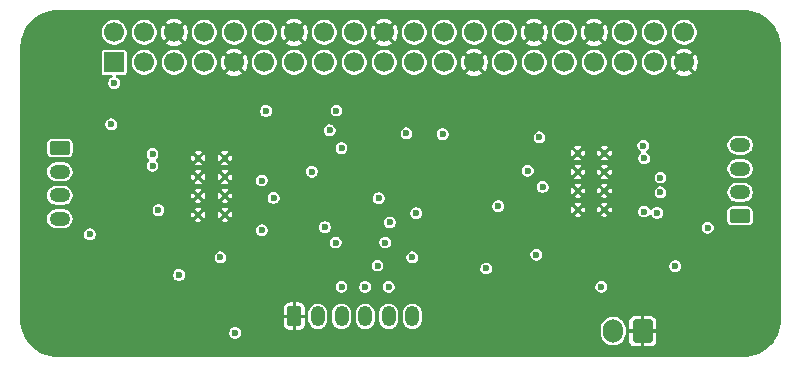
<source format=gbr>
%TF.GenerationSoftware,KiCad,Pcbnew,9.0.7*%
%TF.CreationDate,2026-01-26T16:26:35+01:00*%
%TF.ProjectId,Projet 6 KICAD CLS COMPLET,50726f6a-6574-4203-9620-4b4943414420,rev?*%
%TF.SameCoordinates,Original*%
%TF.FileFunction,Copper,L2,Inr*%
%TF.FilePolarity,Positive*%
%FSLAX46Y46*%
G04 Gerber Fmt 4.6, Leading zero omitted, Abs format (unit mm)*
G04 Created by KiCad (PCBNEW 9.0.7) date 2026-01-26 16:26:35*
%MOMM*%
%LPD*%
G01*
G04 APERTURE LIST*
G04 Aperture macros list*
%AMRoundRect*
0 Rectangle with rounded corners*
0 $1 Rounding radius*
0 $2 $3 $4 $5 $6 $7 $8 $9 X,Y pos of 4 corners*
0 Add a 4 corners polygon primitive as box body*
4,1,4,$2,$3,$4,$5,$6,$7,$8,$9,$2,$3,0*
0 Add four circle primitives for the rounded corners*
1,1,$1+$1,$2,$3*
1,1,$1+$1,$4,$5*
1,1,$1+$1,$6,$7*
1,1,$1+$1,$8,$9*
0 Add four rect primitives between the rounded corners*
20,1,$1+$1,$2,$3,$4,$5,0*
20,1,$1+$1,$4,$5,$6,$7,0*
20,1,$1+$1,$6,$7,$8,$9,0*
20,1,$1+$1,$8,$9,$2,$3,0*%
G04 Aperture macros list end*
%TA.AperFunction,ComponentPad*%
%ADD10C,5.400000*%
%TD*%
%TA.AperFunction,HeatsinkPad*%
%ADD11C,0.600000*%
%TD*%
%TA.AperFunction,ComponentPad*%
%ADD12RoundRect,0.250000X-0.625000X0.350000X-0.625000X-0.350000X0.625000X-0.350000X0.625000X0.350000X0*%
%TD*%
%TA.AperFunction,ComponentPad*%
%ADD13O,1.750000X1.200000*%
%TD*%
%TA.AperFunction,ComponentPad*%
%ADD14RoundRect,0.250000X0.625000X-0.350000X0.625000X0.350000X-0.625000X0.350000X-0.625000X-0.350000X0*%
%TD*%
%TA.AperFunction,ComponentPad*%
%ADD15RoundRect,0.250000X-0.350000X-0.625000X0.350000X-0.625000X0.350000X0.625000X-0.350000X0.625000X0*%
%TD*%
%TA.AperFunction,ComponentPad*%
%ADD16O,1.200000X1.750000*%
%TD*%
%TA.AperFunction,ComponentPad*%
%ADD17RoundRect,0.250000X0.600000X0.750000X-0.600000X0.750000X-0.600000X-0.750000X0.600000X-0.750000X0*%
%TD*%
%TA.AperFunction,ComponentPad*%
%ADD18O,1.700000X2.000000*%
%TD*%
%TA.AperFunction,ComponentPad*%
%ADD19R,1.700000X1.700000*%
%TD*%
%TA.AperFunction,ComponentPad*%
%ADD20C,1.700000*%
%TD*%
%TA.AperFunction,ViaPad*%
%ADD21C,0.600000*%
%TD*%
%TA.AperFunction,Conductor*%
%ADD22C,0.200000*%
%TD*%
G04 APERTURE END LIST*
D10*
%TO.N,GND*%
%TO.C,H2*%
X158000000Y-50000000D03*
%TD*%
%TO.N,GND*%
%TO.C,H1*%
X100000000Y-50000000D03*
%TD*%
D11*
%TO.N,GND*%
%TO.C,U2*%
X146262500Y-63725000D03*
X146262500Y-62125000D03*
X146262500Y-60525000D03*
X146262500Y-58925000D03*
X144012500Y-63725000D03*
X144012500Y-62125000D03*
X144012500Y-60525000D03*
X144012500Y-58925000D03*
%TD*%
D10*
%TO.N,GND*%
%TO.C,H4*%
X158000000Y-73000000D03*
%TD*%
D11*
%TO.N,GND*%
%TO.C,U1*%
X111875000Y-59350000D03*
X111875000Y-60950000D03*
X111875000Y-62550000D03*
X111875000Y-64150000D03*
X114125000Y-59350000D03*
X114125000Y-60950000D03*
X114125000Y-62550000D03*
X114125000Y-64150000D03*
%TD*%
D12*
%TO.N,MOT1_2_A2*%
%TO.C,J3*%
X100150435Y-58495718D03*
D13*
%TO.N,MOT1_1_A1*%
X100150435Y-60495718D03*
%TO.N,MOT1_1_B1*%
X100150435Y-62495718D03*
%TO.N,MOT1_2_B2*%
X100150435Y-64495718D03*
%TD*%
D14*
%TO.N,MOT2_2_A2*%
%TO.C,J4*%
X157750000Y-64250000D03*
D13*
%TO.N,MOT2_1_A1*%
X157750000Y-62250000D03*
%TO.N,MOT2_1_B1*%
X157750000Y-60250000D03*
%TO.N,MOT2_2_B2*%
X157750000Y-58250000D03*
%TD*%
D15*
%TO.N,GND*%
%TO.C,J2*%
X120000000Y-72750000D03*
D16*
%TO.N,CS*%
X122000000Y-72750000D03*
%TO.N,MOSI*%
X124000000Y-72750000D03*
%TO.N,MISO*%
X126000000Y-72750000D03*
%TO.N,SCLK*%
X128000000Y-72750000D03*
%TO.N,+3.3V*%
X130000000Y-72750000D03*
%TD*%
D17*
%TO.N,GND*%
%TO.C,J5*%
X149500000Y-74000000D03*
D18*
%TO.N,VCC*%
X147000000Y-74000000D03*
%TD*%
D10*
%TO.N,GND*%
%TO.C,H3*%
X100000000Y-73000000D03*
%TD*%
D19*
%TO.N,+3.3V*%
%TO.C,J1*%
X104750000Y-51250000D03*
D20*
%TO.N,unconnected-(J1-Pin_2-Pad2)*%
X104750000Y-48710000D03*
%TO.N,SDA*%
X107290000Y-51250000D03*
%TO.N,unconnected-(J1-Pin_4-Pad4)*%
X107290000Y-48710000D03*
%TO.N,SCL*%
X109830000Y-51250000D03*
%TO.N,GND*%
X109830000Y-48710000D03*
%TO.N,unconnected-(J1-Pin_7-Pad7)*%
X112370000Y-51250000D03*
%TO.N,unconnected-(J1-Pin_8-Pad8)*%
X112370000Y-48710000D03*
%TO.N,GND*%
X114910000Y-51250000D03*
%TO.N,unconnected-(J1-Pin_10-Pad10)*%
X114910000Y-48710000D03*
%TO.N,unconnected-(J1-Pin_11-Pad11)*%
X117450000Y-51250000D03*
%TO.N,unconnected-(J1-Pin_12-Pad12)*%
X117450000Y-48710000D03*
%TO.N,unconnected-(J1-Pin_13-Pad13)*%
X119990000Y-51250000D03*
%TO.N,GND*%
X119990000Y-48710000D03*
%TO.N,unconnected-(J1-Pin_15-Pad15)*%
X122530000Y-51250000D03*
%TO.N,unconnected-(J1-Pin_16-Pad16)*%
X122530000Y-48710000D03*
%TO.N,+3.3V*%
X125070000Y-51250000D03*
%TO.N,unconnected-(J1-Pin_18-Pad18)*%
X125070000Y-48710000D03*
%TO.N,MOSI*%
X127610000Y-51250000D03*
%TO.N,GND*%
X127610000Y-48710000D03*
%TO.N,MISO*%
X130150000Y-51250000D03*
%TO.N,unconnected-(J1-Pin_22-Pad22)*%
X130150000Y-48710000D03*
%TO.N,SCLK*%
X132690000Y-51250000D03*
%TO.N,CS*%
X132690000Y-48710000D03*
%TO.N,GND*%
X135230000Y-51250000D03*
%TO.N,unconnected-(J1-Pin_26-Pad26)*%
X135230000Y-48710000D03*
%TO.N,unconnected-(J1-Pin_27-Pad27)*%
X137770000Y-51250000D03*
%TO.N,unconnected-(J1-Pin_28-Pad28)*%
X137770000Y-48710000D03*
%TO.N,unconnected-(J1-Pin_29-Pad29)*%
X140310000Y-51250000D03*
%TO.N,GND*%
X140310000Y-48710000D03*
%TO.N,DIR2*%
X142850000Y-51250000D03*
%TO.N,STEP1*%
X142850000Y-48710000D03*
%TO.N,STEP2*%
X145390000Y-51250000D03*
%TO.N,GND*%
X145390000Y-48710000D03*
%TO.N,unconnected-(J1-Pin_35-Pad35)*%
X147930000Y-51250000D03*
%TO.N,DIR1*%
X147930000Y-48710000D03*
%TO.N,unconnected-(J1-Pin_37-Pad37)*%
X150470000Y-51250000D03*
%TO.N,unconnected-(J1-Pin_38-Pad38)*%
X150470000Y-48710000D03*
%TO.N,GND*%
X153010000Y-51250000D03*
%TO.N,unconnected-(J1-Pin_40-Pad40)*%
X153010000Y-48710000D03*
%TD*%
D21*
%TO.N,GND*%
X111250000Y-65250000D03*
X137262500Y-61925000D03*
X121500000Y-59500000D03*
X146750000Y-57750000D03*
X117250000Y-62075000D03*
X128000000Y-62750000D03*
X141012500Y-60925000D03*
%TO.N,+3.3V*%
X104750000Y-53000000D03*
X113750000Y-67750000D03*
X121500000Y-60500000D03*
X140762500Y-57600000D03*
X140492164Y-67529664D03*
X132570000Y-57320000D03*
X127160000Y-62750000D03*
X117612500Y-55362500D03*
X124000000Y-58500000D03*
X130000000Y-67750000D03*
X129500000Y-57250000D03*
X117250000Y-65475000D03*
X137262500Y-63425000D03*
X130320000Y-64020000D03*
X110250000Y-69250000D03*
%TO.N,MOSI*%
X124000000Y-70250000D03*
%TO.N,STEP1*%
X122600000Y-65200000D03*
X117250000Y-61250000D03*
X128100000Y-64800000D03*
%TO.N,CS*%
X127049765Y-68451235D03*
%TO.N,MISO*%
X126000000Y-70250000D03*
%TO.N,SCLK*%
X128000000Y-70250000D03*
%TO.N,SDA*%
X123000000Y-57000000D03*
%TO.N,STEP2*%
X141033380Y-61795880D03*
%TO.N,DIR2*%
X139762500Y-60425000D03*
%TO.N,SCL*%
X123575000Y-55325000D03*
%TO.N,DIR1*%
X127700000Y-66500000D03*
X118250000Y-62725000D03*
X123500000Y-66500000D03*
%TO.N,MOT1_2_B2*%
X108500000Y-63750000D03*
%TO.N,MOT1_2_A2*%
X108000000Y-60000000D03*
%TO.N,MOT2_1_A1*%
X151000000Y-61000000D03*
%TO.N,MOT2_1_B1*%
X150725451Y-63995403D03*
X155000000Y-65250000D03*
%TO.N,MOT2_2_A2*%
X151000000Y-62250000D03*
%TO.N,MOT2_2_B2*%
X149625000Y-59375000D03*
%TO.N,VCC*%
X146000000Y-70250000D03*
X108000000Y-59000000D03*
X136250000Y-68700000D03*
X149619342Y-63880658D03*
X104500000Y-56500000D03*
X149549396Y-58299396D03*
X115000000Y-74150000D03*
X102700000Y-65800000D03*
X152250000Y-68500000D03*
%TD*%
D22*
%TO.N,DIR1*%
X118250000Y-62725000D02*
X118251000Y-62726000D01*
%TD*%
%TA.AperFunction,Conductor*%
%TO.N,GND*%
G36*
X158003243Y-46800669D02*
G01*
X158327952Y-46817687D01*
X158340860Y-46819044D01*
X158658794Y-46869400D01*
X158671478Y-46872095D01*
X158982429Y-46955414D01*
X158994770Y-46959425D01*
X159295282Y-47074780D01*
X159307138Y-47080058D01*
X159593976Y-47226210D01*
X159605192Y-47232686D01*
X159875165Y-47408008D01*
X159885666Y-47415637D01*
X160135836Y-47618221D01*
X160145481Y-47626906D01*
X160373093Y-47854518D01*
X160381778Y-47864163D01*
X160584362Y-48114333D01*
X160591991Y-48124834D01*
X160767310Y-48394802D01*
X160773792Y-48406029D01*
X160820587Y-48497868D01*
X160919940Y-48692859D01*
X160925219Y-48704717D01*
X161040574Y-49005229D01*
X161044585Y-49017572D01*
X161127902Y-49328515D01*
X161130600Y-49341211D01*
X161180955Y-49659139D01*
X161182312Y-49672047D01*
X161199330Y-49996756D01*
X161199500Y-50003246D01*
X161199500Y-72996753D01*
X161199330Y-73003243D01*
X161182312Y-73327952D01*
X161180955Y-73340860D01*
X161130600Y-73658788D01*
X161127902Y-73671484D01*
X161044585Y-73982427D01*
X161040574Y-73994770D01*
X160925219Y-74295282D01*
X160919940Y-74307140D01*
X160773796Y-74593964D01*
X160767306Y-74605204D01*
X160591991Y-74875165D01*
X160584362Y-74885666D01*
X160381778Y-75135836D01*
X160373093Y-75145481D01*
X160145481Y-75373093D01*
X160135836Y-75381778D01*
X159885666Y-75584362D01*
X159875165Y-75591991D01*
X159605204Y-75767306D01*
X159593964Y-75773796D01*
X159307140Y-75919940D01*
X159295282Y-75925219D01*
X158994770Y-76040574D01*
X158982427Y-76044585D01*
X158671484Y-76127902D01*
X158658788Y-76130600D01*
X158340860Y-76180955D01*
X158327952Y-76182312D01*
X158003244Y-76199330D01*
X157996754Y-76199500D01*
X100003246Y-76199500D01*
X99996756Y-76199330D01*
X99672047Y-76182312D01*
X99659139Y-76180955D01*
X99341211Y-76130600D01*
X99328515Y-76127902D01*
X99017572Y-76044585D01*
X99005229Y-76040574D01*
X98704717Y-75925219D01*
X98692859Y-75919940D01*
X98495501Y-75819381D01*
X98406029Y-75773792D01*
X98394802Y-75767310D01*
X98124834Y-75591991D01*
X98114333Y-75584362D01*
X97864163Y-75381778D01*
X97854518Y-75373093D01*
X97626906Y-75145481D01*
X97618221Y-75135836D01*
X97415637Y-74885666D01*
X97408008Y-74875165D01*
X97371961Y-74819657D01*
X97232686Y-74605192D01*
X97226210Y-74593976D01*
X97080058Y-74307138D01*
X97074784Y-74295292D01*
X96993718Y-74084108D01*
X114499500Y-74084108D01*
X114499500Y-74215891D01*
X114533608Y-74343187D01*
X114566467Y-74400099D01*
X114599500Y-74457314D01*
X114692686Y-74550500D01*
X114806814Y-74616392D01*
X114934108Y-74650500D01*
X114934110Y-74650500D01*
X115065890Y-74650500D01*
X115065892Y-74650500D01*
X115193186Y-74616392D01*
X115307314Y-74550500D01*
X115400500Y-74457314D01*
X115466392Y-74343186D01*
X115500500Y-74215892D01*
X115500500Y-74084108D01*
X115466392Y-73956814D01*
X115400500Y-73842686D01*
X115307314Y-73749500D01*
X115250250Y-73716554D01*
X115193187Y-73683608D01*
X115124534Y-73665213D01*
X115065892Y-73649500D01*
X114934108Y-73649500D01*
X114806812Y-73683608D01*
X114692686Y-73749500D01*
X114692683Y-73749502D01*
X114599502Y-73842683D01*
X114599500Y-73842686D01*
X114533608Y-73956812D01*
X114499500Y-74084108D01*
X96993718Y-74084108D01*
X96959424Y-73994769D01*
X96955414Y-73982427D01*
X96948551Y-73956814D01*
X96872095Y-73671478D01*
X96869399Y-73658788D01*
X96867498Y-73646788D01*
X96819044Y-73340860D01*
X96817687Y-73327952D01*
X96800670Y-73003243D01*
X96800500Y-72996753D01*
X96800500Y-72081946D01*
X119100000Y-72081946D01*
X119100000Y-72600000D01*
X119653590Y-72600000D01*
X119650556Y-72605255D01*
X119625000Y-72700630D01*
X119625000Y-72799370D01*
X119650556Y-72894745D01*
X119653590Y-72900000D01*
X119100000Y-72900000D01*
X119100000Y-73418053D01*
X119110613Y-73506443D01*
X119166079Y-73647095D01*
X119257435Y-73767564D01*
X119377904Y-73858920D01*
X119518556Y-73914386D01*
X119606946Y-73925000D01*
X119850000Y-73925000D01*
X119850000Y-73096410D01*
X119855255Y-73099444D01*
X119950630Y-73125000D01*
X120049370Y-73125000D01*
X120144745Y-73099444D01*
X120150000Y-73096410D01*
X120150000Y-73925000D01*
X120393054Y-73925000D01*
X120481443Y-73914386D01*
X120622095Y-73858920D01*
X120742564Y-73767564D01*
X120833920Y-73647095D01*
X120889386Y-73506443D01*
X120900000Y-73418053D01*
X120900000Y-72900000D01*
X120346410Y-72900000D01*
X120349444Y-72894745D01*
X120375000Y-72799370D01*
X120375000Y-72700630D01*
X120349444Y-72605255D01*
X120346410Y-72600000D01*
X120900000Y-72600000D01*
X120900000Y-72396153D01*
X121199500Y-72396153D01*
X121199500Y-73103846D01*
X121230261Y-73258489D01*
X121230264Y-73258501D01*
X121290602Y-73404172D01*
X121290609Y-73404185D01*
X121378210Y-73535288D01*
X121378213Y-73535292D01*
X121489707Y-73646786D01*
X121489711Y-73646789D01*
X121620814Y-73734390D01*
X121620827Y-73734397D01*
X121766498Y-73794735D01*
X121766503Y-73794737D01*
X121921153Y-73825499D01*
X121921156Y-73825500D01*
X121921158Y-73825500D01*
X122078844Y-73825500D01*
X122078845Y-73825499D01*
X122233497Y-73794737D01*
X122379179Y-73734394D01*
X122510289Y-73646789D01*
X122621789Y-73535289D01*
X122709394Y-73404179D01*
X122769737Y-73258497D01*
X122800500Y-73103842D01*
X122800500Y-72396158D01*
X122800500Y-72396155D01*
X122800499Y-72396153D01*
X123199500Y-72396153D01*
X123199500Y-73103846D01*
X123230261Y-73258489D01*
X123230264Y-73258501D01*
X123290602Y-73404172D01*
X123290609Y-73404185D01*
X123378210Y-73535288D01*
X123378213Y-73535292D01*
X123489707Y-73646786D01*
X123489711Y-73646789D01*
X123620814Y-73734390D01*
X123620827Y-73734397D01*
X123766498Y-73794735D01*
X123766503Y-73794737D01*
X123921153Y-73825499D01*
X123921156Y-73825500D01*
X123921158Y-73825500D01*
X124078844Y-73825500D01*
X124078845Y-73825499D01*
X124233497Y-73794737D01*
X124379179Y-73734394D01*
X124510289Y-73646789D01*
X124621789Y-73535289D01*
X124709394Y-73404179D01*
X124769737Y-73258497D01*
X124800500Y-73103842D01*
X124800500Y-72396158D01*
X124800500Y-72396155D01*
X124800499Y-72396153D01*
X125199500Y-72396153D01*
X125199500Y-73103846D01*
X125230261Y-73258489D01*
X125230264Y-73258501D01*
X125290602Y-73404172D01*
X125290609Y-73404185D01*
X125378210Y-73535288D01*
X125378213Y-73535292D01*
X125489707Y-73646786D01*
X125489711Y-73646789D01*
X125620814Y-73734390D01*
X125620827Y-73734397D01*
X125766498Y-73794735D01*
X125766503Y-73794737D01*
X125921153Y-73825499D01*
X125921156Y-73825500D01*
X125921158Y-73825500D01*
X126078844Y-73825500D01*
X126078845Y-73825499D01*
X126233497Y-73794737D01*
X126379179Y-73734394D01*
X126510289Y-73646789D01*
X126621789Y-73535289D01*
X126709394Y-73404179D01*
X126769737Y-73258497D01*
X126800500Y-73103842D01*
X126800500Y-72396158D01*
X126800500Y-72396155D01*
X126800499Y-72396153D01*
X127199500Y-72396153D01*
X127199500Y-73103846D01*
X127230261Y-73258489D01*
X127230264Y-73258501D01*
X127290602Y-73404172D01*
X127290609Y-73404185D01*
X127378210Y-73535288D01*
X127378213Y-73535292D01*
X127489707Y-73646786D01*
X127489711Y-73646789D01*
X127620814Y-73734390D01*
X127620827Y-73734397D01*
X127766498Y-73794735D01*
X127766503Y-73794737D01*
X127921153Y-73825499D01*
X127921156Y-73825500D01*
X127921158Y-73825500D01*
X128078844Y-73825500D01*
X128078845Y-73825499D01*
X128233497Y-73794737D01*
X128379179Y-73734394D01*
X128510289Y-73646789D01*
X128621789Y-73535289D01*
X128709394Y-73404179D01*
X128769737Y-73258497D01*
X128800500Y-73103842D01*
X128800500Y-72396158D01*
X128800500Y-72396155D01*
X128800499Y-72396153D01*
X129199500Y-72396153D01*
X129199500Y-73103846D01*
X129230261Y-73258489D01*
X129230264Y-73258501D01*
X129290602Y-73404172D01*
X129290609Y-73404185D01*
X129378210Y-73535288D01*
X129378213Y-73535292D01*
X129489707Y-73646786D01*
X129489711Y-73646789D01*
X129620814Y-73734390D01*
X129620827Y-73734397D01*
X129766498Y-73794735D01*
X129766503Y-73794737D01*
X129921153Y-73825499D01*
X129921156Y-73825500D01*
X129921158Y-73825500D01*
X130078844Y-73825500D01*
X130078845Y-73825499D01*
X130233497Y-73794737D01*
X130349880Y-73746530D01*
X145949500Y-73746530D01*
X145949500Y-74253469D01*
X145989868Y-74456412D01*
X145989870Y-74456420D01*
X146060478Y-74626883D01*
X146069059Y-74647598D01*
X146070998Y-74650500D01*
X146184024Y-74819657D01*
X146330342Y-74965975D01*
X146330345Y-74965977D01*
X146502402Y-75080941D01*
X146693580Y-75160130D01*
X146896530Y-75200499D01*
X146896534Y-75200500D01*
X146896535Y-75200500D01*
X147103466Y-75200500D01*
X147103467Y-75200499D01*
X147306420Y-75160130D01*
X147497598Y-75080941D01*
X147669655Y-74965977D01*
X147815977Y-74819655D01*
X147930941Y-74647598D01*
X148010130Y-74456420D01*
X148050500Y-74253465D01*
X148050500Y-73746535D01*
X148010130Y-73543580D01*
X147930941Y-73352402D01*
X147833751Y-73206946D01*
X148350000Y-73206946D01*
X148350000Y-73850000D01*
X149022555Y-73850000D01*
X149000000Y-73934174D01*
X149000000Y-74065826D01*
X149022555Y-74150000D01*
X148350000Y-74150000D01*
X148350000Y-74793053D01*
X148360613Y-74881443D01*
X148416079Y-75022095D01*
X148507435Y-75142564D01*
X148627904Y-75233920D01*
X148768556Y-75289386D01*
X148856946Y-75300000D01*
X149350000Y-75300000D01*
X149350000Y-74477445D01*
X149434174Y-74500000D01*
X149565826Y-74500000D01*
X149650000Y-74477445D01*
X149650000Y-75300000D01*
X150143054Y-75300000D01*
X150231443Y-75289386D01*
X150372095Y-75233920D01*
X150492564Y-75142564D01*
X150583920Y-75022095D01*
X150639386Y-74881443D01*
X150650000Y-74793053D01*
X150650000Y-74150000D01*
X149977445Y-74150000D01*
X150000000Y-74065826D01*
X150000000Y-73934174D01*
X149977445Y-73850000D01*
X150650000Y-73850000D01*
X150650000Y-73206946D01*
X150639386Y-73118556D01*
X150583920Y-72977904D01*
X150492564Y-72857435D01*
X150372095Y-72766079D01*
X150231443Y-72710613D01*
X150143054Y-72700000D01*
X149650000Y-72700000D01*
X149650000Y-73522554D01*
X149565826Y-73500000D01*
X149434174Y-73500000D01*
X149350000Y-73522554D01*
X149350000Y-72700000D01*
X148856946Y-72700000D01*
X148768556Y-72710613D01*
X148627904Y-72766079D01*
X148507435Y-72857435D01*
X148416079Y-72977904D01*
X148360613Y-73118556D01*
X148350000Y-73206946D01*
X147833751Y-73206946D01*
X147815977Y-73180345D01*
X147815975Y-73180342D01*
X147669657Y-73034024D01*
X147547504Y-72952405D01*
X147497598Y-72919059D01*
X147306420Y-72839870D01*
X147306412Y-72839868D01*
X147103469Y-72799500D01*
X147103465Y-72799500D01*
X146896535Y-72799500D01*
X146896530Y-72799500D01*
X146693587Y-72839868D01*
X146693579Y-72839870D01*
X146502403Y-72919058D01*
X146330342Y-73034024D01*
X146184024Y-73180342D01*
X146069058Y-73352403D01*
X145989870Y-73543579D01*
X145989868Y-73543587D01*
X145949500Y-73746530D01*
X130349880Y-73746530D01*
X130379179Y-73734394D01*
X130510289Y-73646789D01*
X130621789Y-73535289D01*
X130709394Y-73404179D01*
X130769737Y-73258497D01*
X130800500Y-73103842D01*
X130800500Y-72396158D01*
X130800500Y-72396155D01*
X130800499Y-72396153D01*
X130769738Y-72241510D01*
X130769737Y-72241503D01*
X130769735Y-72241498D01*
X130709397Y-72095827D01*
X130709390Y-72095814D01*
X130621789Y-71964711D01*
X130621786Y-71964707D01*
X130510292Y-71853213D01*
X130510288Y-71853210D01*
X130379185Y-71765609D01*
X130379172Y-71765602D01*
X130233501Y-71705264D01*
X130233489Y-71705261D01*
X130078845Y-71674500D01*
X130078842Y-71674500D01*
X129921158Y-71674500D01*
X129921155Y-71674500D01*
X129766510Y-71705261D01*
X129766498Y-71705264D01*
X129620827Y-71765602D01*
X129620814Y-71765609D01*
X129489711Y-71853210D01*
X129489707Y-71853213D01*
X129378213Y-71964707D01*
X129378210Y-71964711D01*
X129290609Y-72095814D01*
X129290602Y-72095827D01*
X129230264Y-72241498D01*
X129230261Y-72241510D01*
X129199500Y-72396153D01*
X128800499Y-72396153D01*
X128769738Y-72241510D01*
X128769737Y-72241503D01*
X128769735Y-72241498D01*
X128709397Y-72095827D01*
X128709390Y-72095814D01*
X128621789Y-71964711D01*
X128621786Y-71964707D01*
X128510292Y-71853213D01*
X128510288Y-71853210D01*
X128379185Y-71765609D01*
X128379172Y-71765602D01*
X128233501Y-71705264D01*
X128233489Y-71705261D01*
X128078845Y-71674500D01*
X128078842Y-71674500D01*
X127921158Y-71674500D01*
X127921155Y-71674500D01*
X127766510Y-71705261D01*
X127766498Y-71705264D01*
X127620827Y-71765602D01*
X127620814Y-71765609D01*
X127489711Y-71853210D01*
X127489707Y-71853213D01*
X127378213Y-71964707D01*
X127378210Y-71964711D01*
X127290609Y-72095814D01*
X127290602Y-72095827D01*
X127230264Y-72241498D01*
X127230261Y-72241510D01*
X127199500Y-72396153D01*
X126800499Y-72396153D01*
X126769738Y-72241510D01*
X126769737Y-72241503D01*
X126769735Y-72241498D01*
X126709397Y-72095827D01*
X126709390Y-72095814D01*
X126621789Y-71964711D01*
X126621786Y-71964707D01*
X126510292Y-71853213D01*
X126510288Y-71853210D01*
X126379185Y-71765609D01*
X126379172Y-71765602D01*
X126233501Y-71705264D01*
X126233489Y-71705261D01*
X126078845Y-71674500D01*
X126078842Y-71674500D01*
X125921158Y-71674500D01*
X125921155Y-71674500D01*
X125766510Y-71705261D01*
X125766498Y-71705264D01*
X125620827Y-71765602D01*
X125620814Y-71765609D01*
X125489711Y-71853210D01*
X125489707Y-71853213D01*
X125378213Y-71964707D01*
X125378210Y-71964711D01*
X125290609Y-72095814D01*
X125290602Y-72095827D01*
X125230264Y-72241498D01*
X125230261Y-72241510D01*
X125199500Y-72396153D01*
X124800499Y-72396153D01*
X124769738Y-72241510D01*
X124769737Y-72241503D01*
X124769735Y-72241498D01*
X124709397Y-72095827D01*
X124709390Y-72095814D01*
X124621789Y-71964711D01*
X124621786Y-71964707D01*
X124510292Y-71853213D01*
X124510288Y-71853210D01*
X124379185Y-71765609D01*
X124379172Y-71765602D01*
X124233501Y-71705264D01*
X124233489Y-71705261D01*
X124078845Y-71674500D01*
X124078842Y-71674500D01*
X123921158Y-71674500D01*
X123921155Y-71674500D01*
X123766510Y-71705261D01*
X123766498Y-71705264D01*
X123620827Y-71765602D01*
X123620814Y-71765609D01*
X123489711Y-71853210D01*
X123489707Y-71853213D01*
X123378213Y-71964707D01*
X123378210Y-71964711D01*
X123290609Y-72095814D01*
X123290602Y-72095827D01*
X123230264Y-72241498D01*
X123230261Y-72241510D01*
X123199500Y-72396153D01*
X122800499Y-72396153D01*
X122769738Y-72241510D01*
X122769737Y-72241503D01*
X122769735Y-72241498D01*
X122709397Y-72095827D01*
X122709390Y-72095814D01*
X122621789Y-71964711D01*
X122621786Y-71964707D01*
X122510292Y-71853213D01*
X122510288Y-71853210D01*
X122379185Y-71765609D01*
X122379172Y-71765602D01*
X122233501Y-71705264D01*
X122233489Y-71705261D01*
X122078845Y-71674500D01*
X122078842Y-71674500D01*
X121921158Y-71674500D01*
X121921155Y-71674500D01*
X121766510Y-71705261D01*
X121766498Y-71705264D01*
X121620827Y-71765602D01*
X121620814Y-71765609D01*
X121489711Y-71853210D01*
X121489707Y-71853213D01*
X121378213Y-71964707D01*
X121378210Y-71964711D01*
X121290609Y-72095814D01*
X121290602Y-72095827D01*
X121230264Y-72241498D01*
X121230261Y-72241510D01*
X121199500Y-72396153D01*
X120900000Y-72396153D01*
X120900000Y-72081946D01*
X120889386Y-71993556D01*
X120833920Y-71852904D01*
X120742564Y-71732435D01*
X120622095Y-71641079D01*
X120481443Y-71585613D01*
X120393054Y-71575000D01*
X120150000Y-71575000D01*
X120150000Y-72403589D01*
X120144745Y-72400556D01*
X120049370Y-72375000D01*
X119950630Y-72375000D01*
X119855255Y-72400556D01*
X119850000Y-72403589D01*
X119850000Y-71575000D01*
X119606946Y-71575000D01*
X119518556Y-71585613D01*
X119377904Y-71641079D01*
X119257435Y-71732435D01*
X119166079Y-71852904D01*
X119110613Y-71993556D01*
X119100000Y-72081946D01*
X96800500Y-72081946D01*
X96800500Y-70184108D01*
X123499500Y-70184108D01*
X123499500Y-70315891D01*
X123533608Y-70443187D01*
X123566554Y-70500250D01*
X123599500Y-70557314D01*
X123692686Y-70650500D01*
X123806814Y-70716392D01*
X123934108Y-70750500D01*
X123934110Y-70750500D01*
X124065890Y-70750500D01*
X124065892Y-70750500D01*
X124193186Y-70716392D01*
X124307314Y-70650500D01*
X124400500Y-70557314D01*
X124466392Y-70443186D01*
X124500500Y-70315892D01*
X124500500Y-70184108D01*
X125499500Y-70184108D01*
X125499500Y-70315891D01*
X125533608Y-70443187D01*
X125566554Y-70500250D01*
X125599500Y-70557314D01*
X125692686Y-70650500D01*
X125806814Y-70716392D01*
X125934108Y-70750500D01*
X125934110Y-70750500D01*
X126065890Y-70750500D01*
X126065892Y-70750500D01*
X126193186Y-70716392D01*
X126307314Y-70650500D01*
X126400500Y-70557314D01*
X126466392Y-70443186D01*
X126500500Y-70315892D01*
X126500500Y-70184108D01*
X127499500Y-70184108D01*
X127499500Y-70315891D01*
X127533608Y-70443187D01*
X127566554Y-70500250D01*
X127599500Y-70557314D01*
X127692686Y-70650500D01*
X127806814Y-70716392D01*
X127934108Y-70750500D01*
X127934110Y-70750500D01*
X128065890Y-70750500D01*
X128065892Y-70750500D01*
X128193186Y-70716392D01*
X128307314Y-70650500D01*
X128400500Y-70557314D01*
X128466392Y-70443186D01*
X128500500Y-70315892D01*
X128500500Y-70184108D01*
X145499500Y-70184108D01*
X145499500Y-70315891D01*
X145533608Y-70443187D01*
X145566554Y-70500250D01*
X145599500Y-70557314D01*
X145692686Y-70650500D01*
X145806814Y-70716392D01*
X145934108Y-70750500D01*
X145934110Y-70750500D01*
X146065890Y-70750500D01*
X146065892Y-70750500D01*
X146193186Y-70716392D01*
X146307314Y-70650500D01*
X146400500Y-70557314D01*
X146466392Y-70443186D01*
X146500500Y-70315892D01*
X146500500Y-70184108D01*
X146466392Y-70056814D01*
X146400500Y-69942686D01*
X146307314Y-69849500D01*
X146250250Y-69816554D01*
X146193187Y-69783608D01*
X146129539Y-69766554D01*
X146065892Y-69749500D01*
X145934108Y-69749500D01*
X145806812Y-69783608D01*
X145692686Y-69849500D01*
X145692683Y-69849502D01*
X145599502Y-69942683D01*
X145599500Y-69942686D01*
X145533608Y-70056812D01*
X145499500Y-70184108D01*
X128500500Y-70184108D01*
X128466392Y-70056814D01*
X128400500Y-69942686D01*
X128307314Y-69849500D01*
X128250250Y-69816554D01*
X128193187Y-69783608D01*
X128129539Y-69766554D01*
X128065892Y-69749500D01*
X127934108Y-69749500D01*
X127806812Y-69783608D01*
X127692686Y-69849500D01*
X127692683Y-69849502D01*
X127599502Y-69942683D01*
X127599500Y-69942686D01*
X127533608Y-70056812D01*
X127499500Y-70184108D01*
X126500500Y-70184108D01*
X126466392Y-70056814D01*
X126400500Y-69942686D01*
X126307314Y-69849500D01*
X126250250Y-69816554D01*
X126193187Y-69783608D01*
X126129539Y-69766554D01*
X126065892Y-69749500D01*
X125934108Y-69749500D01*
X125806812Y-69783608D01*
X125692686Y-69849500D01*
X125692683Y-69849502D01*
X125599502Y-69942683D01*
X125599500Y-69942686D01*
X125533608Y-70056812D01*
X125499500Y-70184108D01*
X124500500Y-70184108D01*
X124466392Y-70056814D01*
X124400500Y-69942686D01*
X124307314Y-69849500D01*
X124250250Y-69816554D01*
X124193187Y-69783608D01*
X124129539Y-69766554D01*
X124065892Y-69749500D01*
X123934108Y-69749500D01*
X123806812Y-69783608D01*
X123692686Y-69849500D01*
X123692683Y-69849502D01*
X123599502Y-69942683D01*
X123599500Y-69942686D01*
X123533608Y-70056812D01*
X123499500Y-70184108D01*
X96800500Y-70184108D01*
X96800500Y-69184108D01*
X109749500Y-69184108D01*
X109749500Y-69315891D01*
X109783608Y-69443187D01*
X109816554Y-69500250D01*
X109849500Y-69557314D01*
X109942686Y-69650500D01*
X110056814Y-69716392D01*
X110184108Y-69750500D01*
X110184110Y-69750500D01*
X110315890Y-69750500D01*
X110315892Y-69750500D01*
X110443186Y-69716392D01*
X110557314Y-69650500D01*
X110650500Y-69557314D01*
X110716392Y-69443186D01*
X110750500Y-69315892D01*
X110750500Y-69184108D01*
X110716392Y-69056814D01*
X110650500Y-68942686D01*
X110557314Y-68849500D01*
X110500250Y-68816554D01*
X110443187Y-68783608D01*
X110349671Y-68758551D01*
X110315892Y-68749500D01*
X110184108Y-68749500D01*
X110056812Y-68783608D01*
X109942686Y-68849500D01*
X109942683Y-68849502D01*
X109849502Y-68942683D01*
X109849500Y-68942686D01*
X109783608Y-69056812D01*
X109749500Y-69184108D01*
X96800500Y-69184108D01*
X96800500Y-68385343D01*
X126549265Y-68385343D01*
X126549265Y-68517126D01*
X126583373Y-68644422D01*
X126611528Y-68693187D01*
X126649265Y-68758549D01*
X126742451Y-68851735D01*
X126856579Y-68917627D01*
X126983873Y-68951735D01*
X126983875Y-68951735D01*
X127115655Y-68951735D01*
X127115657Y-68951735D01*
X127242951Y-68917627D01*
X127357079Y-68851735D01*
X127450265Y-68758549D01*
X127516157Y-68644421D01*
X127518920Y-68634108D01*
X135749500Y-68634108D01*
X135749500Y-68765892D01*
X135766554Y-68829539D01*
X135783608Y-68893187D01*
X135797718Y-68917626D01*
X135849500Y-69007314D01*
X135942686Y-69100500D01*
X136056814Y-69166392D01*
X136184108Y-69200500D01*
X136184110Y-69200500D01*
X136315890Y-69200500D01*
X136315892Y-69200500D01*
X136443186Y-69166392D01*
X136557314Y-69100500D01*
X136650500Y-69007314D01*
X136716392Y-68893186D01*
X136750500Y-68765892D01*
X136750500Y-68634108D01*
X136716392Y-68506814D01*
X136716389Y-68506808D01*
X136705520Y-68487982D01*
X136705519Y-68487981D01*
X136674415Y-68434108D01*
X151749500Y-68434108D01*
X151749500Y-68565891D01*
X151783608Y-68693187D01*
X151816121Y-68749500D01*
X151849500Y-68807314D01*
X151942686Y-68900500D01*
X152056814Y-68966392D01*
X152184108Y-69000500D01*
X152184110Y-69000500D01*
X152315890Y-69000500D01*
X152315892Y-69000500D01*
X152443186Y-68966392D01*
X152557314Y-68900500D01*
X152650500Y-68807314D01*
X152716392Y-68693186D01*
X152750500Y-68565892D01*
X152750500Y-68434108D01*
X152716392Y-68306814D01*
X152650500Y-68192686D01*
X152557314Y-68099500D01*
X152500250Y-68066554D01*
X152443187Y-68033608D01*
X152379539Y-68016554D01*
X152315892Y-67999500D01*
X152184108Y-67999500D01*
X152056812Y-68033608D01*
X151942686Y-68099500D01*
X151942683Y-68099502D01*
X151849502Y-68192683D01*
X151849500Y-68192686D01*
X151783608Y-68306812D01*
X151749500Y-68434108D01*
X136674415Y-68434108D01*
X136650500Y-68392686D01*
X136557314Y-68299500D01*
X136485519Y-68258049D01*
X136443187Y-68233608D01*
X136378931Y-68216391D01*
X136315892Y-68199500D01*
X136184108Y-68199500D01*
X136056812Y-68233608D01*
X135942686Y-68299500D01*
X135942683Y-68299502D01*
X135849502Y-68392683D01*
X135849500Y-68392686D01*
X135783608Y-68506812D01*
X135767778Y-68565892D01*
X135749500Y-68634108D01*
X127518920Y-68634108D01*
X127550265Y-68517127D01*
X127550265Y-68385343D01*
X127516157Y-68258049D01*
X127450265Y-68143921D01*
X127357079Y-68050735D01*
X127268338Y-67999500D01*
X127242952Y-67984843D01*
X127179304Y-67967789D01*
X127115657Y-67950735D01*
X126983873Y-67950735D01*
X126856577Y-67984843D01*
X126742451Y-68050735D01*
X126742448Y-68050737D01*
X126649267Y-68143918D01*
X126649265Y-68143921D01*
X126583373Y-68258047D01*
X126549265Y-68385343D01*
X96800500Y-68385343D01*
X96800500Y-67684108D01*
X113249500Y-67684108D01*
X113249500Y-67815892D01*
X113266554Y-67879539D01*
X113283608Y-67943187D01*
X113287966Y-67950735D01*
X113349500Y-68057314D01*
X113442686Y-68150500D01*
X113556814Y-68216392D01*
X113684108Y-68250500D01*
X113684110Y-68250500D01*
X113815890Y-68250500D01*
X113815892Y-68250500D01*
X113943186Y-68216392D01*
X114057314Y-68150500D01*
X114150500Y-68057314D01*
X114216392Y-67943186D01*
X114250500Y-67815892D01*
X114250500Y-67684108D01*
X129499500Y-67684108D01*
X129499500Y-67815892D01*
X129516554Y-67879539D01*
X129533608Y-67943187D01*
X129537966Y-67950735D01*
X129599500Y-68057314D01*
X129692686Y-68150500D01*
X129806814Y-68216392D01*
X129934108Y-68250500D01*
X129934110Y-68250500D01*
X130065890Y-68250500D01*
X130065892Y-68250500D01*
X130193186Y-68216392D01*
X130307314Y-68150500D01*
X130400500Y-68057314D01*
X130466392Y-67943186D01*
X130500500Y-67815892D01*
X130500500Y-67684108D01*
X130466392Y-67556814D01*
X130412674Y-67463772D01*
X139991664Y-67463772D01*
X139991664Y-67595555D01*
X140025772Y-67722851D01*
X140058718Y-67779914D01*
X140091664Y-67836978D01*
X140184850Y-67930164D01*
X140298978Y-67996056D01*
X140426272Y-68030164D01*
X140426274Y-68030164D01*
X140558054Y-68030164D01*
X140558056Y-68030164D01*
X140685350Y-67996056D01*
X140799478Y-67930164D01*
X140892664Y-67836978D01*
X140958556Y-67722850D01*
X140992664Y-67595556D01*
X140992664Y-67463772D01*
X140958556Y-67336478D01*
X140892664Y-67222350D01*
X140799478Y-67129164D01*
X140742414Y-67096218D01*
X140685351Y-67063272D01*
X140621703Y-67046218D01*
X140558056Y-67029164D01*
X140426272Y-67029164D01*
X140298976Y-67063272D01*
X140184850Y-67129164D01*
X140184847Y-67129166D01*
X140091666Y-67222347D01*
X140091664Y-67222350D01*
X140025772Y-67336476D01*
X139991664Y-67463772D01*
X130412674Y-67463772D01*
X130400500Y-67442686D01*
X130307314Y-67349500D01*
X130250250Y-67316554D01*
X130193187Y-67283608D01*
X130129539Y-67266554D01*
X130065892Y-67249500D01*
X129934108Y-67249500D01*
X129806812Y-67283608D01*
X129692686Y-67349500D01*
X129692683Y-67349502D01*
X129599502Y-67442683D01*
X129599500Y-67442686D01*
X129533608Y-67556812D01*
X129523227Y-67595555D01*
X129499500Y-67684108D01*
X114250500Y-67684108D01*
X114216392Y-67556814D01*
X114150500Y-67442686D01*
X114057314Y-67349500D01*
X114000250Y-67316554D01*
X113943187Y-67283608D01*
X113879539Y-67266554D01*
X113815892Y-67249500D01*
X113684108Y-67249500D01*
X113556812Y-67283608D01*
X113442686Y-67349500D01*
X113442683Y-67349502D01*
X113349502Y-67442683D01*
X113349500Y-67442686D01*
X113283608Y-67556812D01*
X113273227Y-67595555D01*
X113249500Y-67684108D01*
X96800500Y-67684108D01*
X96800500Y-66434108D01*
X122999500Y-66434108D01*
X122999500Y-66565891D01*
X123033608Y-66693187D01*
X123066554Y-66750250D01*
X123099500Y-66807314D01*
X123192686Y-66900500D01*
X123306814Y-66966392D01*
X123434108Y-67000500D01*
X123434110Y-67000500D01*
X123565890Y-67000500D01*
X123565892Y-67000500D01*
X123693186Y-66966392D01*
X123807314Y-66900500D01*
X123900500Y-66807314D01*
X123966392Y-66693186D01*
X124000500Y-66565892D01*
X124000500Y-66434108D01*
X127199500Y-66434108D01*
X127199500Y-66565891D01*
X127233608Y-66693187D01*
X127266554Y-66750250D01*
X127299500Y-66807314D01*
X127392686Y-66900500D01*
X127506814Y-66966392D01*
X127634108Y-67000500D01*
X127634110Y-67000500D01*
X127765890Y-67000500D01*
X127765892Y-67000500D01*
X127893186Y-66966392D01*
X128007314Y-66900500D01*
X128100500Y-66807314D01*
X128166392Y-66693186D01*
X128200500Y-66565892D01*
X128200500Y-66434108D01*
X128166392Y-66306814D01*
X128100500Y-66192686D01*
X128007314Y-66099500D01*
X127950250Y-66066554D01*
X127893187Y-66033608D01*
X127829539Y-66016554D01*
X127765892Y-65999500D01*
X127634108Y-65999500D01*
X127506812Y-66033608D01*
X127392686Y-66099500D01*
X127392683Y-66099502D01*
X127299502Y-66192683D01*
X127299500Y-66192686D01*
X127233608Y-66306812D01*
X127199500Y-66434108D01*
X124000500Y-66434108D01*
X123966392Y-66306814D01*
X123900500Y-66192686D01*
X123807314Y-66099500D01*
X123750250Y-66066554D01*
X123693187Y-66033608D01*
X123629539Y-66016554D01*
X123565892Y-65999500D01*
X123434108Y-65999500D01*
X123306812Y-66033608D01*
X123192686Y-66099500D01*
X123192683Y-66099502D01*
X123099502Y-66192683D01*
X123099500Y-66192686D01*
X123033608Y-66306812D01*
X122999500Y-66434108D01*
X96800500Y-66434108D01*
X96800500Y-65734108D01*
X102199500Y-65734108D01*
X102199500Y-65865892D01*
X102216554Y-65929539D01*
X102233608Y-65993187D01*
X102237253Y-65999500D01*
X102299500Y-66107314D01*
X102392686Y-66200500D01*
X102506814Y-66266392D01*
X102634108Y-66300500D01*
X102634110Y-66300500D01*
X102765890Y-66300500D01*
X102765892Y-66300500D01*
X102893186Y-66266392D01*
X103007314Y-66200500D01*
X103100500Y-66107314D01*
X103166392Y-65993186D01*
X103200500Y-65865892D01*
X103200500Y-65734108D01*
X103166392Y-65606814D01*
X103100500Y-65492686D01*
X103016922Y-65409108D01*
X116749500Y-65409108D01*
X116749500Y-65540892D01*
X116765472Y-65600500D01*
X116783608Y-65668187D01*
X116811439Y-65716391D01*
X116849500Y-65782314D01*
X116942686Y-65875500D01*
X117056814Y-65941392D01*
X117184108Y-65975500D01*
X117184110Y-65975500D01*
X117315890Y-65975500D01*
X117315892Y-65975500D01*
X117443186Y-65941392D01*
X117557314Y-65875500D01*
X117650500Y-65782314D01*
X117716392Y-65668186D01*
X117750500Y-65540892D01*
X117750500Y-65409108D01*
X117716392Y-65281814D01*
X117650500Y-65167686D01*
X117616922Y-65134108D01*
X122099500Y-65134108D01*
X122099500Y-65265892D01*
X122107626Y-65296218D01*
X122133608Y-65393187D01*
X122162476Y-65443186D01*
X122199500Y-65507314D01*
X122292686Y-65600500D01*
X122406814Y-65666392D01*
X122534108Y-65700500D01*
X122534110Y-65700500D01*
X122665890Y-65700500D01*
X122665892Y-65700500D01*
X122793186Y-65666392D01*
X122907314Y-65600500D01*
X123000500Y-65507314D01*
X123066392Y-65393186D01*
X123100500Y-65265892D01*
X123100500Y-65134108D01*
X123066392Y-65006814D01*
X123065925Y-65006006D01*
X123047735Y-64974500D01*
X123000500Y-64892686D01*
X122907314Y-64799500D01*
X122820712Y-64749500D01*
X122794053Y-64734108D01*
X127599500Y-64734108D01*
X127599500Y-64865892D01*
X127614574Y-64922149D01*
X127633608Y-64993187D01*
X127665051Y-65047646D01*
X127699500Y-65107314D01*
X127792686Y-65200500D01*
X127891521Y-65257563D01*
X127905944Y-65265890D01*
X127906814Y-65266392D01*
X128034108Y-65300500D01*
X128034110Y-65300500D01*
X128165890Y-65300500D01*
X128165892Y-65300500D01*
X128293186Y-65266392D01*
X128407314Y-65200500D01*
X128423706Y-65184108D01*
X154499500Y-65184108D01*
X154499500Y-65315891D01*
X154533608Y-65443187D01*
X154562185Y-65492683D01*
X154599500Y-65557314D01*
X154692686Y-65650500D01*
X154806814Y-65716392D01*
X154934108Y-65750500D01*
X154934110Y-65750500D01*
X155065890Y-65750500D01*
X155065892Y-65750500D01*
X155193186Y-65716392D01*
X155307314Y-65650500D01*
X155400500Y-65557314D01*
X155466392Y-65443186D01*
X155500500Y-65315892D01*
X155500500Y-65184108D01*
X155466392Y-65056814D01*
X155400500Y-64942686D01*
X155307314Y-64849500D01*
X155243890Y-64812882D01*
X155193187Y-64783608D01*
X155129539Y-64766554D01*
X155065892Y-64749500D01*
X154934108Y-64749500D01*
X154806812Y-64783608D01*
X154692686Y-64849500D01*
X154692683Y-64849502D01*
X154599502Y-64942683D01*
X154599500Y-64942686D01*
X154533608Y-65056812D01*
X154499500Y-65184108D01*
X128423706Y-65184108D01*
X128500500Y-65107314D01*
X128566392Y-64993186D01*
X128600500Y-64865892D01*
X128600500Y-64734108D01*
X128566392Y-64606814D01*
X128500500Y-64492686D01*
X128407314Y-64399500D01*
X128342591Y-64362132D01*
X128293187Y-64333608D01*
X128229539Y-64316554D01*
X128165892Y-64299500D01*
X128034108Y-64299500D01*
X127906812Y-64333608D01*
X127792686Y-64399500D01*
X127792683Y-64399502D01*
X127699502Y-64492683D01*
X127699500Y-64492686D01*
X127633608Y-64606812D01*
X127617515Y-64666874D01*
X127599500Y-64734108D01*
X122794053Y-64734108D01*
X122793187Y-64733608D01*
X122701757Y-64709110D01*
X122665892Y-64699500D01*
X122534108Y-64699500D01*
X122406812Y-64733608D01*
X122292686Y-64799500D01*
X122292683Y-64799502D01*
X122199502Y-64892683D01*
X122199500Y-64892686D01*
X122133608Y-65006812D01*
X122115472Y-65074500D01*
X122099500Y-65134108D01*
X117616922Y-65134108D01*
X117557314Y-65074500D01*
X117500250Y-65041554D01*
X117443187Y-65008608D01*
X117379539Y-64991554D01*
X117315892Y-64974500D01*
X117184108Y-64974500D01*
X117056812Y-65008608D01*
X116942686Y-65074500D01*
X116942683Y-65074502D01*
X116849502Y-65167683D01*
X116849500Y-65167686D01*
X116783608Y-65281812D01*
X116779748Y-65296218D01*
X116749500Y-65409108D01*
X103016922Y-65409108D01*
X103007314Y-65399500D01*
X102950250Y-65366554D01*
X102893187Y-65333608D01*
X102827061Y-65315890D01*
X102765892Y-65299500D01*
X102634108Y-65299500D01*
X102506812Y-65333608D01*
X102392686Y-65399500D01*
X102392683Y-65399502D01*
X102299502Y-65492683D01*
X102299500Y-65492686D01*
X102233608Y-65606812D01*
X102217163Y-65668187D01*
X102199500Y-65734108D01*
X96800500Y-65734108D01*
X96800500Y-64416871D01*
X99074935Y-64416871D01*
X99074935Y-64574564D01*
X99105696Y-64729207D01*
X99105699Y-64729219D01*
X99166037Y-64874890D01*
X99166044Y-64874903D01*
X99253645Y-65006006D01*
X99253648Y-65006010D01*
X99365142Y-65117504D01*
X99365146Y-65117507D01*
X99496249Y-65205108D01*
X99496262Y-65205115D01*
X99641933Y-65265453D01*
X99641938Y-65265455D01*
X99796588Y-65296217D01*
X99796591Y-65296218D01*
X99796593Y-65296218D01*
X100504279Y-65296218D01*
X100504280Y-65296217D01*
X100658932Y-65265455D01*
X100804614Y-65205112D01*
X100935724Y-65117507D01*
X101047224Y-65006007D01*
X101134829Y-64874897D01*
X101195172Y-64729215D01*
X101207573Y-64666874D01*
X111570255Y-64666874D01*
X111643411Y-64709111D01*
X111796009Y-64749999D01*
X111796011Y-64750000D01*
X111953989Y-64750000D01*
X111953990Y-64749999D01*
X112106590Y-64709110D01*
X112179743Y-64666874D01*
X113820255Y-64666874D01*
X113893411Y-64709111D01*
X114046009Y-64749999D01*
X114046011Y-64750000D01*
X114203989Y-64750000D01*
X114203990Y-64749999D01*
X114356590Y-64709110D01*
X114429743Y-64666874D01*
X114125001Y-64362132D01*
X114125000Y-64362132D01*
X113820255Y-64666874D01*
X112179743Y-64666874D01*
X111875001Y-64362132D01*
X111875000Y-64362132D01*
X111570255Y-64666874D01*
X101207573Y-64666874D01*
X101210080Y-64654269D01*
X101221225Y-64598242D01*
X101225934Y-64574564D01*
X101225935Y-64574562D01*
X101225935Y-64416873D01*
X101225934Y-64416871D01*
X101221763Y-64395900D01*
X101195172Y-64262221D01*
X101183884Y-64234968D01*
X101134832Y-64116545D01*
X101134825Y-64116532D01*
X101047224Y-63985429D01*
X101047221Y-63985425D01*
X100935727Y-63873931D01*
X100935723Y-63873928D01*
X100804615Y-63786324D01*
X100804612Y-63786322D01*
X100658936Y-63725982D01*
X100658924Y-63725979D01*
X100504280Y-63695218D01*
X100504277Y-63695218D01*
X99796593Y-63695218D01*
X99796590Y-63695218D01*
X99641945Y-63725979D01*
X99641933Y-63725982D01*
X99496262Y-63786320D01*
X99496249Y-63786327D01*
X99365146Y-63873928D01*
X99365142Y-63873931D01*
X99253648Y-63985425D01*
X99253645Y-63985429D01*
X99166044Y-64116532D01*
X99166037Y-64116545D01*
X99105699Y-64262216D01*
X99105696Y-64262228D01*
X99074935Y-64416871D01*
X96800500Y-64416871D01*
X96800500Y-63684108D01*
X107999500Y-63684108D01*
X107999500Y-63815892D01*
X108015319Y-63874929D01*
X108033608Y-63943187D01*
X108057995Y-63985425D01*
X108099500Y-64057314D01*
X108192686Y-64150500D01*
X108306814Y-64216392D01*
X108434108Y-64250500D01*
X108434110Y-64250500D01*
X108565890Y-64250500D01*
X108565892Y-64250500D01*
X108693186Y-64216392D01*
X108807314Y-64150500D01*
X108886805Y-64071009D01*
X111275000Y-64071009D01*
X111275000Y-64228990D01*
X111315889Y-64381592D01*
X111358124Y-64454743D01*
X111662868Y-64150000D01*
X111662868Y-64149999D01*
X111633032Y-64120163D01*
X111725000Y-64120163D01*
X111725000Y-64179837D01*
X111747836Y-64234968D01*
X111790032Y-64277164D01*
X111845163Y-64300000D01*
X111904837Y-64300000D01*
X111959968Y-64277164D01*
X112002164Y-64234968D01*
X112025000Y-64179837D01*
X112025000Y-64149999D01*
X112087132Y-64149999D01*
X112087132Y-64150000D01*
X112391874Y-64454742D01*
X112434110Y-64381590D01*
X112474999Y-64228990D01*
X112475000Y-64228989D01*
X112475000Y-64071011D01*
X112474999Y-64071009D01*
X113525000Y-64071009D01*
X113525000Y-64228990D01*
X113565889Y-64381592D01*
X113608124Y-64454743D01*
X113912868Y-64150000D01*
X113912868Y-64149999D01*
X113883032Y-64120163D01*
X113975000Y-64120163D01*
X113975000Y-64179837D01*
X113997836Y-64234968D01*
X114040032Y-64277164D01*
X114095163Y-64300000D01*
X114154837Y-64300000D01*
X114209968Y-64277164D01*
X114252164Y-64234968D01*
X114275000Y-64179837D01*
X114275000Y-64149999D01*
X114337132Y-64149999D01*
X114337132Y-64150000D01*
X114641874Y-64454742D01*
X114684110Y-64381590D01*
X114724999Y-64228990D01*
X114725000Y-64228989D01*
X114725000Y-64071011D01*
X114724999Y-64071009D01*
X114700098Y-63978074D01*
X114693676Y-63954108D01*
X129819500Y-63954108D01*
X129819500Y-64085892D01*
X129828683Y-64120163D01*
X129853608Y-64213187D01*
X129881918Y-64262221D01*
X129919500Y-64327314D01*
X130012686Y-64420500D01*
X130126814Y-64486392D01*
X130254108Y-64520500D01*
X130254110Y-64520500D01*
X130385890Y-64520500D01*
X130385892Y-64520500D01*
X130513186Y-64486392D01*
X130627314Y-64420500D01*
X130720500Y-64327314D01*
X130769829Y-64241874D01*
X143707755Y-64241874D01*
X143780911Y-64284111D01*
X143933509Y-64324999D01*
X143933511Y-64325000D01*
X144091489Y-64325000D01*
X144091490Y-64324999D01*
X144244090Y-64284110D01*
X144317243Y-64241874D01*
X145957755Y-64241874D01*
X146030911Y-64284111D01*
X146183509Y-64324999D01*
X146183511Y-64325000D01*
X146341489Y-64325000D01*
X146341490Y-64324999D01*
X146494090Y-64284110D01*
X146567243Y-64241874D01*
X146262501Y-63937132D01*
X146262500Y-63937132D01*
X145957755Y-64241874D01*
X144317243Y-64241874D01*
X144012501Y-63937132D01*
X144012500Y-63937132D01*
X143707755Y-64241874D01*
X130769829Y-64241874D01*
X130786392Y-64213186D01*
X130820500Y-64085892D01*
X130820500Y-63954108D01*
X130786392Y-63826814D01*
X130785633Y-63825500D01*
X130776666Y-63809968D01*
X130720500Y-63712686D01*
X130627314Y-63619500D01*
X130570250Y-63586554D01*
X130513187Y-63553608D01*
X130449539Y-63536554D01*
X130385892Y-63519500D01*
X130254108Y-63519500D01*
X130126812Y-63553608D01*
X130012686Y-63619500D01*
X130012683Y-63619502D01*
X129919502Y-63712683D01*
X129919500Y-63712686D01*
X129853608Y-63826812D01*
X129822426Y-63943187D01*
X129819500Y-63954108D01*
X114693676Y-63954108D01*
X114684110Y-63918410D01*
X114641873Y-63845255D01*
X114337132Y-64149999D01*
X114275000Y-64149999D01*
X114275000Y-64120163D01*
X114252164Y-64065032D01*
X114209968Y-64022836D01*
X114154837Y-64000000D01*
X114095163Y-64000000D01*
X114040032Y-64022836D01*
X113997836Y-64065032D01*
X113975000Y-64120163D01*
X113883032Y-64120163D01*
X113608124Y-63845255D01*
X113608123Y-63845255D01*
X113565890Y-63918405D01*
X113565890Y-63918406D01*
X113525000Y-64071009D01*
X112474999Y-64071009D01*
X112434111Y-63918411D01*
X112391873Y-63845255D01*
X112087132Y-64149999D01*
X112025000Y-64149999D01*
X112025000Y-64120163D01*
X112002164Y-64065032D01*
X111959968Y-64022836D01*
X111904837Y-64000000D01*
X111845163Y-64000000D01*
X111790032Y-64022836D01*
X111747836Y-64065032D01*
X111725000Y-64120163D01*
X111633032Y-64120163D01*
X111358124Y-63845255D01*
X111358123Y-63845255D01*
X111315890Y-63918405D01*
X111315890Y-63918406D01*
X111275000Y-64071009D01*
X108886805Y-64071009D01*
X108900500Y-64057314D01*
X108966392Y-63943186D01*
X109000500Y-63815892D01*
X109000500Y-63684108D01*
X108986839Y-63633123D01*
X111570255Y-63633123D01*
X111570255Y-63633124D01*
X111875000Y-63937868D01*
X111875001Y-63937868D01*
X112179743Y-63633124D01*
X112179741Y-63633123D01*
X113820255Y-63633123D01*
X113820255Y-63633124D01*
X114125000Y-63937868D01*
X114125001Y-63937868D01*
X114429743Y-63633124D01*
X114356592Y-63590889D01*
X114203990Y-63550000D01*
X114046009Y-63550000D01*
X113893406Y-63590890D01*
X113893405Y-63590890D01*
X113820255Y-63633123D01*
X112179741Y-63633123D01*
X112106592Y-63590889D01*
X111953990Y-63550000D01*
X111796009Y-63550000D01*
X111643406Y-63590890D01*
X111643405Y-63590890D01*
X111570255Y-63633123D01*
X108986839Y-63633123D01*
X108966392Y-63556814D01*
X108900500Y-63442686D01*
X108816922Y-63359108D01*
X136762000Y-63359108D01*
X136762000Y-63490892D01*
X136772214Y-63529011D01*
X136796108Y-63618187D01*
X136812173Y-63646011D01*
X136862000Y-63732314D01*
X136955186Y-63825500D01*
X137069314Y-63891392D01*
X137196608Y-63925500D01*
X137196610Y-63925500D01*
X137328390Y-63925500D01*
X137328392Y-63925500D01*
X137455686Y-63891392D01*
X137569814Y-63825500D01*
X137663000Y-63732314D01*
X137712828Y-63646009D01*
X143412500Y-63646009D01*
X143412500Y-63803990D01*
X143453389Y-63956592D01*
X143495624Y-64029743D01*
X143800368Y-63725000D01*
X143800368Y-63724999D01*
X143770532Y-63695163D01*
X143862500Y-63695163D01*
X143862500Y-63754837D01*
X143885336Y-63809968D01*
X143927532Y-63852164D01*
X143982663Y-63875000D01*
X144042337Y-63875000D01*
X144097468Y-63852164D01*
X144139664Y-63809968D01*
X144162500Y-63754837D01*
X144162500Y-63724999D01*
X144224632Y-63724999D01*
X144224632Y-63725000D01*
X144529374Y-64029742D01*
X144571610Y-63956590D01*
X144612499Y-63803990D01*
X144612500Y-63803989D01*
X144612500Y-63646011D01*
X144612499Y-63646009D01*
X145662500Y-63646009D01*
X145662500Y-63803990D01*
X145703389Y-63956592D01*
X145745624Y-64029743D01*
X146050368Y-63725000D01*
X146050368Y-63724999D01*
X146020532Y-63695163D01*
X146112500Y-63695163D01*
X146112500Y-63754837D01*
X146135336Y-63809968D01*
X146177532Y-63852164D01*
X146232663Y-63875000D01*
X146292337Y-63875000D01*
X146347468Y-63852164D01*
X146389664Y-63809968D01*
X146412500Y-63754837D01*
X146412500Y-63724999D01*
X146474632Y-63724999D01*
X146474632Y-63725000D01*
X146779374Y-64029742D01*
X146821610Y-63956590D01*
X146859612Y-63814766D01*
X149118842Y-63814766D01*
X149118842Y-63946550D01*
X149133164Y-64000000D01*
X149152950Y-64073845D01*
X149177411Y-64116211D01*
X149218842Y-64187972D01*
X149312028Y-64281158D01*
X149426156Y-64347050D01*
X149553450Y-64381158D01*
X149553452Y-64381158D01*
X149685232Y-64381158D01*
X149685234Y-64381158D01*
X149812528Y-64347050D01*
X149926656Y-64281158D01*
X150019842Y-64187972D01*
X150033436Y-64164425D01*
X150084002Y-64116211D01*
X150152609Y-64102987D01*
X150217474Y-64128955D01*
X150254904Y-64181518D01*
X150255951Y-64181085D01*
X150257834Y-64185631D01*
X150258003Y-64185869D01*
X150258204Y-64186526D01*
X150259058Y-64188588D01*
X150275111Y-64216392D01*
X150324951Y-64302717D01*
X150418137Y-64395903D01*
X150532265Y-64461795D01*
X150659559Y-64495903D01*
X150659561Y-64495903D01*
X150791341Y-64495903D01*
X150791343Y-64495903D01*
X150918637Y-64461795D01*
X151032765Y-64395903D01*
X151125951Y-64302717D01*
X151191843Y-64188589D01*
X151225951Y-64061295D01*
X151225951Y-63929511D01*
X151203502Y-63845730D01*
X156674500Y-63845730D01*
X156674500Y-64654269D01*
X156677353Y-64684699D01*
X156677353Y-64684701D01*
X156717524Y-64799500D01*
X156722207Y-64812882D01*
X156802850Y-64922150D01*
X156912118Y-65002793D01*
X156954845Y-65017744D01*
X157040299Y-65047646D01*
X157070730Y-65050500D01*
X157070734Y-65050500D01*
X158429270Y-65050500D01*
X158459699Y-65047646D01*
X158459701Y-65047646D01*
X158523790Y-65025219D01*
X158587882Y-65002793D01*
X158697150Y-64922150D01*
X158777793Y-64812882D01*
X158800219Y-64748790D01*
X158822646Y-64684701D01*
X158822646Y-64684699D01*
X158825500Y-64654269D01*
X158825500Y-63845730D01*
X158822646Y-63815300D01*
X158822646Y-63815298D01*
X158786740Y-63712686D01*
X158777793Y-63687118D01*
X158697150Y-63577850D01*
X158587882Y-63497207D01*
X158587880Y-63497206D01*
X158459700Y-63452353D01*
X158429270Y-63449500D01*
X158429266Y-63449500D01*
X157070734Y-63449500D01*
X157070730Y-63449500D01*
X157040300Y-63452353D01*
X157040298Y-63452353D01*
X156912119Y-63497206D01*
X156912117Y-63497207D01*
X156802850Y-63577850D01*
X156722207Y-63687117D01*
X156722206Y-63687119D01*
X156677353Y-63815298D01*
X156677353Y-63815300D01*
X156674500Y-63845730D01*
X151203502Y-63845730D01*
X151191843Y-63802217D01*
X151125951Y-63688089D01*
X151032765Y-63594903D01*
X150954991Y-63550000D01*
X150918638Y-63529011D01*
X150854990Y-63511957D01*
X150791343Y-63494903D01*
X150659559Y-63494903D01*
X150532263Y-63529011D01*
X150418137Y-63594903D01*
X150418134Y-63594905D01*
X150324953Y-63688086D01*
X150324946Y-63688095D01*
X150311354Y-63711637D01*
X150260786Y-63759851D01*
X150192178Y-63773072D01*
X150127314Y-63747102D01*
X150089889Y-63694542D01*
X150088842Y-63694976D01*
X150086956Y-63690423D01*
X150086788Y-63690187D01*
X150086587Y-63689531D01*
X150085734Y-63687472D01*
X150054356Y-63633124D01*
X150019842Y-63573344D01*
X149926656Y-63480158D01*
X149861748Y-63442683D01*
X149812529Y-63414266D01*
X149748881Y-63397212D01*
X149685234Y-63380158D01*
X149553450Y-63380158D01*
X149426154Y-63414266D01*
X149312028Y-63480158D01*
X149312025Y-63480160D01*
X149218844Y-63573341D01*
X149218842Y-63573344D01*
X149152950Y-63687470D01*
X149140934Y-63732316D01*
X149118842Y-63814766D01*
X146859612Y-63814766D01*
X146862499Y-63803990D01*
X146862500Y-63803989D01*
X146862500Y-63646011D01*
X146862499Y-63646009D01*
X146821611Y-63493411D01*
X146779373Y-63420255D01*
X146474632Y-63724999D01*
X146412500Y-63724999D01*
X146412500Y-63695163D01*
X146389664Y-63640032D01*
X146347468Y-63597836D01*
X146292337Y-63575000D01*
X146232663Y-63575000D01*
X146177532Y-63597836D01*
X146135336Y-63640032D01*
X146112500Y-63695163D01*
X146020532Y-63695163D01*
X145745624Y-63420255D01*
X145745623Y-63420255D01*
X145703390Y-63493405D01*
X145703390Y-63493406D01*
X145662500Y-63646009D01*
X144612499Y-63646009D01*
X144571611Y-63493411D01*
X144529373Y-63420255D01*
X144224632Y-63724999D01*
X144162500Y-63724999D01*
X144162500Y-63695163D01*
X144139664Y-63640032D01*
X144097468Y-63597836D01*
X144042337Y-63575000D01*
X143982663Y-63575000D01*
X143927532Y-63597836D01*
X143885336Y-63640032D01*
X143862500Y-63695163D01*
X143770532Y-63695163D01*
X143495624Y-63420255D01*
X143495623Y-63420255D01*
X143453390Y-63493405D01*
X143453390Y-63493406D01*
X143412500Y-63646009D01*
X137712828Y-63646009D01*
X137728892Y-63618186D01*
X137763000Y-63490892D01*
X137763000Y-63359108D01*
X137728892Y-63231814D01*
X137715214Y-63208123D01*
X143707755Y-63208123D01*
X143707755Y-63208124D01*
X144012500Y-63512868D01*
X144012501Y-63512868D01*
X144317243Y-63208124D01*
X144317241Y-63208123D01*
X145957755Y-63208123D01*
X145957755Y-63208124D01*
X146262500Y-63512868D01*
X146262501Y-63512868D01*
X146567243Y-63208124D01*
X146494092Y-63165889D01*
X146341490Y-63125000D01*
X146183509Y-63125000D01*
X146030906Y-63165890D01*
X146030905Y-63165890D01*
X145957755Y-63208123D01*
X144317241Y-63208123D01*
X144244092Y-63165889D01*
X144091490Y-63125000D01*
X143933509Y-63125000D01*
X143780906Y-63165890D01*
X143780905Y-63165890D01*
X143707755Y-63208123D01*
X137715214Y-63208123D01*
X137663000Y-63117686D01*
X137569814Y-63024500D01*
X137512750Y-62991554D01*
X137455687Y-62958608D01*
X137392039Y-62941554D01*
X137328392Y-62924500D01*
X137196608Y-62924500D01*
X137069312Y-62958608D01*
X136955186Y-63024500D01*
X136955183Y-63024502D01*
X136862002Y-63117683D01*
X136862000Y-63117686D01*
X136796108Y-63231812D01*
X136782230Y-63283608D01*
X136762000Y-63359108D01*
X108816922Y-63359108D01*
X108807314Y-63349500D01*
X108750250Y-63316554D01*
X108693187Y-63283608D01*
X108625430Y-63265453D01*
X108565892Y-63249500D01*
X108434108Y-63249500D01*
X108306812Y-63283608D01*
X108192686Y-63349500D01*
X108192683Y-63349502D01*
X108099502Y-63442683D01*
X108099500Y-63442686D01*
X108033608Y-63556812D01*
X108017163Y-63618187D01*
X107999500Y-63684108D01*
X96800500Y-63684108D01*
X96800500Y-62416871D01*
X99074935Y-62416871D01*
X99074935Y-62574564D01*
X99105696Y-62729207D01*
X99105699Y-62729219D01*
X99166037Y-62874890D01*
X99166044Y-62874903D01*
X99253645Y-63006006D01*
X99253648Y-63006010D01*
X99365142Y-63117504D01*
X99365146Y-63117507D01*
X99496249Y-63205108D01*
X99496262Y-63205115D01*
X99605833Y-63250500D01*
X99641938Y-63265455D01*
X99796588Y-63296217D01*
X99796591Y-63296218D01*
X99796593Y-63296218D01*
X100504279Y-63296218D01*
X100504280Y-63296217D01*
X100658932Y-63265455D01*
X100771601Y-63218785D01*
X100804607Y-63205115D01*
X100804607Y-63205114D01*
X100804614Y-63205112D01*
X100935724Y-63117507D01*
X100986357Y-63066874D01*
X111570255Y-63066874D01*
X111643411Y-63109111D01*
X111796009Y-63149999D01*
X111796011Y-63150000D01*
X111953989Y-63150000D01*
X111953990Y-63149999D01*
X112106590Y-63109110D01*
X112179743Y-63066874D01*
X113820255Y-63066874D01*
X113893411Y-63109111D01*
X114046009Y-63149999D01*
X114046011Y-63150000D01*
X114203989Y-63150000D01*
X114203990Y-63149999D01*
X114356590Y-63109110D01*
X114429743Y-63066874D01*
X114125001Y-62762132D01*
X114125000Y-62762132D01*
X113820255Y-63066874D01*
X112179743Y-63066874D01*
X111875001Y-62762132D01*
X111875000Y-62762132D01*
X111570255Y-63066874D01*
X100986357Y-63066874D01*
X101047224Y-63006007D01*
X101134829Y-62874897D01*
X101195172Y-62729215D01*
X101225935Y-62574560D01*
X101225935Y-62471009D01*
X111275000Y-62471009D01*
X111275000Y-62628990D01*
X111315889Y-62781592D01*
X111358124Y-62854743D01*
X111662868Y-62550000D01*
X111662868Y-62549999D01*
X111633032Y-62520163D01*
X111725000Y-62520163D01*
X111725000Y-62579837D01*
X111747836Y-62634968D01*
X111790032Y-62677164D01*
X111845163Y-62700000D01*
X111904837Y-62700000D01*
X111959968Y-62677164D01*
X112002164Y-62634968D01*
X112025000Y-62579837D01*
X112025000Y-62549999D01*
X112087132Y-62549999D01*
X112087132Y-62550000D01*
X112391874Y-62854742D01*
X112434110Y-62781590D01*
X112474999Y-62628990D01*
X112475000Y-62628989D01*
X112475000Y-62471011D01*
X112474999Y-62471009D01*
X113525000Y-62471009D01*
X113525000Y-62628990D01*
X113565889Y-62781592D01*
X113608124Y-62854743D01*
X113912868Y-62550000D01*
X113912868Y-62549999D01*
X113883032Y-62520163D01*
X113975000Y-62520163D01*
X113975000Y-62579837D01*
X113997836Y-62634968D01*
X114040032Y-62677164D01*
X114095163Y-62700000D01*
X114154837Y-62700000D01*
X114209968Y-62677164D01*
X114252164Y-62634968D01*
X114275000Y-62579837D01*
X114275000Y-62549999D01*
X114337132Y-62549999D01*
X114337132Y-62550000D01*
X114641874Y-62854742D01*
X114684110Y-62781590D01*
X114716930Y-62659108D01*
X117749500Y-62659108D01*
X117749500Y-62790892D01*
X117756199Y-62815892D01*
X117783608Y-62918187D01*
X117807401Y-62959397D01*
X117849500Y-63032314D01*
X117942686Y-63125500D01*
X118056814Y-63191392D01*
X118184108Y-63225500D01*
X118184110Y-63225500D01*
X118315890Y-63225500D01*
X118315892Y-63225500D01*
X118443186Y-63191392D01*
X118557314Y-63125500D01*
X118650500Y-63032314D01*
X118716392Y-62918186D01*
X118750500Y-62790892D01*
X118750500Y-62684108D01*
X126659500Y-62684108D01*
X126659500Y-62815891D01*
X126693608Y-62943187D01*
X126702967Y-62959397D01*
X126759500Y-63057314D01*
X126852686Y-63150500D01*
X126966814Y-63216392D01*
X127094108Y-63250500D01*
X127094110Y-63250500D01*
X127225890Y-63250500D01*
X127225892Y-63250500D01*
X127353186Y-63216392D01*
X127467314Y-63150500D01*
X127560500Y-63057314D01*
X127626392Y-62943186D01*
X127660500Y-62815892D01*
X127660500Y-62684108D01*
X127649184Y-62641874D01*
X143707755Y-62641874D01*
X143780911Y-62684111D01*
X143933509Y-62724999D01*
X143933511Y-62725000D01*
X144091489Y-62725000D01*
X144091490Y-62724999D01*
X144244090Y-62684110D01*
X144317243Y-62641874D01*
X145957755Y-62641874D01*
X146030911Y-62684111D01*
X146183509Y-62724999D01*
X146183511Y-62725000D01*
X146341489Y-62725000D01*
X146341490Y-62724999D01*
X146494090Y-62684110D01*
X146567243Y-62641874D01*
X146262501Y-62337132D01*
X146262500Y-62337132D01*
X145957755Y-62641874D01*
X144317243Y-62641874D01*
X144012501Y-62337132D01*
X144012500Y-62337132D01*
X143707755Y-62641874D01*
X127649184Y-62641874D01*
X127626392Y-62556814D01*
X127560500Y-62442686D01*
X127467314Y-62349500D01*
X127375308Y-62296380D01*
X127353187Y-62283608D01*
X127273349Y-62262216D01*
X127225892Y-62249500D01*
X127094108Y-62249500D01*
X126966812Y-62283608D01*
X126852686Y-62349500D01*
X126852683Y-62349502D01*
X126759502Y-62442683D01*
X126759500Y-62442686D01*
X126693608Y-62556812D01*
X126659500Y-62684108D01*
X118750500Y-62684108D01*
X118750500Y-62659108D01*
X118716392Y-62531814D01*
X118650500Y-62417686D01*
X118557314Y-62324500D01*
X118471578Y-62275000D01*
X118443187Y-62258608D01*
X118379539Y-62241554D01*
X118315892Y-62224500D01*
X118184108Y-62224500D01*
X118056812Y-62258608D01*
X117942686Y-62324500D01*
X117942683Y-62324502D01*
X117849502Y-62417683D01*
X117849500Y-62417686D01*
X117783608Y-62531812D01*
X117772153Y-62574564D01*
X117749500Y-62659108D01*
X114716930Y-62659108D01*
X114725000Y-62628989D01*
X114725000Y-62471011D01*
X114724999Y-62471009D01*
X114684111Y-62318411D01*
X114641873Y-62245255D01*
X114337132Y-62549999D01*
X114275000Y-62549999D01*
X114275000Y-62520163D01*
X114252164Y-62465032D01*
X114209968Y-62422836D01*
X114154837Y-62400000D01*
X114095163Y-62400000D01*
X114040032Y-62422836D01*
X113997836Y-62465032D01*
X113975000Y-62520163D01*
X113883032Y-62520163D01*
X113608124Y-62245255D01*
X113608123Y-62245255D01*
X113565890Y-62318405D01*
X113565890Y-62318406D01*
X113525000Y-62471009D01*
X112474999Y-62471009D01*
X112434111Y-62318411D01*
X112391873Y-62245255D01*
X112087132Y-62549999D01*
X112025000Y-62549999D01*
X112025000Y-62520163D01*
X112002164Y-62465032D01*
X111959968Y-62422836D01*
X111904837Y-62400000D01*
X111845163Y-62400000D01*
X111790032Y-62422836D01*
X111747836Y-62465032D01*
X111725000Y-62520163D01*
X111633032Y-62520163D01*
X111358124Y-62245255D01*
X111358123Y-62245255D01*
X111315890Y-62318405D01*
X111315890Y-62318406D01*
X111275000Y-62471009D01*
X101225935Y-62471009D01*
X101225935Y-62416876D01*
X101225935Y-62416873D01*
X101225934Y-62416871D01*
X101210073Y-62337132D01*
X101195172Y-62262221D01*
X101195170Y-62262216D01*
X101138342Y-62125018D01*
X101134831Y-62116544D01*
X101134825Y-62116532D01*
X101079092Y-62033123D01*
X111570255Y-62033123D01*
X111570255Y-62033124D01*
X111875000Y-62337868D01*
X111875001Y-62337868D01*
X112179743Y-62033124D01*
X112179741Y-62033123D01*
X113820255Y-62033123D01*
X113820255Y-62033124D01*
X114125000Y-62337868D01*
X114125001Y-62337868D01*
X114429743Y-62033124D01*
X114356592Y-61990889D01*
X114203990Y-61950000D01*
X114046009Y-61950000D01*
X113893406Y-61990890D01*
X113893405Y-61990890D01*
X113820255Y-62033123D01*
X112179741Y-62033123D01*
X112106592Y-61990889D01*
X111953990Y-61950000D01*
X111796009Y-61950000D01*
X111643406Y-61990890D01*
X111643405Y-61990890D01*
X111570255Y-62033123D01*
X101079092Y-62033123D01*
X101047224Y-61985429D01*
X101047221Y-61985425D01*
X100935727Y-61873931D01*
X100935723Y-61873928D01*
X100804620Y-61786327D01*
X100804607Y-61786320D01*
X100658936Y-61725982D01*
X100658924Y-61725979D01*
X100504280Y-61695218D01*
X100504277Y-61695218D01*
X99796593Y-61695218D01*
X99796590Y-61695218D01*
X99641945Y-61725979D01*
X99641933Y-61725982D01*
X99496262Y-61786320D01*
X99496249Y-61786327D01*
X99365146Y-61873928D01*
X99365142Y-61873931D01*
X99253648Y-61985425D01*
X99253645Y-61985429D01*
X99166044Y-62116532D01*
X99166037Y-62116545D01*
X99105699Y-62262216D01*
X99105696Y-62262228D01*
X99074935Y-62416871D01*
X96800500Y-62416871D01*
X96800500Y-61466874D01*
X111570255Y-61466874D01*
X111643411Y-61509111D01*
X111796009Y-61549999D01*
X111796011Y-61550000D01*
X111953989Y-61550000D01*
X111953990Y-61549999D01*
X112106590Y-61509110D01*
X112179743Y-61466874D01*
X113820255Y-61466874D01*
X113893411Y-61509111D01*
X114046009Y-61549999D01*
X114046011Y-61550000D01*
X114203989Y-61550000D01*
X114203990Y-61549999D01*
X114356590Y-61509110D01*
X114429743Y-61466874D01*
X114125001Y-61162132D01*
X114125000Y-61162132D01*
X113820255Y-61466874D01*
X112179743Y-61466874D01*
X111875001Y-61162132D01*
X111875000Y-61162132D01*
X111570255Y-61466874D01*
X96800500Y-61466874D01*
X96800500Y-60416871D01*
X99074935Y-60416871D01*
X99074935Y-60574564D01*
X99105696Y-60729207D01*
X99105699Y-60729219D01*
X99166037Y-60874890D01*
X99166044Y-60874903D01*
X99253645Y-61006006D01*
X99253648Y-61006010D01*
X99365142Y-61117504D01*
X99365146Y-61117507D01*
X99496249Y-61205108D01*
X99496262Y-61205115D01*
X99641933Y-61265453D01*
X99641938Y-61265455D01*
X99792380Y-61295380D01*
X99796588Y-61296217D01*
X99796591Y-61296218D01*
X99796593Y-61296218D01*
X100504279Y-61296218D01*
X100504280Y-61296217D01*
X100658932Y-61265455D01*
X100804614Y-61205112D01*
X100935724Y-61117507D01*
X101047224Y-61006007D01*
X101134829Y-60874897D01*
X101134830Y-60874894D01*
X101134832Y-60874891D01*
X101136440Y-60871009D01*
X111275000Y-60871009D01*
X111275000Y-61028990D01*
X111315889Y-61181592D01*
X111358124Y-61254743D01*
X111662868Y-60950000D01*
X111662868Y-60949999D01*
X111633032Y-60920163D01*
X111725000Y-60920163D01*
X111725000Y-60979837D01*
X111747836Y-61034968D01*
X111790032Y-61077164D01*
X111845163Y-61100000D01*
X111904837Y-61100000D01*
X111959968Y-61077164D01*
X112002164Y-61034968D01*
X112025000Y-60979837D01*
X112025000Y-60949999D01*
X112087132Y-60949999D01*
X112087132Y-60950000D01*
X112391874Y-61254742D01*
X112434110Y-61181590D01*
X112474999Y-61028990D01*
X112475000Y-61028989D01*
X112475000Y-60871011D01*
X112474999Y-60871009D01*
X113525000Y-60871009D01*
X113525000Y-61028990D01*
X113565889Y-61181592D01*
X113608124Y-61254743D01*
X113912868Y-60950000D01*
X113912868Y-60949999D01*
X113883032Y-60920163D01*
X113975000Y-60920163D01*
X113975000Y-60979837D01*
X113997836Y-61034968D01*
X114040032Y-61077164D01*
X114095163Y-61100000D01*
X114154837Y-61100000D01*
X114209968Y-61077164D01*
X114252164Y-61034968D01*
X114275000Y-60979837D01*
X114275000Y-60949999D01*
X114337132Y-60949999D01*
X114337132Y-60950000D01*
X114641874Y-61254742D01*
X114682656Y-61184108D01*
X116749500Y-61184108D01*
X116749500Y-61315891D01*
X116783608Y-61443187D01*
X116787253Y-61449500D01*
X116849500Y-61557314D01*
X116942686Y-61650500D01*
X117056814Y-61716392D01*
X117184108Y-61750500D01*
X117184110Y-61750500D01*
X117315890Y-61750500D01*
X117315892Y-61750500D01*
X117392445Y-61729988D01*
X140532880Y-61729988D01*
X140532880Y-61861772D01*
X140536138Y-61873931D01*
X140566988Y-61989067D01*
X140568041Y-61990890D01*
X140632880Y-62103194D01*
X140726066Y-62196380D01*
X140824901Y-62253443D01*
X140840105Y-62262221D01*
X140840194Y-62262272D01*
X140967488Y-62296380D01*
X140967490Y-62296380D01*
X141099270Y-62296380D01*
X141099272Y-62296380D01*
X141226566Y-62262272D01*
X141340694Y-62196380D01*
X141433880Y-62103194D01*
X141466896Y-62046009D01*
X143412500Y-62046009D01*
X143412500Y-62203990D01*
X143453389Y-62356592D01*
X143495624Y-62429743D01*
X143800368Y-62125000D01*
X143800368Y-62124999D01*
X143770532Y-62095163D01*
X143862500Y-62095163D01*
X143862500Y-62154837D01*
X143885336Y-62209968D01*
X143927532Y-62252164D01*
X143982663Y-62275000D01*
X144042337Y-62275000D01*
X144097468Y-62252164D01*
X144139664Y-62209968D01*
X144162500Y-62154837D01*
X144162500Y-62124999D01*
X144224632Y-62124999D01*
X144224632Y-62125000D01*
X144529374Y-62429742D01*
X144571610Y-62356590D01*
X144612499Y-62203990D01*
X144612500Y-62203989D01*
X144612500Y-62046011D01*
X144612499Y-62046009D01*
X145662500Y-62046009D01*
X145662500Y-62203990D01*
X145703389Y-62356592D01*
X145745624Y-62429743D01*
X146050368Y-62125000D01*
X146050368Y-62124999D01*
X146020532Y-62095163D01*
X146112500Y-62095163D01*
X146112500Y-62154837D01*
X146135336Y-62209968D01*
X146177532Y-62252164D01*
X146232663Y-62275000D01*
X146292337Y-62275000D01*
X146347468Y-62252164D01*
X146389664Y-62209968D01*
X146412500Y-62154837D01*
X146412500Y-62124999D01*
X146474632Y-62124999D01*
X146474632Y-62125000D01*
X146779374Y-62429742D01*
X146821610Y-62356590D01*
X146862499Y-62203990D01*
X146862500Y-62203989D01*
X146862500Y-62184108D01*
X150499500Y-62184108D01*
X150499500Y-62315892D01*
X150516554Y-62379539D01*
X150533608Y-62443187D01*
X150556884Y-62483501D01*
X150599500Y-62557314D01*
X150692686Y-62650500D01*
X150806814Y-62716392D01*
X150934108Y-62750500D01*
X150934110Y-62750500D01*
X151065890Y-62750500D01*
X151065892Y-62750500D01*
X151193186Y-62716392D01*
X151307314Y-62650500D01*
X151400500Y-62557314D01*
X151466392Y-62443186D01*
X151500500Y-62315892D01*
X151500500Y-62184108D01*
X151497029Y-62171153D01*
X156674500Y-62171153D01*
X156674500Y-62328846D01*
X156705261Y-62483489D01*
X156705264Y-62483501D01*
X156765602Y-62629172D01*
X156765609Y-62629185D01*
X156853210Y-62760288D01*
X156853213Y-62760292D01*
X156964707Y-62871786D01*
X156964711Y-62871789D01*
X157095814Y-62959390D01*
X157095827Y-62959397D01*
X157241498Y-63019735D01*
X157241503Y-63019737D01*
X157396153Y-63050499D01*
X157396156Y-63050500D01*
X157396158Y-63050500D01*
X158103844Y-63050500D01*
X158103845Y-63050499D01*
X158258497Y-63019737D01*
X158404179Y-62959394D01*
X158535289Y-62871789D01*
X158646789Y-62760289D01*
X158734394Y-62629179D01*
X158794737Y-62483497D01*
X158825500Y-62328842D01*
X158825500Y-62171158D01*
X158825500Y-62171155D01*
X158825499Y-62171153D01*
X158794737Y-62016503D01*
X158784128Y-61990890D01*
X158734397Y-61870827D01*
X158734390Y-61870814D01*
X158646789Y-61739711D01*
X158646786Y-61739707D01*
X158535292Y-61628213D01*
X158535288Y-61628210D01*
X158404185Y-61540609D01*
X158404172Y-61540602D01*
X158258501Y-61480264D01*
X158258489Y-61480261D01*
X158103845Y-61449500D01*
X158103842Y-61449500D01*
X157396158Y-61449500D01*
X157396155Y-61449500D01*
X157241510Y-61480261D01*
X157241498Y-61480264D01*
X157095827Y-61540602D01*
X157095814Y-61540609D01*
X156964711Y-61628210D01*
X156964707Y-61628213D01*
X156853213Y-61739707D01*
X156853210Y-61739711D01*
X156765609Y-61870814D01*
X156765602Y-61870827D01*
X156705264Y-62016498D01*
X156705261Y-62016510D01*
X156674500Y-62171153D01*
X151497029Y-62171153D01*
X151466392Y-62056814D01*
X151400500Y-61942686D01*
X151307314Y-61849500D01*
X151250250Y-61816554D01*
X151193187Y-61783608D01*
X151129539Y-61766554D01*
X151065892Y-61749500D01*
X150934108Y-61749500D01*
X150806812Y-61783608D01*
X150692686Y-61849500D01*
X150692683Y-61849502D01*
X150599502Y-61942683D01*
X150599500Y-61942686D01*
X150533608Y-62056812D01*
X150517603Y-62116545D01*
X150499500Y-62184108D01*
X146862500Y-62184108D01*
X146862500Y-62046011D01*
X146862499Y-62046009D01*
X146821611Y-61893411D01*
X146779373Y-61820255D01*
X146474632Y-62124999D01*
X146412500Y-62124999D01*
X146412500Y-62095163D01*
X146389664Y-62040032D01*
X146347468Y-61997836D01*
X146292337Y-61975000D01*
X146232663Y-61975000D01*
X146177532Y-61997836D01*
X146135336Y-62040032D01*
X146112500Y-62095163D01*
X146020532Y-62095163D01*
X145745624Y-61820255D01*
X145745623Y-61820255D01*
X145703390Y-61893405D01*
X145703390Y-61893406D01*
X145662500Y-62046009D01*
X144612499Y-62046009D01*
X144571611Y-61893411D01*
X144529373Y-61820255D01*
X144224632Y-62124999D01*
X144162500Y-62124999D01*
X144162500Y-62095163D01*
X144139664Y-62040032D01*
X144097468Y-61997836D01*
X144042337Y-61975000D01*
X143982663Y-61975000D01*
X143927532Y-61997836D01*
X143885336Y-62040032D01*
X143862500Y-62095163D01*
X143770532Y-62095163D01*
X143495624Y-61820255D01*
X143495623Y-61820255D01*
X143453390Y-61893405D01*
X143453390Y-61893406D01*
X143412500Y-62046009D01*
X141466896Y-62046009D01*
X141499772Y-61989066D01*
X141533880Y-61861772D01*
X141533880Y-61729988D01*
X141501227Y-61608123D01*
X143707755Y-61608123D01*
X143707755Y-61608124D01*
X144012500Y-61912868D01*
X144012501Y-61912868D01*
X144317243Y-61608124D01*
X144317241Y-61608123D01*
X145957755Y-61608123D01*
X145957755Y-61608124D01*
X146262500Y-61912868D01*
X146262501Y-61912868D01*
X146567243Y-61608124D01*
X146494092Y-61565889D01*
X146341490Y-61525000D01*
X146183509Y-61525000D01*
X146030906Y-61565890D01*
X146030905Y-61565890D01*
X145957755Y-61608123D01*
X144317241Y-61608123D01*
X144244092Y-61565889D01*
X144091490Y-61525000D01*
X143933509Y-61525000D01*
X143780906Y-61565890D01*
X143780905Y-61565890D01*
X143707755Y-61608123D01*
X141501227Y-61608123D01*
X141499772Y-61602694D01*
X141433880Y-61488566D01*
X141340694Y-61395380D01*
X141283630Y-61362434D01*
X141226567Y-61329488D01*
X141143818Y-61307316D01*
X141099272Y-61295380D01*
X140967488Y-61295380D01*
X140840192Y-61329488D01*
X140726066Y-61395380D01*
X140726063Y-61395382D01*
X140632882Y-61488563D01*
X140632880Y-61488566D01*
X140566988Y-61602692D01*
X140536523Y-61716391D01*
X140532880Y-61729988D01*
X117392445Y-61729988D01*
X117443186Y-61716392D01*
X117557314Y-61650500D01*
X117650500Y-61557314D01*
X117716392Y-61443186D01*
X117750500Y-61315892D01*
X117750500Y-61184108D01*
X117716392Y-61056814D01*
X117707766Y-61041874D01*
X143707755Y-61041874D01*
X143780911Y-61084111D01*
X143933509Y-61124999D01*
X143933511Y-61125000D01*
X144091489Y-61125000D01*
X144091490Y-61124999D01*
X144244090Y-61084110D01*
X144317243Y-61041874D01*
X145957755Y-61041874D01*
X146030911Y-61084111D01*
X146183509Y-61124999D01*
X146183511Y-61125000D01*
X146341489Y-61125000D01*
X146341490Y-61124999D01*
X146494090Y-61084110D01*
X146567243Y-61041874D01*
X146459477Y-60934108D01*
X150499500Y-60934108D01*
X150499500Y-61065892D01*
X150504382Y-61084111D01*
X150533608Y-61193187D01*
X150540491Y-61205108D01*
X150599500Y-61307314D01*
X150692686Y-61400500D01*
X150806814Y-61466392D01*
X150934108Y-61500500D01*
X150934110Y-61500500D01*
X151065890Y-61500500D01*
X151065892Y-61500500D01*
X151193186Y-61466392D01*
X151307314Y-61400500D01*
X151400500Y-61307314D01*
X151466392Y-61193186D01*
X151500500Y-61065892D01*
X151500500Y-60934108D01*
X151466392Y-60806814D01*
X151400500Y-60692686D01*
X151307314Y-60599500D01*
X151229956Y-60554837D01*
X151193187Y-60533608D01*
X151129539Y-60516554D01*
X151065892Y-60499500D01*
X150934108Y-60499500D01*
X150806812Y-60533608D01*
X150692686Y-60599500D01*
X150692683Y-60599502D01*
X150599502Y-60692683D01*
X150599500Y-60692686D01*
X150533608Y-60806812D01*
X150501807Y-60925499D01*
X150499500Y-60934108D01*
X146459477Y-60934108D01*
X146262501Y-60737132D01*
X146262500Y-60737132D01*
X145957755Y-61041874D01*
X144317243Y-61041874D01*
X144012501Y-60737132D01*
X144012500Y-60737132D01*
X143707755Y-61041874D01*
X117707766Y-61041874D01*
X117650500Y-60942686D01*
X117557314Y-60849500D01*
X117498301Y-60815429D01*
X117443187Y-60783608D01*
X117379539Y-60766554D01*
X117315892Y-60749500D01*
X117184108Y-60749500D01*
X117056812Y-60783608D01*
X116942686Y-60849500D01*
X116942683Y-60849502D01*
X116849502Y-60942683D01*
X116849500Y-60942686D01*
X116783608Y-61056812D01*
X116749500Y-61184108D01*
X114682656Y-61184108D01*
X114684110Y-61181590D01*
X114694213Y-61143888D01*
X114694213Y-61143887D01*
X114725000Y-61028988D01*
X114725000Y-60871011D01*
X114724999Y-60871009D01*
X114684111Y-60718411D01*
X114641873Y-60645255D01*
X114337132Y-60949999D01*
X114275000Y-60949999D01*
X114275000Y-60920163D01*
X114252164Y-60865032D01*
X114209968Y-60822836D01*
X114154837Y-60800000D01*
X114095163Y-60800000D01*
X114040032Y-60822836D01*
X113997836Y-60865032D01*
X113975000Y-60920163D01*
X113883032Y-60920163D01*
X113608124Y-60645255D01*
X113608123Y-60645255D01*
X113565890Y-60718405D01*
X113565890Y-60718406D01*
X113525000Y-60871009D01*
X112474999Y-60871009D01*
X112434111Y-60718411D01*
X112391873Y-60645255D01*
X112087132Y-60949999D01*
X112025000Y-60949999D01*
X112025000Y-60920163D01*
X112002164Y-60865032D01*
X111959968Y-60822836D01*
X111904837Y-60800000D01*
X111845163Y-60800000D01*
X111790032Y-60822836D01*
X111747836Y-60865032D01*
X111725000Y-60920163D01*
X111633032Y-60920163D01*
X111358124Y-60645255D01*
X111358123Y-60645255D01*
X111315890Y-60718405D01*
X111315890Y-60718406D01*
X111275000Y-60871009D01*
X101136440Y-60871009D01*
X101159461Y-60815430D01*
X101159461Y-60815429D01*
X101195172Y-60729215D01*
X101225935Y-60574560D01*
X101225935Y-60416876D01*
X101225935Y-60416873D01*
X101225934Y-60416871D01*
X101220566Y-60389885D01*
X101195172Y-60262221D01*
X101182576Y-60231811D01*
X101134832Y-60116545D01*
X101134825Y-60116532D01*
X101047224Y-59985429D01*
X101047221Y-59985425D01*
X100935727Y-59873931D01*
X100935723Y-59873928D01*
X100804620Y-59786327D01*
X100804607Y-59786320D01*
X100658936Y-59725982D01*
X100658924Y-59725979D01*
X100504280Y-59695218D01*
X100504277Y-59695218D01*
X99796593Y-59695218D01*
X99796590Y-59695218D01*
X99641945Y-59725979D01*
X99641933Y-59725982D01*
X99496262Y-59786320D01*
X99496249Y-59786327D01*
X99365146Y-59873928D01*
X99365142Y-59873931D01*
X99253648Y-59985425D01*
X99253645Y-59985429D01*
X99166044Y-60116532D01*
X99166037Y-60116545D01*
X99105699Y-60262216D01*
X99105696Y-60262228D01*
X99074935Y-60416871D01*
X96800500Y-60416871D01*
X96800500Y-58091448D01*
X99074935Y-58091448D01*
X99074935Y-58899987D01*
X99077788Y-58930417D01*
X99077788Y-58930419D01*
X99120390Y-59052164D01*
X99122642Y-59058600D01*
X99203285Y-59167868D01*
X99312553Y-59248511D01*
X99355280Y-59263462D01*
X99440734Y-59293364D01*
X99471165Y-59296218D01*
X99471169Y-59296218D01*
X100829705Y-59296218D01*
X100860134Y-59293364D01*
X100860136Y-59293364D01*
X100924225Y-59270937D01*
X100988317Y-59248511D01*
X101097585Y-59167868D01*
X101178228Y-59058600D01*
X101207657Y-58974496D01*
X101221790Y-58934108D01*
X107499500Y-58934108D01*
X107499500Y-59065892D01*
X107513571Y-59118405D01*
X107533608Y-59193187D01*
X107554714Y-59229743D01*
X107599500Y-59307314D01*
X107599502Y-59307316D01*
X107692687Y-59400501D01*
X107694158Y-59401630D01*
X107695083Y-59402897D01*
X107698433Y-59406247D01*
X107697910Y-59406769D01*
X107735356Y-59458060D01*
X107739506Y-59527807D01*
X107705289Y-59588725D01*
X107694158Y-59598370D01*
X107692687Y-59599498D01*
X107599502Y-59692683D01*
X107599500Y-59692686D01*
X107533608Y-59806812D01*
X107499500Y-59934108D01*
X107499500Y-60065891D01*
X107533608Y-60193187D01*
X107555908Y-60231811D01*
X107599500Y-60307314D01*
X107692686Y-60400500D01*
X107806814Y-60466392D01*
X107934108Y-60500500D01*
X107934110Y-60500500D01*
X108065890Y-60500500D01*
X108065892Y-60500500D01*
X108193186Y-60466392D01*
X108250809Y-60433123D01*
X111570255Y-60433123D01*
X111570255Y-60433124D01*
X111875000Y-60737868D01*
X111875001Y-60737868D01*
X112179743Y-60433124D01*
X112179741Y-60433123D01*
X113820255Y-60433123D01*
X113820255Y-60433124D01*
X114125000Y-60737868D01*
X114125001Y-60737868D01*
X114428759Y-60434108D01*
X120999500Y-60434108D01*
X120999500Y-60565891D01*
X121033608Y-60693187D01*
X121056200Y-60732316D01*
X121099500Y-60807314D01*
X121192686Y-60900500D01*
X121306814Y-60966392D01*
X121434108Y-61000500D01*
X121434110Y-61000500D01*
X121565890Y-61000500D01*
X121565892Y-61000500D01*
X121693186Y-60966392D01*
X121807314Y-60900500D01*
X121900500Y-60807314D01*
X121966392Y-60693186D01*
X122000500Y-60565892D01*
X122000500Y-60434108D01*
X121980404Y-60359108D01*
X139262000Y-60359108D01*
X139262000Y-60490892D01*
X139271139Y-60524999D01*
X139296108Y-60618187D01*
X139302458Y-60629185D01*
X139362000Y-60732314D01*
X139455186Y-60825500D01*
X139554021Y-60882563D01*
X139566982Y-60890046D01*
X139569314Y-60891392D01*
X139696608Y-60925500D01*
X139696610Y-60925500D01*
X139828390Y-60925500D01*
X139828392Y-60925500D01*
X139955686Y-60891392D01*
X139958017Y-60890046D01*
X139958018Y-60890046D01*
X139989639Y-60871789D01*
X140069814Y-60825500D01*
X140163000Y-60732314D01*
X140228892Y-60618186D01*
X140263000Y-60490892D01*
X140263000Y-60446009D01*
X143412500Y-60446009D01*
X143412500Y-60603990D01*
X143453389Y-60756592D01*
X143495624Y-60829743D01*
X143800368Y-60525000D01*
X143800368Y-60524999D01*
X143770532Y-60495163D01*
X143862500Y-60495163D01*
X143862500Y-60554837D01*
X143885336Y-60609968D01*
X143927532Y-60652164D01*
X143982663Y-60675000D01*
X144042337Y-60675000D01*
X144097468Y-60652164D01*
X144139664Y-60609968D01*
X144162500Y-60554837D01*
X144162500Y-60524999D01*
X144224632Y-60524999D01*
X144224632Y-60525000D01*
X144529374Y-60829742D01*
X144571610Y-60756590D01*
X144612499Y-60603990D01*
X144612500Y-60603989D01*
X144612500Y-60446011D01*
X144612499Y-60446009D01*
X145662500Y-60446009D01*
X145662500Y-60603990D01*
X145703389Y-60756592D01*
X145745624Y-60829743D01*
X146050368Y-60525000D01*
X146050368Y-60524999D01*
X146020532Y-60495163D01*
X146112500Y-60495163D01*
X146112500Y-60554837D01*
X146135336Y-60609968D01*
X146177532Y-60652164D01*
X146232663Y-60675000D01*
X146292337Y-60675000D01*
X146347468Y-60652164D01*
X146389664Y-60609968D01*
X146412500Y-60554837D01*
X146412500Y-60524999D01*
X146474632Y-60524999D01*
X146474632Y-60525000D01*
X146779374Y-60829742D01*
X146821611Y-60756590D01*
X146862499Y-60603990D01*
X146862500Y-60603989D01*
X146862500Y-60446011D01*
X146862499Y-60446009D01*
X146821611Y-60293411D01*
X146783307Y-60227067D01*
X146783306Y-60227064D01*
X146779375Y-60220255D01*
X146779374Y-60220255D01*
X146474632Y-60524999D01*
X146412500Y-60524999D01*
X146412500Y-60495163D01*
X146389664Y-60440032D01*
X146347468Y-60397836D01*
X146292337Y-60375000D01*
X146232663Y-60375000D01*
X146177532Y-60397836D01*
X146135336Y-60440032D01*
X146112500Y-60495163D01*
X146020532Y-60495163D01*
X145745624Y-60220255D01*
X145745623Y-60220255D01*
X145703390Y-60293405D01*
X145703390Y-60293406D01*
X145662500Y-60446009D01*
X144612499Y-60446009D01*
X144571611Y-60293411D01*
X144529373Y-60220255D01*
X144224632Y-60524999D01*
X144162500Y-60524999D01*
X144162500Y-60495163D01*
X144139664Y-60440032D01*
X144097468Y-60397836D01*
X144042337Y-60375000D01*
X143982663Y-60375000D01*
X143927532Y-60397836D01*
X143885336Y-60440032D01*
X143862500Y-60495163D01*
X143770532Y-60495163D01*
X143495624Y-60220255D01*
X143495623Y-60220255D01*
X143453390Y-60293405D01*
X143453390Y-60293406D01*
X143412500Y-60446009D01*
X140263000Y-60446009D01*
X140263000Y-60359108D01*
X140228892Y-60231814D01*
X140226151Y-60227067D01*
X140163003Y-60117691D01*
X140163002Y-60117690D01*
X140163000Y-60117686D01*
X140069814Y-60024500D01*
X140041448Y-60008123D01*
X143707755Y-60008123D01*
X143707755Y-60008124D01*
X144012500Y-60312868D01*
X144012501Y-60312868D01*
X144317243Y-60008124D01*
X144317241Y-60008123D01*
X145957755Y-60008123D01*
X145957755Y-60008124D01*
X146262500Y-60312868D01*
X146262501Y-60312868D01*
X146404215Y-60171153D01*
X156674500Y-60171153D01*
X156674500Y-60328846D01*
X156705261Y-60483489D01*
X156705264Y-60483501D01*
X156765602Y-60629172D01*
X156765609Y-60629185D01*
X156853210Y-60760288D01*
X156853213Y-60760292D01*
X156964707Y-60871786D01*
X156964711Y-60871789D01*
X157095814Y-60959390D01*
X157095827Y-60959397D01*
X157241498Y-61019735D01*
X157241503Y-61019737D01*
X157396153Y-61050499D01*
X157396156Y-61050500D01*
X157396158Y-61050500D01*
X158103844Y-61050500D01*
X158103845Y-61050499D01*
X158258497Y-61019737D01*
X158404179Y-60959394D01*
X158535289Y-60871789D01*
X158646789Y-60760289D01*
X158734394Y-60629179D01*
X158794737Y-60483497D01*
X158825500Y-60328842D01*
X158825500Y-60171158D01*
X158825500Y-60171155D01*
X158825499Y-60171153D01*
X158814637Y-60116545D01*
X158794737Y-60016503D01*
X158773772Y-59965889D01*
X158734397Y-59870827D01*
X158734390Y-59870814D01*
X158646789Y-59739711D01*
X158646786Y-59739707D01*
X158535292Y-59628213D01*
X158535288Y-59628210D01*
X158404185Y-59540609D01*
X158404172Y-59540602D01*
X158258501Y-59480264D01*
X158258489Y-59480261D01*
X158103845Y-59449500D01*
X158103842Y-59449500D01*
X157396158Y-59449500D01*
X157396155Y-59449500D01*
X157241510Y-59480261D01*
X157241498Y-59480264D01*
X157095827Y-59540602D01*
X157095814Y-59540609D01*
X156964711Y-59628210D01*
X156964707Y-59628213D01*
X156853213Y-59739707D01*
X156853210Y-59739711D01*
X156765609Y-59870814D01*
X156765602Y-59870827D01*
X156705264Y-60016498D01*
X156705261Y-60016510D01*
X156674500Y-60171153D01*
X146404215Y-60171153D01*
X146567243Y-60008124D01*
X146494092Y-59965889D01*
X146341490Y-59925000D01*
X146183509Y-59925000D01*
X146030906Y-59965890D01*
X146030905Y-59965890D01*
X145957755Y-60008123D01*
X144317241Y-60008123D01*
X144244092Y-59965889D01*
X144091490Y-59925000D01*
X143933509Y-59925000D01*
X143780906Y-59965890D01*
X143780905Y-59965890D01*
X143707755Y-60008123D01*
X140041448Y-60008123D01*
X140002134Y-59985425D01*
X139955687Y-59958608D01*
X139864257Y-59934110D01*
X139828392Y-59924500D01*
X139696608Y-59924500D01*
X139569312Y-59958608D01*
X139455186Y-60024500D01*
X139455183Y-60024502D01*
X139362002Y-60117683D01*
X139362000Y-60117686D01*
X139296108Y-60231812D01*
X139264440Y-60350000D01*
X139262000Y-60359108D01*
X121980404Y-60359108D01*
X121966392Y-60306814D01*
X121900500Y-60192686D01*
X121807314Y-60099500D01*
X121749100Y-60065890D01*
X121693187Y-60033608D01*
X121629330Y-60016498D01*
X121565892Y-59999500D01*
X121434108Y-59999500D01*
X121306812Y-60033608D01*
X121192686Y-60099500D01*
X121192683Y-60099502D01*
X121099502Y-60192683D01*
X121099500Y-60192686D01*
X121033608Y-60306812D01*
X120999500Y-60434108D01*
X114428759Y-60434108D01*
X114429743Y-60433124D01*
X114356592Y-60390889D01*
X114203990Y-60350000D01*
X114046009Y-60350000D01*
X113893406Y-60390890D01*
X113893405Y-60390890D01*
X113820255Y-60433123D01*
X112179741Y-60433123D01*
X112106592Y-60390889D01*
X111953990Y-60350000D01*
X111796009Y-60350000D01*
X111643406Y-60390890D01*
X111643405Y-60390890D01*
X111570255Y-60433123D01*
X108250809Y-60433123D01*
X108307314Y-60400500D01*
X108400500Y-60307314D01*
X108466392Y-60193186D01*
X108500500Y-60065892D01*
X108500500Y-59934108D01*
X108482485Y-59866874D01*
X111570255Y-59866874D01*
X111643411Y-59909111D01*
X111796009Y-59949999D01*
X111796011Y-59950000D01*
X111953989Y-59950000D01*
X111953990Y-59949999D01*
X112106590Y-59909110D01*
X112179743Y-59866874D01*
X113820255Y-59866874D01*
X113893411Y-59909111D01*
X114046009Y-59949999D01*
X114046011Y-59950000D01*
X114203989Y-59950000D01*
X114203990Y-59949999D01*
X114356590Y-59909110D01*
X114429743Y-59866874D01*
X114125001Y-59562132D01*
X114125000Y-59562132D01*
X113820255Y-59866874D01*
X112179743Y-59866874D01*
X111875001Y-59562132D01*
X111875000Y-59562132D01*
X111570255Y-59866874D01*
X108482485Y-59866874D01*
X108466392Y-59806814D01*
X108400500Y-59692686D01*
X108307314Y-59599500D01*
X108307311Y-59599498D01*
X108305847Y-59598375D01*
X108304921Y-59597107D01*
X108301567Y-59593753D01*
X108302090Y-59593229D01*
X108264645Y-59541947D01*
X108260491Y-59472201D01*
X108294704Y-59411281D01*
X108305847Y-59401625D01*
X108307306Y-59400504D01*
X108307314Y-59400500D01*
X108400500Y-59307314D01*
X108421461Y-59271009D01*
X111275000Y-59271009D01*
X111275000Y-59428990D01*
X111315889Y-59581592D01*
X111358124Y-59654743D01*
X111662868Y-59350000D01*
X111662868Y-59349999D01*
X111633032Y-59320163D01*
X111725000Y-59320163D01*
X111725000Y-59379837D01*
X111747836Y-59434968D01*
X111790032Y-59477164D01*
X111845163Y-59500000D01*
X111904837Y-59500000D01*
X111959968Y-59477164D01*
X112002164Y-59434968D01*
X112025000Y-59379837D01*
X112025000Y-59349999D01*
X112087132Y-59349999D01*
X112087132Y-59350000D01*
X112391874Y-59654742D01*
X112434110Y-59581590D01*
X112474999Y-59428990D01*
X112475000Y-59428989D01*
X112475000Y-59271011D01*
X112474999Y-59271009D01*
X113525000Y-59271009D01*
X113525000Y-59428990D01*
X113565889Y-59581592D01*
X113608124Y-59654743D01*
X113912868Y-59350000D01*
X113912868Y-59349999D01*
X113883032Y-59320163D01*
X113975000Y-59320163D01*
X113975000Y-59379837D01*
X113997836Y-59434968D01*
X114040032Y-59477164D01*
X114095163Y-59500000D01*
X114154837Y-59500000D01*
X114209968Y-59477164D01*
X114252164Y-59434968D01*
X114275000Y-59379837D01*
X114275000Y-59349999D01*
X114337132Y-59349999D01*
X114337132Y-59350000D01*
X114641874Y-59654742D01*
X114684110Y-59581590D01*
X114721547Y-59441874D01*
X143707755Y-59441874D01*
X143780911Y-59484111D01*
X143933509Y-59524999D01*
X143933511Y-59525000D01*
X144091489Y-59525000D01*
X144091490Y-59524999D01*
X144244090Y-59484110D01*
X144317243Y-59441874D01*
X145957755Y-59441874D01*
X146030911Y-59484111D01*
X146183509Y-59524999D01*
X146183511Y-59525000D01*
X146341489Y-59525000D01*
X146341490Y-59524999D01*
X146494090Y-59484110D01*
X146567243Y-59441874D01*
X146262501Y-59137132D01*
X146262500Y-59137132D01*
X145957755Y-59441874D01*
X144317243Y-59441874D01*
X144012501Y-59137132D01*
X144012500Y-59137132D01*
X143707755Y-59441874D01*
X114721547Y-59441874D01*
X114724999Y-59428990D01*
X114725000Y-59428989D01*
X114725000Y-59271011D01*
X114724999Y-59271009D01*
X114684111Y-59118411D01*
X114641873Y-59045255D01*
X114337132Y-59349999D01*
X114275000Y-59349999D01*
X114275000Y-59320163D01*
X114252164Y-59265032D01*
X114209968Y-59222836D01*
X114154837Y-59200000D01*
X114095163Y-59200000D01*
X114040032Y-59222836D01*
X113997836Y-59265032D01*
X113975000Y-59320163D01*
X113883032Y-59320163D01*
X113608124Y-59045255D01*
X113608123Y-59045255D01*
X113565890Y-59118405D01*
X113565890Y-59118406D01*
X113525000Y-59271009D01*
X112474999Y-59271009D01*
X112434111Y-59118411D01*
X112391873Y-59045255D01*
X112087132Y-59349999D01*
X112025000Y-59349999D01*
X112025000Y-59320163D01*
X112002164Y-59265032D01*
X111959968Y-59222836D01*
X111904837Y-59200000D01*
X111845163Y-59200000D01*
X111790032Y-59222836D01*
X111747836Y-59265032D01*
X111725000Y-59320163D01*
X111633032Y-59320163D01*
X111358124Y-59045255D01*
X111358123Y-59045255D01*
X111315890Y-59118405D01*
X111315890Y-59118406D01*
X111275000Y-59271009D01*
X108421461Y-59271009D01*
X108466392Y-59193186D01*
X108500500Y-59065892D01*
X108500500Y-58934108D01*
X108497060Y-58921272D01*
X108493951Y-58909665D01*
X108493949Y-58909660D01*
X108493667Y-58908608D01*
X108473441Y-58833123D01*
X111570255Y-58833123D01*
X111570255Y-58833124D01*
X111875000Y-59137868D01*
X111875001Y-59137868D01*
X112179743Y-58833124D01*
X112179741Y-58833123D01*
X113820255Y-58833123D01*
X113820255Y-58833124D01*
X114125000Y-59137868D01*
X114125001Y-59137868D01*
X114429743Y-58833124D01*
X114356592Y-58790889D01*
X114203990Y-58750000D01*
X114046009Y-58750000D01*
X113893406Y-58790890D01*
X113893405Y-58790890D01*
X113820255Y-58833123D01*
X112179741Y-58833123D01*
X112106592Y-58790889D01*
X111953990Y-58750000D01*
X111796009Y-58750000D01*
X111643406Y-58790890D01*
X111643405Y-58790890D01*
X111570255Y-58833123D01*
X108473441Y-58833123D01*
X108466392Y-58806814D01*
X108400500Y-58692686D01*
X108307314Y-58599500D01*
X108193186Y-58533608D01*
X108065892Y-58499500D01*
X107934108Y-58499500D01*
X107806812Y-58533608D01*
X107692686Y-58599500D01*
X107692683Y-58599502D01*
X107599502Y-58692683D01*
X107599500Y-58692686D01*
X107533608Y-58806812D01*
X107508506Y-58900497D01*
X107499500Y-58934108D01*
X101221790Y-58934108D01*
X101223081Y-58930419D01*
X101223081Y-58930417D01*
X101224583Y-58914404D01*
X101224583Y-58914403D01*
X101225935Y-58899986D01*
X101225935Y-58434108D01*
X123499500Y-58434108D01*
X123499500Y-58565891D01*
X123533608Y-58693187D01*
X123566410Y-58750000D01*
X123599500Y-58807314D01*
X123692686Y-58900500D01*
X123806814Y-58966392D01*
X123934108Y-59000500D01*
X123934110Y-59000500D01*
X124065890Y-59000500D01*
X124065892Y-59000500D01*
X124193186Y-58966392D01*
X124307314Y-58900500D01*
X124361805Y-58846009D01*
X143412500Y-58846009D01*
X143412500Y-59003990D01*
X143453389Y-59156592D01*
X143495624Y-59229743D01*
X143800368Y-58925000D01*
X143800368Y-58924999D01*
X143770532Y-58895163D01*
X143862500Y-58895163D01*
X143862500Y-58954837D01*
X143885336Y-59009968D01*
X143927532Y-59052164D01*
X143982663Y-59075000D01*
X144042337Y-59075000D01*
X144097468Y-59052164D01*
X144139664Y-59009968D01*
X144162500Y-58954837D01*
X144162500Y-58924999D01*
X144224632Y-58924999D01*
X144224632Y-58925000D01*
X144529374Y-59229742D01*
X144571610Y-59156590D01*
X144612499Y-59003990D01*
X144612500Y-59003989D01*
X144612500Y-58846011D01*
X144612499Y-58846009D01*
X145662500Y-58846009D01*
X145662500Y-59003990D01*
X145703389Y-59156592D01*
X145745624Y-59229743D01*
X146050368Y-58925000D01*
X146050368Y-58924999D01*
X146020532Y-58895163D01*
X146112500Y-58895163D01*
X146112500Y-58954837D01*
X146135336Y-59009968D01*
X146177532Y-59052164D01*
X146232663Y-59075000D01*
X146292337Y-59075000D01*
X146347468Y-59052164D01*
X146389664Y-59009968D01*
X146412500Y-58954837D01*
X146412500Y-58924999D01*
X146474632Y-58924999D01*
X146474632Y-58925000D01*
X146779374Y-59229742D01*
X146821610Y-59156590D01*
X146862499Y-59003990D01*
X146862500Y-59003989D01*
X146862500Y-58846011D01*
X146862499Y-58846009D01*
X146821611Y-58693411D01*
X146779373Y-58620255D01*
X146474632Y-58924999D01*
X146412500Y-58924999D01*
X146412500Y-58895163D01*
X146389664Y-58840032D01*
X146347468Y-58797836D01*
X146292337Y-58775000D01*
X146232663Y-58775000D01*
X146177532Y-58797836D01*
X146135336Y-58840032D01*
X146112500Y-58895163D01*
X146020532Y-58895163D01*
X145745624Y-58620255D01*
X145745623Y-58620255D01*
X145703390Y-58693405D01*
X145703390Y-58693406D01*
X145662500Y-58846009D01*
X144612499Y-58846009D01*
X144571611Y-58693411D01*
X144529373Y-58620255D01*
X144224632Y-58924999D01*
X144162500Y-58924999D01*
X144162500Y-58895163D01*
X144139664Y-58840032D01*
X144097468Y-58797836D01*
X144042337Y-58775000D01*
X143982663Y-58775000D01*
X143927532Y-58797836D01*
X143885336Y-58840032D01*
X143862500Y-58895163D01*
X143770532Y-58895163D01*
X143495624Y-58620255D01*
X143495623Y-58620255D01*
X143453390Y-58693405D01*
X143453390Y-58693406D01*
X143412500Y-58846009D01*
X124361805Y-58846009D01*
X124400500Y-58807314D01*
X124466392Y-58693186D01*
X124500500Y-58565892D01*
X124500500Y-58434108D01*
X124493537Y-58408123D01*
X143707755Y-58408123D01*
X143707755Y-58408124D01*
X144012500Y-58712868D01*
X144012501Y-58712868D01*
X144317243Y-58408124D01*
X144317241Y-58408123D01*
X145957755Y-58408123D01*
X145957755Y-58408124D01*
X146262500Y-58712868D01*
X146262501Y-58712868D01*
X146567243Y-58408124D01*
X146494092Y-58365889D01*
X146416698Y-58345152D01*
X146341490Y-58325000D01*
X146183509Y-58325000D01*
X146030906Y-58365890D01*
X146030905Y-58365890D01*
X145957755Y-58408123D01*
X144317241Y-58408123D01*
X144244092Y-58365889D01*
X144091490Y-58325000D01*
X143933509Y-58325000D01*
X143780906Y-58365890D01*
X143780905Y-58365890D01*
X143707755Y-58408123D01*
X124493537Y-58408123D01*
X124466392Y-58306814D01*
X124424066Y-58233504D01*
X149048896Y-58233504D01*
X149048896Y-58365288D01*
X149060374Y-58408124D01*
X149083004Y-58492583D01*
X149086998Y-58499500D01*
X149148896Y-58606710D01*
X149242082Y-58699896D01*
X149327758Y-58749361D01*
X149331698Y-58751636D01*
X149379913Y-58802204D01*
X149393135Y-58870811D01*
X149367167Y-58935675D01*
X149331700Y-58966408D01*
X149317692Y-58974496D01*
X149317683Y-58974502D01*
X149224502Y-59067683D01*
X149224500Y-59067686D01*
X149158608Y-59181812D01*
X149127954Y-59296218D01*
X149124500Y-59309108D01*
X149124500Y-59440892D01*
X149129100Y-59458060D01*
X149158608Y-59568187D01*
X149176686Y-59599498D01*
X149224500Y-59682314D01*
X149317686Y-59775500D01*
X149431814Y-59841392D01*
X149559108Y-59875500D01*
X149559110Y-59875500D01*
X149690890Y-59875500D01*
X149690892Y-59875500D01*
X149818186Y-59841392D01*
X149932314Y-59775500D01*
X150025500Y-59682314D01*
X150091392Y-59568186D01*
X150125500Y-59440892D01*
X150125500Y-59309108D01*
X150091392Y-59181814D01*
X150025500Y-59067686D01*
X149932314Y-58974500D01*
X149882847Y-58945940D01*
X149842697Y-58922759D01*
X149794482Y-58872191D01*
X149781260Y-58803584D01*
X149807228Y-58738719D01*
X149842697Y-58707986D01*
X149856710Y-58699896D01*
X149949896Y-58606710D01*
X150015788Y-58492582D01*
X150049896Y-58365288D01*
X150049896Y-58233504D01*
X150033189Y-58171153D01*
X156674500Y-58171153D01*
X156674500Y-58328846D01*
X156705261Y-58483489D01*
X156705264Y-58483501D01*
X156765602Y-58629172D01*
X156765609Y-58629185D01*
X156853210Y-58760288D01*
X156853213Y-58760292D01*
X156964707Y-58871786D01*
X156964711Y-58871789D01*
X157095814Y-58959390D01*
X157095827Y-58959397D01*
X157203486Y-59003990D01*
X157241503Y-59019737D01*
X157369790Y-59045255D01*
X157396153Y-59050499D01*
X157396156Y-59050500D01*
X157396158Y-59050500D01*
X158103844Y-59050500D01*
X158103845Y-59050499D01*
X158258497Y-59019737D01*
X158404179Y-58959394D01*
X158535289Y-58871789D01*
X158646789Y-58760289D01*
X158734394Y-58629179D01*
X158794737Y-58483497D01*
X158825500Y-58328842D01*
X158825500Y-58171158D01*
X158825500Y-58171155D01*
X158825499Y-58171153D01*
X158812581Y-58106210D01*
X158794737Y-58016503D01*
X158794735Y-58016498D01*
X158734397Y-57870827D01*
X158734390Y-57870814D01*
X158646789Y-57739711D01*
X158646786Y-57739707D01*
X158535292Y-57628213D01*
X158535288Y-57628210D01*
X158404185Y-57540609D01*
X158404172Y-57540602D01*
X158258501Y-57480264D01*
X158258489Y-57480261D01*
X158103845Y-57449500D01*
X158103842Y-57449500D01*
X157396158Y-57449500D01*
X157396155Y-57449500D01*
X157241510Y-57480261D01*
X157241498Y-57480264D01*
X157095827Y-57540602D01*
X157095814Y-57540609D01*
X156964711Y-57628210D01*
X156964707Y-57628213D01*
X156853213Y-57739707D01*
X156853210Y-57739711D01*
X156765609Y-57870814D01*
X156765602Y-57870827D01*
X156705264Y-58016498D01*
X156705261Y-58016510D01*
X156674500Y-58171153D01*
X150033189Y-58171153D01*
X150015788Y-58106210D01*
X149949896Y-57992082D01*
X149856710Y-57898896D01*
X149799646Y-57865950D01*
X149742583Y-57833004D01*
X149678935Y-57815950D01*
X149615288Y-57798896D01*
X149483504Y-57798896D01*
X149356208Y-57833004D01*
X149242082Y-57898896D01*
X149242079Y-57898898D01*
X149148898Y-57992079D01*
X149148896Y-57992082D01*
X149083004Y-58106208D01*
X149058634Y-58197160D01*
X149048896Y-58233504D01*
X124424066Y-58233504D01*
X124400500Y-58192686D01*
X124307314Y-58099500D01*
X124240663Y-58061019D01*
X124193187Y-58033608D01*
X124129330Y-58016498D01*
X124065892Y-57999500D01*
X123934108Y-57999500D01*
X123806812Y-58033608D01*
X123692686Y-58099500D01*
X123692683Y-58099502D01*
X123599502Y-58192683D01*
X123599500Y-58192686D01*
X123533608Y-58306812D01*
X123499500Y-58434108D01*
X101225935Y-58434108D01*
X101225935Y-58091448D01*
X101223081Y-58061018D01*
X101223081Y-58061016D01*
X101178228Y-57932837D01*
X101178227Y-57932835D01*
X101159391Y-57907313D01*
X101097585Y-57823568D01*
X100988317Y-57742925D01*
X100988315Y-57742924D01*
X100860135Y-57698071D01*
X100829705Y-57695218D01*
X100829701Y-57695218D01*
X99471169Y-57695218D01*
X99471165Y-57695218D01*
X99440735Y-57698071D01*
X99440733Y-57698071D01*
X99312554Y-57742924D01*
X99312552Y-57742925D01*
X99203285Y-57823568D01*
X99122642Y-57932835D01*
X99122641Y-57932837D01*
X99077788Y-58061016D01*
X99077788Y-58061018D01*
X99074935Y-58091448D01*
X96800500Y-58091448D01*
X96800500Y-56434108D01*
X103999500Y-56434108D01*
X103999500Y-56565891D01*
X104033608Y-56693187D01*
X104066121Y-56749500D01*
X104099500Y-56807314D01*
X104192686Y-56900500D01*
X104306814Y-56966392D01*
X104434108Y-57000500D01*
X104434110Y-57000500D01*
X104565890Y-57000500D01*
X104565892Y-57000500D01*
X104693186Y-56966392D01*
X104749103Y-56934108D01*
X122499500Y-56934108D01*
X122499500Y-57065891D01*
X122533608Y-57193187D01*
X122566554Y-57250250D01*
X122599500Y-57307314D01*
X122692686Y-57400500D01*
X122806814Y-57466392D01*
X122934108Y-57500500D01*
X122934110Y-57500500D01*
X123065890Y-57500500D01*
X123065892Y-57500500D01*
X123193186Y-57466392D01*
X123307314Y-57400500D01*
X123400500Y-57307314D01*
X123466392Y-57193186D01*
X123468824Y-57184108D01*
X128999500Y-57184108D01*
X128999500Y-57315891D01*
X129033608Y-57443187D01*
X129037253Y-57449500D01*
X129099500Y-57557314D01*
X129192686Y-57650500D01*
X129306814Y-57716392D01*
X129434108Y-57750500D01*
X129434110Y-57750500D01*
X129565890Y-57750500D01*
X129565892Y-57750500D01*
X129693186Y-57716392D01*
X129807314Y-57650500D01*
X129900500Y-57557314D01*
X129966392Y-57443186D01*
X130000500Y-57315892D01*
X130000500Y-57254108D01*
X132069500Y-57254108D01*
X132069500Y-57385892D01*
X132075106Y-57406814D01*
X132103608Y-57513187D01*
X132136554Y-57570250D01*
X132169500Y-57627314D01*
X132262686Y-57720500D01*
X132376814Y-57786392D01*
X132504108Y-57820500D01*
X132504110Y-57820500D01*
X132635890Y-57820500D01*
X132635892Y-57820500D01*
X132763186Y-57786392D01*
X132877314Y-57720500D01*
X132970500Y-57627314D01*
X133024313Y-57534108D01*
X140262000Y-57534108D01*
X140262000Y-57665891D01*
X140296108Y-57793187D01*
X140313649Y-57823568D01*
X140362000Y-57907314D01*
X140455186Y-58000500D01*
X140512531Y-58033608D01*
X140560002Y-58061016D01*
X140569314Y-58066392D01*
X140696608Y-58100500D01*
X140696610Y-58100500D01*
X140828390Y-58100500D01*
X140828392Y-58100500D01*
X140955686Y-58066392D01*
X141069814Y-58000500D01*
X141163000Y-57907314D01*
X141228892Y-57793186D01*
X141263000Y-57665892D01*
X141263000Y-57534108D01*
X141228892Y-57406814D01*
X141163000Y-57292686D01*
X141069814Y-57199500D01*
X140973490Y-57143887D01*
X140955687Y-57133608D01*
X140892039Y-57116554D01*
X140828392Y-57099500D01*
X140696608Y-57099500D01*
X140569312Y-57133608D01*
X140455186Y-57199500D01*
X140455183Y-57199502D01*
X140362002Y-57292683D01*
X140362000Y-57292686D01*
X140296108Y-57406812D01*
X140262000Y-57534108D01*
X133024313Y-57534108D01*
X133036392Y-57513186D01*
X133070500Y-57385892D01*
X133070500Y-57254108D01*
X133036392Y-57126814D01*
X132970500Y-57012686D01*
X132877314Y-56919500D01*
X132820250Y-56886554D01*
X132763187Y-56853608D01*
X132699539Y-56836554D01*
X132635892Y-56819500D01*
X132504108Y-56819500D01*
X132376812Y-56853608D01*
X132262686Y-56919500D01*
X132262683Y-56919502D01*
X132169502Y-57012683D01*
X132169500Y-57012686D01*
X132103608Y-57126812D01*
X132084132Y-57199500D01*
X132069500Y-57254108D01*
X130000500Y-57254108D01*
X130000500Y-57184108D01*
X129966392Y-57056814D01*
X129900500Y-56942686D01*
X129807314Y-56849500D01*
X129750250Y-56816554D01*
X129693187Y-56783608D01*
X129629539Y-56766554D01*
X129565892Y-56749500D01*
X129434108Y-56749500D01*
X129306812Y-56783608D01*
X129192686Y-56849500D01*
X129192683Y-56849502D01*
X129099502Y-56942683D01*
X129099500Y-56942686D01*
X129033608Y-57056812D01*
X128999500Y-57184108D01*
X123468824Y-57184108D01*
X123500500Y-57065892D01*
X123500500Y-56934108D01*
X123466392Y-56806814D01*
X123400500Y-56692686D01*
X123307314Y-56599500D01*
X123249100Y-56565890D01*
X123193187Y-56533608D01*
X123129539Y-56516554D01*
X123065892Y-56499500D01*
X122934108Y-56499500D01*
X122806812Y-56533608D01*
X122692686Y-56599500D01*
X122692683Y-56599502D01*
X122599502Y-56692683D01*
X122599500Y-56692686D01*
X122533608Y-56806812D01*
X122499500Y-56934108D01*
X104749103Y-56934108D01*
X104807314Y-56900500D01*
X104900500Y-56807314D01*
X104966392Y-56693186D01*
X105000500Y-56565892D01*
X105000500Y-56434108D01*
X104966392Y-56306814D01*
X104900500Y-56192686D01*
X104807314Y-56099500D01*
X104750250Y-56066554D01*
X104693187Y-56033608D01*
X104629539Y-56016554D01*
X104565892Y-55999500D01*
X104434108Y-55999500D01*
X104306812Y-56033608D01*
X104192686Y-56099500D01*
X104192683Y-56099502D01*
X104099502Y-56192683D01*
X104099500Y-56192686D01*
X104033608Y-56306812D01*
X103999500Y-56434108D01*
X96800500Y-56434108D01*
X96800500Y-55296608D01*
X117112000Y-55296608D01*
X117112000Y-55428391D01*
X117146108Y-55555687D01*
X117179054Y-55612750D01*
X117212000Y-55669814D01*
X117305186Y-55763000D01*
X117419314Y-55828892D01*
X117546608Y-55863000D01*
X117546610Y-55863000D01*
X117678390Y-55863000D01*
X117678392Y-55863000D01*
X117805686Y-55828892D01*
X117919814Y-55763000D01*
X118013000Y-55669814D01*
X118078892Y-55555686D01*
X118113000Y-55428392D01*
X118113000Y-55296608D01*
X118102952Y-55259108D01*
X123074500Y-55259108D01*
X123074500Y-55390892D01*
X123084548Y-55428391D01*
X123108608Y-55518187D01*
X123130259Y-55555687D01*
X123174500Y-55632314D01*
X123267686Y-55725500D01*
X123381814Y-55791392D01*
X123509108Y-55825500D01*
X123509110Y-55825500D01*
X123640890Y-55825500D01*
X123640892Y-55825500D01*
X123768186Y-55791392D01*
X123882314Y-55725500D01*
X123975500Y-55632314D01*
X124041392Y-55518186D01*
X124075500Y-55390892D01*
X124075500Y-55259108D01*
X124041392Y-55131814D01*
X123975500Y-55017686D01*
X123882314Y-54924500D01*
X123825250Y-54891554D01*
X123768187Y-54858608D01*
X123704539Y-54841554D01*
X123640892Y-54824500D01*
X123509108Y-54824500D01*
X123381812Y-54858608D01*
X123267686Y-54924500D01*
X123267683Y-54924502D01*
X123174502Y-55017683D01*
X123174500Y-55017686D01*
X123108608Y-55131812D01*
X123098560Y-55169314D01*
X123074500Y-55259108D01*
X118102952Y-55259108D01*
X118078892Y-55169314D01*
X118013000Y-55055186D01*
X117919814Y-54962000D01*
X117854862Y-54924500D01*
X117805687Y-54896108D01*
X117742039Y-54879054D01*
X117678392Y-54862000D01*
X117546608Y-54862000D01*
X117419312Y-54896108D01*
X117305186Y-54962000D01*
X117305183Y-54962002D01*
X117212002Y-55055183D01*
X117212000Y-55055186D01*
X117146108Y-55169312D01*
X117112000Y-55296608D01*
X96800500Y-55296608D01*
X96800500Y-50380247D01*
X103699500Y-50380247D01*
X103699500Y-52119752D01*
X103711131Y-52178229D01*
X103711132Y-52178230D01*
X103755447Y-52244552D01*
X103821769Y-52288867D01*
X103821770Y-52288868D01*
X103880247Y-52300499D01*
X103880250Y-52300500D01*
X104497794Y-52300500D01*
X104564833Y-52320185D01*
X104610588Y-52372989D01*
X104620532Y-52442147D01*
X104591507Y-52505703D01*
X104559794Y-52531887D01*
X104442689Y-52599497D01*
X104442683Y-52599502D01*
X104349502Y-52692683D01*
X104349500Y-52692686D01*
X104283608Y-52806812D01*
X104249500Y-52934108D01*
X104249500Y-53065891D01*
X104283608Y-53193187D01*
X104316554Y-53250250D01*
X104349500Y-53307314D01*
X104442686Y-53400500D01*
X104556814Y-53466392D01*
X104684108Y-53500500D01*
X104684110Y-53500500D01*
X104815890Y-53500500D01*
X104815892Y-53500500D01*
X104943186Y-53466392D01*
X105057314Y-53400500D01*
X105150500Y-53307314D01*
X105216392Y-53193186D01*
X105250500Y-53065892D01*
X105250500Y-52934108D01*
X105216392Y-52806814D01*
X105150500Y-52692686D01*
X105057314Y-52599500D01*
X105057312Y-52599499D01*
X105057310Y-52599497D01*
X104940206Y-52531887D01*
X104891990Y-52481320D01*
X104878768Y-52412713D01*
X104904736Y-52347848D01*
X104961650Y-52307320D01*
X105002206Y-52300500D01*
X105619750Y-52300500D01*
X105619751Y-52300499D01*
X105634568Y-52297552D01*
X105678229Y-52288868D01*
X105678229Y-52288867D01*
X105678231Y-52288867D01*
X105744552Y-52244552D01*
X105788867Y-52178231D01*
X105788867Y-52178229D01*
X105788868Y-52178229D01*
X105800499Y-52119752D01*
X105800500Y-52119750D01*
X105800500Y-51146530D01*
X106239500Y-51146530D01*
X106239500Y-51353469D01*
X106279868Y-51556412D01*
X106279870Y-51556420D01*
X106359058Y-51747596D01*
X106474024Y-51919657D01*
X106620342Y-52065975D01*
X106620345Y-52065977D01*
X106792402Y-52180941D01*
X106983580Y-52260130D01*
X107128052Y-52288867D01*
X107186530Y-52300499D01*
X107186534Y-52300500D01*
X107186535Y-52300500D01*
X107393466Y-52300500D01*
X107393467Y-52300499D01*
X107596420Y-52260130D01*
X107787598Y-52180941D01*
X107959655Y-52065977D01*
X108105977Y-51919655D01*
X108220941Y-51747598D01*
X108300130Y-51556420D01*
X108340500Y-51353465D01*
X108340500Y-51146535D01*
X108340499Y-51146530D01*
X108779500Y-51146530D01*
X108779500Y-51353469D01*
X108819868Y-51556412D01*
X108819870Y-51556420D01*
X108899058Y-51747596D01*
X109014024Y-51919657D01*
X109160342Y-52065975D01*
X109160345Y-52065977D01*
X109332402Y-52180941D01*
X109523580Y-52260130D01*
X109668052Y-52288867D01*
X109726530Y-52300499D01*
X109726534Y-52300500D01*
X109726535Y-52300500D01*
X109933466Y-52300500D01*
X109933467Y-52300499D01*
X110136420Y-52260130D01*
X110327598Y-52180941D01*
X110499655Y-52065977D01*
X110645977Y-51919655D01*
X110760941Y-51747598D01*
X110840130Y-51556420D01*
X110880500Y-51353465D01*
X110880500Y-51146535D01*
X110880499Y-51146530D01*
X111319500Y-51146530D01*
X111319500Y-51353469D01*
X111359868Y-51556412D01*
X111359870Y-51556420D01*
X111439058Y-51747596D01*
X111554024Y-51919657D01*
X111700342Y-52065975D01*
X111700345Y-52065977D01*
X111872402Y-52180941D01*
X112063580Y-52260130D01*
X112208052Y-52288867D01*
X112266530Y-52300499D01*
X112266534Y-52300500D01*
X112266535Y-52300500D01*
X112473466Y-52300500D01*
X112473467Y-52300499D01*
X112676420Y-52260130D01*
X112867598Y-52180941D01*
X113039655Y-52065977D01*
X113039658Y-52065974D01*
X113077999Y-52027634D01*
X113185974Y-51919658D01*
X113185975Y-51919657D01*
X113185977Y-51919655D01*
X113300941Y-51747598D01*
X113380130Y-51556420D01*
X113420500Y-51353465D01*
X113420500Y-51159493D01*
X113760000Y-51159493D01*
X113760000Y-51340506D01*
X113788317Y-51519293D01*
X113844251Y-51691444D01*
X113844252Y-51691447D01*
X113926432Y-51852731D01*
X113997424Y-51950442D01*
X113997425Y-51950443D01*
X114466329Y-51481538D01*
X114509901Y-51557007D01*
X114602993Y-51650099D01*
X114678460Y-51693670D01*
X114209555Y-52162574D01*
X114307268Y-52233567D01*
X114468552Y-52315747D01*
X114468555Y-52315748D01*
X114640706Y-52371682D01*
X114819494Y-52400000D01*
X115000506Y-52400000D01*
X115179293Y-52371682D01*
X115351444Y-52315748D01*
X115351447Y-52315747D01*
X115512730Y-52233568D01*
X115610442Y-52162574D01*
X115610443Y-52162574D01*
X115141539Y-51693670D01*
X115217007Y-51650099D01*
X115310099Y-51557007D01*
X115353670Y-51481539D01*
X115822574Y-51950443D01*
X115822574Y-51950442D01*
X115893568Y-51852730D01*
X115975747Y-51691447D01*
X115975748Y-51691444D01*
X116031682Y-51519293D01*
X116060000Y-51340506D01*
X116060000Y-51159493D01*
X116057947Y-51146530D01*
X116399500Y-51146530D01*
X116399500Y-51353469D01*
X116439868Y-51556412D01*
X116439870Y-51556420D01*
X116519058Y-51747596D01*
X116634024Y-51919657D01*
X116780342Y-52065975D01*
X116780345Y-52065977D01*
X116952402Y-52180941D01*
X117143580Y-52260130D01*
X117288052Y-52288867D01*
X117346530Y-52300499D01*
X117346534Y-52300500D01*
X117346535Y-52300500D01*
X117553466Y-52300500D01*
X117553467Y-52300499D01*
X117756420Y-52260130D01*
X117947598Y-52180941D01*
X118119655Y-52065977D01*
X118265977Y-51919655D01*
X118380941Y-51747598D01*
X118460130Y-51556420D01*
X118500500Y-51353465D01*
X118500500Y-51146535D01*
X118500499Y-51146530D01*
X118939500Y-51146530D01*
X118939500Y-51353469D01*
X118979868Y-51556412D01*
X118979870Y-51556420D01*
X119059058Y-51747596D01*
X119174024Y-51919657D01*
X119320342Y-52065975D01*
X119320345Y-52065977D01*
X119492402Y-52180941D01*
X119683580Y-52260130D01*
X119828052Y-52288867D01*
X119886530Y-52300499D01*
X119886534Y-52300500D01*
X119886535Y-52300500D01*
X120093466Y-52300500D01*
X120093467Y-52300499D01*
X120296420Y-52260130D01*
X120487598Y-52180941D01*
X120659655Y-52065977D01*
X120805977Y-51919655D01*
X120920941Y-51747598D01*
X121000130Y-51556420D01*
X121040500Y-51353465D01*
X121040500Y-51146535D01*
X121040499Y-51146530D01*
X121479500Y-51146530D01*
X121479500Y-51353469D01*
X121519868Y-51556412D01*
X121519870Y-51556420D01*
X121599058Y-51747596D01*
X121714024Y-51919657D01*
X121860342Y-52065975D01*
X121860345Y-52065977D01*
X122032402Y-52180941D01*
X122223580Y-52260130D01*
X122368052Y-52288867D01*
X122426530Y-52300499D01*
X122426534Y-52300500D01*
X122426535Y-52300500D01*
X122633466Y-52300500D01*
X122633467Y-52300499D01*
X122836420Y-52260130D01*
X123027598Y-52180941D01*
X123199655Y-52065977D01*
X123345977Y-51919655D01*
X123460941Y-51747598D01*
X123540130Y-51556420D01*
X123580500Y-51353465D01*
X123580500Y-51146535D01*
X123580499Y-51146530D01*
X124019500Y-51146530D01*
X124019500Y-51353469D01*
X124059868Y-51556412D01*
X124059870Y-51556420D01*
X124139058Y-51747596D01*
X124254024Y-51919657D01*
X124400342Y-52065975D01*
X124400345Y-52065977D01*
X124572402Y-52180941D01*
X124763580Y-52260130D01*
X124908052Y-52288867D01*
X124966530Y-52300499D01*
X124966534Y-52300500D01*
X124966535Y-52300500D01*
X125173466Y-52300500D01*
X125173467Y-52300499D01*
X125376420Y-52260130D01*
X125567598Y-52180941D01*
X125739655Y-52065977D01*
X125885977Y-51919655D01*
X126000941Y-51747598D01*
X126080130Y-51556420D01*
X126120500Y-51353465D01*
X126120500Y-51146535D01*
X126120499Y-51146530D01*
X126559500Y-51146530D01*
X126559500Y-51353469D01*
X126599868Y-51556412D01*
X126599870Y-51556420D01*
X126679058Y-51747596D01*
X126794024Y-51919657D01*
X126940342Y-52065975D01*
X126940345Y-52065977D01*
X127112402Y-52180941D01*
X127303580Y-52260130D01*
X127448052Y-52288867D01*
X127506530Y-52300499D01*
X127506534Y-52300500D01*
X127506535Y-52300500D01*
X127713466Y-52300500D01*
X127713467Y-52300499D01*
X127916420Y-52260130D01*
X128107598Y-52180941D01*
X128279655Y-52065977D01*
X128425977Y-51919655D01*
X128540941Y-51747598D01*
X128620130Y-51556420D01*
X128660500Y-51353465D01*
X128660500Y-51146535D01*
X128660499Y-51146530D01*
X129099500Y-51146530D01*
X129099500Y-51353469D01*
X129139868Y-51556412D01*
X129139870Y-51556420D01*
X129219058Y-51747596D01*
X129334024Y-51919657D01*
X129480342Y-52065975D01*
X129480345Y-52065977D01*
X129652402Y-52180941D01*
X129843580Y-52260130D01*
X129988052Y-52288867D01*
X130046530Y-52300499D01*
X130046534Y-52300500D01*
X130046535Y-52300500D01*
X130253466Y-52300500D01*
X130253467Y-52300499D01*
X130456420Y-52260130D01*
X130647598Y-52180941D01*
X130819655Y-52065977D01*
X130965977Y-51919655D01*
X131080941Y-51747598D01*
X131160130Y-51556420D01*
X131200500Y-51353465D01*
X131200500Y-51146535D01*
X131200499Y-51146530D01*
X131639500Y-51146530D01*
X131639500Y-51353469D01*
X131679868Y-51556412D01*
X131679870Y-51556420D01*
X131759058Y-51747596D01*
X131874024Y-51919657D01*
X132020342Y-52065975D01*
X132020345Y-52065977D01*
X132192402Y-52180941D01*
X132383580Y-52260130D01*
X132528052Y-52288867D01*
X132586530Y-52300499D01*
X132586534Y-52300500D01*
X132586535Y-52300500D01*
X132793466Y-52300500D01*
X132793467Y-52300499D01*
X132996420Y-52260130D01*
X133187598Y-52180941D01*
X133359655Y-52065977D01*
X133359658Y-52065974D01*
X133397999Y-52027634D01*
X133505974Y-51919658D01*
X133505975Y-51919657D01*
X133505977Y-51919655D01*
X133620941Y-51747598D01*
X133700130Y-51556420D01*
X133740500Y-51353465D01*
X133740500Y-51159493D01*
X134080000Y-51159493D01*
X134080000Y-51340506D01*
X134108317Y-51519293D01*
X134164251Y-51691444D01*
X134164252Y-51691447D01*
X134246432Y-51852731D01*
X134317424Y-51950442D01*
X134317425Y-51950443D01*
X134786329Y-51481538D01*
X134829901Y-51557007D01*
X134922993Y-51650099D01*
X134998460Y-51693670D01*
X134529555Y-52162574D01*
X134627268Y-52233567D01*
X134788552Y-52315747D01*
X134788555Y-52315748D01*
X134960706Y-52371682D01*
X135139494Y-52400000D01*
X135320506Y-52400000D01*
X135499293Y-52371682D01*
X135671444Y-52315748D01*
X135671447Y-52315747D01*
X135832730Y-52233568D01*
X135930442Y-52162574D01*
X135930443Y-52162574D01*
X135461539Y-51693670D01*
X135537007Y-51650099D01*
X135630099Y-51557007D01*
X135673670Y-51481538D01*
X136142574Y-51950443D01*
X136142574Y-51950442D01*
X136213568Y-51852730D01*
X136295747Y-51691447D01*
X136295748Y-51691444D01*
X136351682Y-51519293D01*
X136380000Y-51340506D01*
X136380000Y-51159493D01*
X136377947Y-51146530D01*
X136719500Y-51146530D01*
X136719500Y-51353469D01*
X136759868Y-51556412D01*
X136759870Y-51556420D01*
X136839058Y-51747596D01*
X136954024Y-51919657D01*
X137100342Y-52065975D01*
X137100345Y-52065977D01*
X137272402Y-52180941D01*
X137463580Y-52260130D01*
X137608052Y-52288867D01*
X137666530Y-52300499D01*
X137666534Y-52300500D01*
X137666535Y-52300500D01*
X137873466Y-52300500D01*
X137873467Y-52300499D01*
X138076420Y-52260130D01*
X138267598Y-52180941D01*
X138439655Y-52065977D01*
X138585977Y-51919655D01*
X138700941Y-51747598D01*
X138780130Y-51556420D01*
X138820500Y-51353465D01*
X138820500Y-51146535D01*
X138820499Y-51146530D01*
X139259500Y-51146530D01*
X139259500Y-51353469D01*
X139299868Y-51556412D01*
X139299870Y-51556420D01*
X139379058Y-51747596D01*
X139494024Y-51919657D01*
X139640342Y-52065975D01*
X139640345Y-52065977D01*
X139812402Y-52180941D01*
X140003580Y-52260130D01*
X140148052Y-52288867D01*
X140206530Y-52300499D01*
X140206534Y-52300500D01*
X140206535Y-52300500D01*
X140413466Y-52300500D01*
X140413467Y-52300499D01*
X140616420Y-52260130D01*
X140807598Y-52180941D01*
X140979655Y-52065977D01*
X141125977Y-51919655D01*
X141240941Y-51747598D01*
X141320130Y-51556420D01*
X141360500Y-51353465D01*
X141360500Y-51146535D01*
X141360499Y-51146530D01*
X141799500Y-51146530D01*
X141799500Y-51353469D01*
X141839868Y-51556412D01*
X141839870Y-51556420D01*
X141919058Y-51747596D01*
X142034024Y-51919657D01*
X142180342Y-52065975D01*
X142180345Y-52065977D01*
X142352402Y-52180941D01*
X142543580Y-52260130D01*
X142688052Y-52288867D01*
X142746530Y-52300499D01*
X142746534Y-52300500D01*
X142746535Y-52300500D01*
X142953466Y-52300500D01*
X142953467Y-52300499D01*
X143156420Y-52260130D01*
X143347598Y-52180941D01*
X143519655Y-52065977D01*
X143665977Y-51919655D01*
X143780941Y-51747598D01*
X143860130Y-51556420D01*
X143900500Y-51353465D01*
X143900500Y-51146535D01*
X143900499Y-51146530D01*
X144339500Y-51146530D01*
X144339500Y-51353469D01*
X144379868Y-51556412D01*
X144379870Y-51556420D01*
X144459058Y-51747596D01*
X144574024Y-51919657D01*
X144720342Y-52065975D01*
X144720345Y-52065977D01*
X144892402Y-52180941D01*
X145083580Y-52260130D01*
X145228052Y-52288867D01*
X145286530Y-52300499D01*
X145286534Y-52300500D01*
X145286535Y-52300500D01*
X145493466Y-52300500D01*
X145493467Y-52300499D01*
X145696420Y-52260130D01*
X145887598Y-52180941D01*
X146059655Y-52065977D01*
X146205977Y-51919655D01*
X146320941Y-51747598D01*
X146400130Y-51556420D01*
X146440500Y-51353465D01*
X146440500Y-51146535D01*
X146440499Y-51146530D01*
X146879500Y-51146530D01*
X146879500Y-51353469D01*
X146919868Y-51556412D01*
X146919870Y-51556420D01*
X146999058Y-51747596D01*
X147114024Y-51919657D01*
X147260342Y-52065975D01*
X147260345Y-52065977D01*
X147432402Y-52180941D01*
X147623580Y-52260130D01*
X147768052Y-52288867D01*
X147826530Y-52300499D01*
X147826534Y-52300500D01*
X147826535Y-52300500D01*
X148033466Y-52300500D01*
X148033467Y-52300499D01*
X148236420Y-52260130D01*
X148427598Y-52180941D01*
X148599655Y-52065977D01*
X148745977Y-51919655D01*
X148860941Y-51747598D01*
X148940130Y-51556420D01*
X148980500Y-51353465D01*
X148980500Y-51146535D01*
X148980499Y-51146530D01*
X149419500Y-51146530D01*
X149419500Y-51353469D01*
X149459868Y-51556412D01*
X149459870Y-51556420D01*
X149539058Y-51747596D01*
X149654024Y-51919657D01*
X149800342Y-52065975D01*
X149800345Y-52065977D01*
X149972402Y-52180941D01*
X150163580Y-52260130D01*
X150308052Y-52288867D01*
X150366530Y-52300499D01*
X150366534Y-52300500D01*
X150366535Y-52300500D01*
X150573466Y-52300500D01*
X150573467Y-52300499D01*
X150776420Y-52260130D01*
X150967598Y-52180941D01*
X151139655Y-52065977D01*
X151139658Y-52065974D01*
X151177999Y-52027634D01*
X151285974Y-51919658D01*
X151285975Y-51919657D01*
X151285977Y-51919655D01*
X151400941Y-51747598D01*
X151480130Y-51556420D01*
X151520500Y-51353465D01*
X151520500Y-51159493D01*
X151860000Y-51159493D01*
X151860000Y-51340506D01*
X151888317Y-51519293D01*
X151944251Y-51691444D01*
X151944252Y-51691447D01*
X152026432Y-51852731D01*
X152097424Y-51950442D01*
X152097425Y-51950443D01*
X152566329Y-51481538D01*
X152609901Y-51557007D01*
X152702993Y-51650099D01*
X152778460Y-51693670D01*
X152309555Y-52162574D01*
X152407268Y-52233567D01*
X152568552Y-52315747D01*
X152568555Y-52315748D01*
X152740706Y-52371682D01*
X152919494Y-52400000D01*
X153100506Y-52400000D01*
X153279293Y-52371682D01*
X153451444Y-52315748D01*
X153451447Y-52315747D01*
X153612730Y-52233568D01*
X153710442Y-52162574D01*
X153710443Y-52162574D01*
X153241539Y-51693670D01*
X153317007Y-51650099D01*
X153410099Y-51557007D01*
X153453670Y-51481539D01*
X153922574Y-51950443D01*
X153922574Y-51950442D01*
X153993568Y-51852730D01*
X154075747Y-51691447D01*
X154075748Y-51691444D01*
X154131682Y-51519293D01*
X154160000Y-51340506D01*
X154160000Y-51159493D01*
X154131682Y-50980706D01*
X154075748Y-50808555D01*
X154075747Y-50808552D01*
X153993567Y-50647268D01*
X153922574Y-50549556D01*
X153922574Y-50549555D01*
X153453670Y-51018460D01*
X153410099Y-50942993D01*
X153317007Y-50849901D01*
X153241539Y-50806329D01*
X153710443Y-50337425D01*
X153710442Y-50337424D01*
X153612731Y-50266432D01*
X153451447Y-50184252D01*
X153451444Y-50184251D01*
X153279293Y-50128317D01*
X153100506Y-50100000D01*
X152919494Y-50100000D01*
X152740706Y-50128317D01*
X152568555Y-50184251D01*
X152568552Y-50184252D01*
X152407265Y-50266434D01*
X152309556Y-50337423D01*
X152309556Y-50337425D01*
X152778461Y-50806329D01*
X152702993Y-50849901D01*
X152609901Y-50942993D01*
X152566329Y-51018460D01*
X152097425Y-50549556D01*
X152097423Y-50549556D01*
X152026434Y-50647265D01*
X151944252Y-50808552D01*
X151944251Y-50808555D01*
X151888317Y-50980706D01*
X151860000Y-51159493D01*
X151520500Y-51159493D01*
X151520500Y-51146535D01*
X151480130Y-50943580D01*
X151400941Y-50752402D01*
X151285977Y-50580345D01*
X151285975Y-50580342D01*
X151139657Y-50434024D01*
X150971655Y-50321770D01*
X150967598Y-50319059D01*
X150776420Y-50239870D01*
X150776412Y-50239868D01*
X150573469Y-50199500D01*
X150573465Y-50199500D01*
X150366535Y-50199500D01*
X150366530Y-50199500D01*
X150163587Y-50239868D01*
X150163579Y-50239870D01*
X149972403Y-50319058D01*
X149800342Y-50434024D01*
X149654024Y-50580342D01*
X149539058Y-50752403D01*
X149459870Y-50943579D01*
X149459868Y-50943587D01*
X149419500Y-51146530D01*
X148980499Y-51146530D01*
X148940130Y-50943580D01*
X148860941Y-50752402D01*
X148745977Y-50580345D01*
X148745975Y-50580342D01*
X148599657Y-50434024D01*
X148431655Y-50321770D01*
X148427598Y-50319059D01*
X148236420Y-50239870D01*
X148236412Y-50239868D01*
X148033469Y-50199500D01*
X148033465Y-50199500D01*
X147826535Y-50199500D01*
X147826530Y-50199500D01*
X147623587Y-50239868D01*
X147623579Y-50239870D01*
X147432403Y-50319058D01*
X147260342Y-50434024D01*
X147114024Y-50580342D01*
X146999058Y-50752403D01*
X146919870Y-50943579D01*
X146919868Y-50943587D01*
X146879500Y-51146530D01*
X146440499Y-51146530D01*
X146400130Y-50943580D01*
X146320941Y-50752402D01*
X146205977Y-50580345D01*
X146205975Y-50580342D01*
X146059657Y-50434024D01*
X145891655Y-50321770D01*
X145887598Y-50319059D01*
X145696420Y-50239870D01*
X145696412Y-50239868D01*
X145493469Y-50199500D01*
X145493465Y-50199500D01*
X145286535Y-50199500D01*
X145286530Y-50199500D01*
X145083587Y-50239868D01*
X145083579Y-50239870D01*
X144892403Y-50319058D01*
X144720342Y-50434024D01*
X144574024Y-50580342D01*
X144459058Y-50752403D01*
X144379870Y-50943579D01*
X144379868Y-50943587D01*
X144339500Y-51146530D01*
X143900499Y-51146530D01*
X143860130Y-50943580D01*
X143780941Y-50752402D01*
X143665977Y-50580345D01*
X143665975Y-50580342D01*
X143519657Y-50434024D01*
X143351655Y-50321770D01*
X143347598Y-50319059D01*
X143156420Y-50239870D01*
X143156412Y-50239868D01*
X142953469Y-50199500D01*
X142953465Y-50199500D01*
X142746535Y-50199500D01*
X142746530Y-50199500D01*
X142543587Y-50239868D01*
X142543579Y-50239870D01*
X142352403Y-50319058D01*
X142180342Y-50434024D01*
X142034024Y-50580342D01*
X141919058Y-50752403D01*
X141839870Y-50943579D01*
X141839868Y-50943587D01*
X141799500Y-51146530D01*
X141360499Y-51146530D01*
X141320130Y-50943580D01*
X141240941Y-50752402D01*
X141125977Y-50580345D01*
X141125975Y-50580342D01*
X140979657Y-50434024D01*
X140811655Y-50321770D01*
X140807598Y-50319059D01*
X140616420Y-50239870D01*
X140616412Y-50239868D01*
X140413469Y-50199500D01*
X140413465Y-50199500D01*
X140206535Y-50199500D01*
X140206530Y-50199500D01*
X140003587Y-50239868D01*
X140003579Y-50239870D01*
X139812403Y-50319058D01*
X139640342Y-50434024D01*
X139494024Y-50580342D01*
X139379058Y-50752403D01*
X139299870Y-50943579D01*
X139299868Y-50943587D01*
X139259500Y-51146530D01*
X138820499Y-51146530D01*
X138780130Y-50943580D01*
X138700941Y-50752402D01*
X138585977Y-50580345D01*
X138585975Y-50580342D01*
X138439657Y-50434024D01*
X138271655Y-50321770D01*
X138267598Y-50319059D01*
X138076420Y-50239870D01*
X138076412Y-50239868D01*
X137873469Y-50199500D01*
X137873465Y-50199500D01*
X137666535Y-50199500D01*
X137666530Y-50199500D01*
X137463587Y-50239868D01*
X137463579Y-50239870D01*
X137272403Y-50319058D01*
X137100342Y-50434024D01*
X136954024Y-50580342D01*
X136839058Y-50752403D01*
X136759870Y-50943579D01*
X136759868Y-50943587D01*
X136719500Y-51146530D01*
X136377947Y-51146530D01*
X136351682Y-50980706D01*
X136295748Y-50808555D01*
X136295747Y-50808552D01*
X136213567Y-50647268D01*
X136142574Y-50549556D01*
X136142574Y-50549555D01*
X135673670Y-51018460D01*
X135630099Y-50942993D01*
X135537007Y-50849901D01*
X135461539Y-50806329D01*
X135930443Y-50337425D01*
X135930442Y-50337424D01*
X135832731Y-50266432D01*
X135671447Y-50184252D01*
X135671444Y-50184251D01*
X135499293Y-50128317D01*
X135320506Y-50100000D01*
X135139494Y-50100000D01*
X134960706Y-50128317D01*
X134788555Y-50184251D01*
X134788552Y-50184252D01*
X134627265Y-50266434D01*
X134529556Y-50337423D01*
X134529556Y-50337425D01*
X134998461Y-50806329D01*
X134922993Y-50849901D01*
X134829901Y-50942993D01*
X134786329Y-51018460D01*
X134317425Y-50549556D01*
X134317423Y-50549556D01*
X134246434Y-50647265D01*
X134164252Y-50808552D01*
X134164251Y-50808555D01*
X134108317Y-50980706D01*
X134080000Y-51159493D01*
X133740500Y-51159493D01*
X133740500Y-51146535D01*
X133700130Y-50943580D01*
X133620941Y-50752402D01*
X133505977Y-50580345D01*
X133505975Y-50580342D01*
X133359657Y-50434024D01*
X133191655Y-50321770D01*
X133187598Y-50319059D01*
X132996420Y-50239870D01*
X132996412Y-50239868D01*
X132793469Y-50199500D01*
X132793465Y-50199500D01*
X132586535Y-50199500D01*
X132586530Y-50199500D01*
X132383587Y-50239868D01*
X132383579Y-50239870D01*
X132192403Y-50319058D01*
X132020342Y-50434024D01*
X131874024Y-50580342D01*
X131759058Y-50752403D01*
X131679870Y-50943579D01*
X131679868Y-50943587D01*
X131639500Y-51146530D01*
X131200499Y-51146530D01*
X131160130Y-50943580D01*
X131080941Y-50752402D01*
X130965977Y-50580345D01*
X130965975Y-50580342D01*
X130819657Y-50434024D01*
X130651655Y-50321770D01*
X130647598Y-50319059D01*
X130456420Y-50239870D01*
X130456412Y-50239868D01*
X130253469Y-50199500D01*
X130253465Y-50199500D01*
X130046535Y-50199500D01*
X130046530Y-50199500D01*
X129843587Y-50239868D01*
X129843579Y-50239870D01*
X129652403Y-50319058D01*
X129480342Y-50434024D01*
X129334024Y-50580342D01*
X129219058Y-50752403D01*
X129139870Y-50943579D01*
X129139868Y-50943587D01*
X129099500Y-51146530D01*
X128660499Y-51146530D01*
X128620130Y-50943580D01*
X128540941Y-50752402D01*
X128425977Y-50580345D01*
X128425975Y-50580342D01*
X128279657Y-50434024D01*
X128111655Y-50321770D01*
X128107598Y-50319059D01*
X127916420Y-50239870D01*
X127916412Y-50239868D01*
X127713469Y-50199500D01*
X127713465Y-50199500D01*
X127506535Y-50199500D01*
X127506530Y-50199500D01*
X127303587Y-50239868D01*
X127303579Y-50239870D01*
X127112403Y-50319058D01*
X126940342Y-50434024D01*
X126794024Y-50580342D01*
X126679058Y-50752403D01*
X126599870Y-50943579D01*
X126599868Y-50943587D01*
X126559500Y-51146530D01*
X126120499Y-51146530D01*
X126080130Y-50943580D01*
X126000941Y-50752402D01*
X125885977Y-50580345D01*
X125885975Y-50580342D01*
X125739657Y-50434024D01*
X125571655Y-50321770D01*
X125567598Y-50319059D01*
X125376420Y-50239870D01*
X125376412Y-50239868D01*
X125173469Y-50199500D01*
X125173465Y-50199500D01*
X124966535Y-50199500D01*
X124966530Y-50199500D01*
X124763587Y-50239868D01*
X124763579Y-50239870D01*
X124572403Y-50319058D01*
X124400342Y-50434024D01*
X124254024Y-50580342D01*
X124139058Y-50752403D01*
X124059870Y-50943579D01*
X124059868Y-50943587D01*
X124019500Y-51146530D01*
X123580499Y-51146530D01*
X123540130Y-50943580D01*
X123460941Y-50752402D01*
X123345977Y-50580345D01*
X123345975Y-50580342D01*
X123199657Y-50434024D01*
X123031655Y-50321770D01*
X123027598Y-50319059D01*
X122836420Y-50239870D01*
X122836412Y-50239868D01*
X122633469Y-50199500D01*
X122633465Y-50199500D01*
X122426535Y-50199500D01*
X122426530Y-50199500D01*
X122223587Y-50239868D01*
X122223579Y-50239870D01*
X122032403Y-50319058D01*
X121860342Y-50434024D01*
X121714024Y-50580342D01*
X121599058Y-50752403D01*
X121519870Y-50943579D01*
X121519868Y-50943587D01*
X121479500Y-51146530D01*
X121040499Y-51146530D01*
X121000130Y-50943580D01*
X120920941Y-50752402D01*
X120805977Y-50580345D01*
X120805975Y-50580342D01*
X120659657Y-50434024D01*
X120491655Y-50321770D01*
X120487598Y-50319059D01*
X120296420Y-50239870D01*
X120296412Y-50239868D01*
X120093469Y-50199500D01*
X120093465Y-50199500D01*
X119886535Y-50199500D01*
X119886530Y-50199500D01*
X119683587Y-50239868D01*
X119683579Y-50239870D01*
X119492403Y-50319058D01*
X119320342Y-50434024D01*
X119174024Y-50580342D01*
X119059058Y-50752403D01*
X118979870Y-50943579D01*
X118979868Y-50943587D01*
X118939500Y-51146530D01*
X118500499Y-51146530D01*
X118460130Y-50943580D01*
X118380941Y-50752402D01*
X118265977Y-50580345D01*
X118265975Y-50580342D01*
X118119657Y-50434024D01*
X117951655Y-50321770D01*
X117947598Y-50319059D01*
X117756420Y-50239870D01*
X117756412Y-50239868D01*
X117553469Y-50199500D01*
X117553465Y-50199500D01*
X117346535Y-50199500D01*
X117346530Y-50199500D01*
X117143587Y-50239868D01*
X117143579Y-50239870D01*
X116952403Y-50319058D01*
X116780342Y-50434024D01*
X116634024Y-50580342D01*
X116519058Y-50752403D01*
X116439870Y-50943579D01*
X116439868Y-50943587D01*
X116399500Y-51146530D01*
X116057947Y-51146530D01*
X116031682Y-50980706D01*
X115975748Y-50808555D01*
X115975747Y-50808552D01*
X115893567Y-50647268D01*
X115822574Y-50549556D01*
X115822574Y-50549555D01*
X115353670Y-51018460D01*
X115310099Y-50942993D01*
X115217007Y-50849901D01*
X115141539Y-50806329D01*
X115610443Y-50337425D01*
X115610442Y-50337424D01*
X115512731Y-50266432D01*
X115351447Y-50184252D01*
X115351444Y-50184251D01*
X115179293Y-50128317D01*
X115000506Y-50100000D01*
X114819494Y-50100000D01*
X114640706Y-50128317D01*
X114468555Y-50184251D01*
X114468552Y-50184252D01*
X114307265Y-50266434D01*
X114209556Y-50337423D01*
X114209556Y-50337425D01*
X114678461Y-50806329D01*
X114602993Y-50849901D01*
X114509901Y-50942993D01*
X114466329Y-51018460D01*
X113997425Y-50549556D01*
X113997423Y-50549556D01*
X113926434Y-50647265D01*
X113844252Y-50808552D01*
X113844251Y-50808555D01*
X113788317Y-50980706D01*
X113760000Y-51159493D01*
X113420500Y-51159493D01*
X113420500Y-51146535D01*
X113380130Y-50943580D01*
X113300941Y-50752402D01*
X113185977Y-50580345D01*
X113185975Y-50580342D01*
X113039657Y-50434024D01*
X112871655Y-50321770D01*
X112867598Y-50319059D01*
X112676420Y-50239870D01*
X112676412Y-50239868D01*
X112473469Y-50199500D01*
X112473465Y-50199500D01*
X112266535Y-50199500D01*
X112266530Y-50199500D01*
X112063587Y-50239868D01*
X112063579Y-50239870D01*
X111872403Y-50319058D01*
X111700342Y-50434024D01*
X111554024Y-50580342D01*
X111439058Y-50752403D01*
X111359870Y-50943579D01*
X111359868Y-50943587D01*
X111319500Y-51146530D01*
X110880499Y-51146530D01*
X110840130Y-50943580D01*
X110760941Y-50752402D01*
X110645977Y-50580345D01*
X110645975Y-50580342D01*
X110499657Y-50434024D01*
X110331655Y-50321770D01*
X110327598Y-50319059D01*
X110136420Y-50239870D01*
X110136412Y-50239868D01*
X109933469Y-50199500D01*
X109933465Y-50199500D01*
X109726535Y-50199500D01*
X109726530Y-50199500D01*
X109523587Y-50239868D01*
X109523579Y-50239870D01*
X109332403Y-50319058D01*
X109160342Y-50434024D01*
X109014024Y-50580342D01*
X108899058Y-50752403D01*
X108819870Y-50943579D01*
X108819868Y-50943587D01*
X108779500Y-51146530D01*
X108340499Y-51146530D01*
X108300130Y-50943580D01*
X108220941Y-50752402D01*
X108105977Y-50580345D01*
X108105975Y-50580342D01*
X107959657Y-50434024D01*
X107791655Y-50321770D01*
X107787598Y-50319059D01*
X107596420Y-50239870D01*
X107596412Y-50239868D01*
X107393469Y-50199500D01*
X107393465Y-50199500D01*
X107186535Y-50199500D01*
X107186530Y-50199500D01*
X106983587Y-50239868D01*
X106983579Y-50239870D01*
X106792403Y-50319058D01*
X106620342Y-50434024D01*
X106474024Y-50580342D01*
X106359058Y-50752403D01*
X106279870Y-50943579D01*
X106279868Y-50943587D01*
X106239500Y-51146530D01*
X105800500Y-51146530D01*
X105800500Y-50380249D01*
X105800499Y-50380247D01*
X105788868Y-50321770D01*
X105788867Y-50321769D01*
X105744552Y-50255447D01*
X105678230Y-50211132D01*
X105678229Y-50211131D01*
X105619752Y-50199500D01*
X105619748Y-50199500D01*
X103880252Y-50199500D01*
X103880247Y-50199500D01*
X103821770Y-50211131D01*
X103821769Y-50211132D01*
X103755447Y-50255447D01*
X103711132Y-50321769D01*
X103711131Y-50321770D01*
X103699500Y-50380247D01*
X96800500Y-50380247D01*
X96800500Y-50003246D01*
X96800670Y-49996756D01*
X96812252Y-49775747D01*
X96817687Y-49672045D01*
X96819044Y-49659139D01*
X96821926Y-49640941D01*
X96869401Y-49341201D01*
X96872094Y-49328525D01*
X96955416Y-49017564D01*
X96959425Y-49005229D01*
X96991323Y-48922132D01*
X97074784Y-48704707D01*
X97080054Y-48692868D01*
X97124046Y-48606530D01*
X103699500Y-48606530D01*
X103699500Y-48813469D01*
X103739868Y-49016412D01*
X103739870Y-49016420D01*
X103819058Y-49207596D01*
X103934024Y-49379657D01*
X104080342Y-49525975D01*
X104080345Y-49525977D01*
X104252402Y-49640941D01*
X104443580Y-49720130D01*
X104646530Y-49760499D01*
X104646534Y-49760500D01*
X104646535Y-49760500D01*
X104853466Y-49760500D01*
X104853467Y-49760499D01*
X105056420Y-49720130D01*
X105247598Y-49640941D01*
X105419655Y-49525977D01*
X105565977Y-49379655D01*
X105680941Y-49207598D01*
X105760130Y-49016420D01*
X105800500Y-48813465D01*
X105800500Y-48606535D01*
X105800499Y-48606530D01*
X106239500Y-48606530D01*
X106239500Y-48813469D01*
X106279868Y-49016412D01*
X106279870Y-49016420D01*
X106359058Y-49207596D01*
X106474024Y-49379657D01*
X106620342Y-49525975D01*
X106620345Y-49525977D01*
X106792402Y-49640941D01*
X106983580Y-49720130D01*
X107186530Y-49760499D01*
X107186534Y-49760500D01*
X107186535Y-49760500D01*
X107393466Y-49760500D01*
X107393467Y-49760499D01*
X107596420Y-49720130D01*
X107787598Y-49640941D01*
X107959655Y-49525977D01*
X107959658Y-49525974D01*
X107997999Y-49487634D01*
X108105974Y-49379658D01*
X108105975Y-49379657D01*
X108105977Y-49379655D01*
X108220941Y-49207598D01*
X108300130Y-49016420D01*
X108340500Y-48813465D01*
X108340500Y-48619493D01*
X108680000Y-48619493D01*
X108680000Y-48800506D01*
X108708317Y-48979293D01*
X108764251Y-49151444D01*
X108764252Y-49151447D01*
X108846432Y-49312731D01*
X108917424Y-49410442D01*
X108917425Y-49410443D01*
X109386329Y-48941538D01*
X109429901Y-49017007D01*
X109522993Y-49110099D01*
X109598460Y-49153670D01*
X109129555Y-49622574D01*
X109227268Y-49693567D01*
X109388552Y-49775747D01*
X109388555Y-49775748D01*
X109560706Y-49831682D01*
X109739494Y-49860000D01*
X109920506Y-49860000D01*
X110099293Y-49831682D01*
X110271444Y-49775748D01*
X110271447Y-49775747D01*
X110432730Y-49693568D01*
X110530442Y-49622574D01*
X110530443Y-49622574D01*
X110061539Y-49153670D01*
X110137007Y-49110099D01*
X110230099Y-49017007D01*
X110273670Y-48941539D01*
X110742574Y-49410443D01*
X110742574Y-49410442D01*
X110813568Y-49312730D01*
X110895747Y-49151447D01*
X110895748Y-49151444D01*
X110951682Y-48979293D01*
X110980000Y-48800506D01*
X110980000Y-48619493D01*
X110977947Y-48606530D01*
X111319500Y-48606530D01*
X111319500Y-48813469D01*
X111359868Y-49016412D01*
X111359870Y-49016420D01*
X111439058Y-49207596D01*
X111554024Y-49379657D01*
X111700342Y-49525975D01*
X111700345Y-49525977D01*
X111872402Y-49640941D01*
X112063580Y-49720130D01*
X112266530Y-49760499D01*
X112266534Y-49760500D01*
X112266535Y-49760500D01*
X112473466Y-49760500D01*
X112473467Y-49760499D01*
X112676420Y-49720130D01*
X112867598Y-49640941D01*
X113039655Y-49525977D01*
X113185977Y-49379655D01*
X113300941Y-49207598D01*
X113380130Y-49016420D01*
X113420500Y-48813465D01*
X113420500Y-48606535D01*
X113420499Y-48606530D01*
X113859500Y-48606530D01*
X113859500Y-48813469D01*
X113899868Y-49016412D01*
X113899870Y-49016420D01*
X113979058Y-49207596D01*
X114094024Y-49379657D01*
X114240342Y-49525975D01*
X114240345Y-49525977D01*
X114412402Y-49640941D01*
X114603580Y-49720130D01*
X114806530Y-49760499D01*
X114806534Y-49760500D01*
X114806535Y-49760500D01*
X115013466Y-49760500D01*
X115013467Y-49760499D01*
X115216420Y-49720130D01*
X115407598Y-49640941D01*
X115579655Y-49525977D01*
X115725977Y-49379655D01*
X115840941Y-49207598D01*
X115920130Y-49016420D01*
X115960500Y-48813465D01*
X115960500Y-48606535D01*
X115960499Y-48606530D01*
X116399500Y-48606530D01*
X116399500Y-48813469D01*
X116439868Y-49016412D01*
X116439870Y-49016420D01*
X116519058Y-49207596D01*
X116634024Y-49379657D01*
X116780342Y-49525975D01*
X116780345Y-49525977D01*
X116952402Y-49640941D01*
X117143580Y-49720130D01*
X117346530Y-49760499D01*
X117346534Y-49760500D01*
X117346535Y-49760500D01*
X117553466Y-49760500D01*
X117553467Y-49760499D01*
X117756420Y-49720130D01*
X117947598Y-49640941D01*
X118119655Y-49525977D01*
X118119658Y-49525974D01*
X118157999Y-49487634D01*
X118265974Y-49379658D01*
X118265975Y-49379657D01*
X118265977Y-49379655D01*
X118380941Y-49207598D01*
X118460130Y-49016420D01*
X118500500Y-48813465D01*
X118500500Y-48619493D01*
X118840000Y-48619493D01*
X118840000Y-48800506D01*
X118868317Y-48979293D01*
X118924251Y-49151444D01*
X118924252Y-49151447D01*
X119006432Y-49312731D01*
X119077424Y-49410442D01*
X119077425Y-49410443D01*
X119546329Y-48941538D01*
X119589901Y-49017007D01*
X119682993Y-49110099D01*
X119758460Y-49153670D01*
X119289555Y-49622574D01*
X119387268Y-49693567D01*
X119548552Y-49775747D01*
X119548555Y-49775748D01*
X119720706Y-49831682D01*
X119899494Y-49860000D01*
X120080506Y-49860000D01*
X120259293Y-49831682D01*
X120431444Y-49775748D01*
X120431447Y-49775747D01*
X120592730Y-49693568D01*
X120690442Y-49622574D01*
X120690443Y-49622574D01*
X120221539Y-49153670D01*
X120297007Y-49110099D01*
X120390099Y-49017007D01*
X120433670Y-48941539D01*
X120902574Y-49410443D01*
X120902574Y-49410442D01*
X120973568Y-49312730D01*
X121055747Y-49151447D01*
X121055748Y-49151444D01*
X121111682Y-48979293D01*
X121140000Y-48800506D01*
X121140000Y-48619493D01*
X121137947Y-48606530D01*
X121479500Y-48606530D01*
X121479500Y-48813469D01*
X121519868Y-49016412D01*
X121519870Y-49016420D01*
X121599058Y-49207596D01*
X121714024Y-49379657D01*
X121860342Y-49525975D01*
X121860345Y-49525977D01*
X122032402Y-49640941D01*
X122223580Y-49720130D01*
X122426530Y-49760499D01*
X122426534Y-49760500D01*
X122426535Y-49760500D01*
X122633466Y-49760500D01*
X122633467Y-49760499D01*
X122836420Y-49720130D01*
X123027598Y-49640941D01*
X123199655Y-49525977D01*
X123345977Y-49379655D01*
X123460941Y-49207598D01*
X123540130Y-49016420D01*
X123580500Y-48813465D01*
X123580500Y-48606535D01*
X123580499Y-48606530D01*
X124019500Y-48606530D01*
X124019500Y-48813469D01*
X124059868Y-49016412D01*
X124059870Y-49016420D01*
X124139058Y-49207596D01*
X124254024Y-49379657D01*
X124400342Y-49525975D01*
X124400345Y-49525977D01*
X124572402Y-49640941D01*
X124763580Y-49720130D01*
X124966530Y-49760499D01*
X124966534Y-49760500D01*
X124966535Y-49760500D01*
X125173466Y-49760500D01*
X125173467Y-49760499D01*
X125376420Y-49720130D01*
X125567598Y-49640941D01*
X125739655Y-49525977D01*
X125739658Y-49525974D01*
X125777999Y-49487634D01*
X125885974Y-49379658D01*
X125885975Y-49379657D01*
X125885977Y-49379655D01*
X126000941Y-49207598D01*
X126080130Y-49016420D01*
X126120500Y-48813465D01*
X126120500Y-48619493D01*
X126460000Y-48619493D01*
X126460000Y-48800506D01*
X126488317Y-48979293D01*
X126544251Y-49151444D01*
X126544252Y-49151447D01*
X126626432Y-49312731D01*
X126697424Y-49410442D01*
X126697425Y-49410443D01*
X127166329Y-48941538D01*
X127209901Y-49017007D01*
X127302993Y-49110099D01*
X127378460Y-49153670D01*
X126909555Y-49622574D01*
X127007268Y-49693567D01*
X127168552Y-49775747D01*
X127168555Y-49775748D01*
X127340706Y-49831682D01*
X127519494Y-49860000D01*
X127700506Y-49860000D01*
X127879293Y-49831682D01*
X128051444Y-49775748D01*
X128051447Y-49775747D01*
X128212730Y-49693568D01*
X128310442Y-49622574D01*
X128310443Y-49622574D01*
X127841539Y-49153670D01*
X127917007Y-49110099D01*
X128010099Y-49017007D01*
X128053670Y-48941539D01*
X128522574Y-49410443D01*
X128522574Y-49410442D01*
X128593568Y-49312730D01*
X128675747Y-49151447D01*
X128675748Y-49151444D01*
X128731682Y-48979293D01*
X128760000Y-48800506D01*
X128760000Y-48619493D01*
X128757947Y-48606530D01*
X129099500Y-48606530D01*
X129099500Y-48813469D01*
X129139868Y-49016412D01*
X129139870Y-49016420D01*
X129219058Y-49207596D01*
X129334024Y-49379657D01*
X129480342Y-49525975D01*
X129480345Y-49525977D01*
X129652402Y-49640941D01*
X129843580Y-49720130D01*
X130046530Y-49760499D01*
X130046534Y-49760500D01*
X130046535Y-49760500D01*
X130253466Y-49760500D01*
X130253467Y-49760499D01*
X130456420Y-49720130D01*
X130647598Y-49640941D01*
X130819655Y-49525977D01*
X130965977Y-49379655D01*
X131080941Y-49207598D01*
X131160130Y-49016420D01*
X131200500Y-48813465D01*
X131200500Y-48606535D01*
X131200499Y-48606530D01*
X131639500Y-48606530D01*
X131639500Y-48813469D01*
X131679868Y-49016412D01*
X131679870Y-49016420D01*
X131759058Y-49207596D01*
X131874024Y-49379657D01*
X132020342Y-49525975D01*
X132020345Y-49525977D01*
X132192402Y-49640941D01*
X132383580Y-49720130D01*
X132586530Y-49760499D01*
X132586534Y-49760500D01*
X132586535Y-49760500D01*
X132793466Y-49760500D01*
X132793467Y-49760499D01*
X132996420Y-49720130D01*
X133187598Y-49640941D01*
X133359655Y-49525977D01*
X133505977Y-49379655D01*
X133620941Y-49207598D01*
X133700130Y-49016420D01*
X133740500Y-48813465D01*
X133740500Y-48606535D01*
X133740499Y-48606530D01*
X134179500Y-48606530D01*
X134179500Y-48813469D01*
X134219868Y-49016412D01*
X134219870Y-49016420D01*
X134299058Y-49207596D01*
X134414024Y-49379657D01*
X134560342Y-49525975D01*
X134560345Y-49525977D01*
X134732402Y-49640941D01*
X134923580Y-49720130D01*
X135126530Y-49760499D01*
X135126534Y-49760500D01*
X135126535Y-49760500D01*
X135333466Y-49760500D01*
X135333467Y-49760499D01*
X135536420Y-49720130D01*
X135727598Y-49640941D01*
X135899655Y-49525977D01*
X136045977Y-49379655D01*
X136160941Y-49207598D01*
X136240130Y-49016420D01*
X136280500Y-48813465D01*
X136280500Y-48606535D01*
X136280499Y-48606530D01*
X136719500Y-48606530D01*
X136719500Y-48813469D01*
X136759868Y-49016412D01*
X136759870Y-49016420D01*
X136839058Y-49207596D01*
X136954024Y-49379657D01*
X137100342Y-49525975D01*
X137100345Y-49525977D01*
X137272402Y-49640941D01*
X137463580Y-49720130D01*
X137666530Y-49760499D01*
X137666534Y-49760500D01*
X137666535Y-49760500D01*
X137873466Y-49760500D01*
X137873467Y-49760499D01*
X138076420Y-49720130D01*
X138267598Y-49640941D01*
X138439655Y-49525977D01*
X138439658Y-49525974D01*
X138477999Y-49487634D01*
X138585974Y-49379658D01*
X138585975Y-49379657D01*
X138585977Y-49379655D01*
X138700941Y-49207598D01*
X138780130Y-49016420D01*
X138820500Y-48813465D01*
X138820500Y-48619493D01*
X139160000Y-48619493D01*
X139160000Y-48800506D01*
X139188317Y-48979293D01*
X139244251Y-49151444D01*
X139244252Y-49151447D01*
X139326432Y-49312731D01*
X139397424Y-49410442D01*
X139397425Y-49410443D01*
X139866329Y-48941538D01*
X139909901Y-49017007D01*
X140002993Y-49110099D01*
X140078460Y-49153670D01*
X139609555Y-49622574D01*
X139707268Y-49693567D01*
X139868552Y-49775747D01*
X139868555Y-49775748D01*
X140040706Y-49831682D01*
X140219494Y-49860000D01*
X140400506Y-49860000D01*
X140579293Y-49831682D01*
X140751444Y-49775748D01*
X140751447Y-49775747D01*
X140912730Y-49693568D01*
X141010442Y-49622574D01*
X141010443Y-49622574D01*
X140541539Y-49153670D01*
X140617007Y-49110099D01*
X140710099Y-49017007D01*
X140753670Y-48941539D01*
X141222574Y-49410443D01*
X141222574Y-49410442D01*
X141293568Y-49312730D01*
X141375747Y-49151447D01*
X141375748Y-49151444D01*
X141431682Y-48979293D01*
X141460000Y-48800506D01*
X141460000Y-48619493D01*
X141457947Y-48606530D01*
X141799500Y-48606530D01*
X141799500Y-48813469D01*
X141839868Y-49016412D01*
X141839870Y-49016420D01*
X141919058Y-49207596D01*
X142034024Y-49379657D01*
X142180342Y-49525975D01*
X142180345Y-49525977D01*
X142352402Y-49640941D01*
X142543580Y-49720130D01*
X142746530Y-49760499D01*
X142746534Y-49760500D01*
X142746535Y-49760500D01*
X142953466Y-49760500D01*
X142953467Y-49760499D01*
X143156420Y-49720130D01*
X143347598Y-49640941D01*
X143519655Y-49525977D01*
X143519658Y-49525974D01*
X143557999Y-49487634D01*
X143665974Y-49379658D01*
X143665975Y-49379657D01*
X143665977Y-49379655D01*
X143780941Y-49207598D01*
X143860130Y-49016420D01*
X143900500Y-48813465D01*
X143900500Y-48619493D01*
X144240000Y-48619493D01*
X144240000Y-48800506D01*
X144268317Y-48979293D01*
X144324251Y-49151444D01*
X144324252Y-49151447D01*
X144406432Y-49312731D01*
X144477424Y-49410442D01*
X144477425Y-49410443D01*
X144946329Y-48941538D01*
X144989901Y-49017007D01*
X145082993Y-49110099D01*
X145158460Y-49153670D01*
X144689555Y-49622574D01*
X144787268Y-49693567D01*
X144948552Y-49775747D01*
X144948555Y-49775748D01*
X145120706Y-49831682D01*
X145299494Y-49860000D01*
X145480506Y-49860000D01*
X145659293Y-49831682D01*
X145831444Y-49775748D01*
X145831447Y-49775747D01*
X145992730Y-49693568D01*
X146090442Y-49622574D01*
X146090443Y-49622574D01*
X145621539Y-49153670D01*
X145697007Y-49110099D01*
X145790099Y-49017007D01*
X145833670Y-48941539D01*
X146302574Y-49410443D01*
X146302574Y-49410442D01*
X146373568Y-49312730D01*
X146455747Y-49151447D01*
X146455748Y-49151444D01*
X146511682Y-48979293D01*
X146540000Y-48800506D01*
X146540000Y-48619493D01*
X146537947Y-48606530D01*
X146879500Y-48606530D01*
X146879500Y-48813469D01*
X146919868Y-49016412D01*
X146919870Y-49016420D01*
X146999058Y-49207596D01*
X147114024Y-49379657D01*
X147260342Y-49525975D01*
X147260345Y-49525977D01*
X147432402Y-49640941D01*
X147623580Y-49720130D01*
X147826530Y-49760499D01*
X147826534Y-49760500D01*
X147826535Y-49760500D01*
X148033466Y-49760500D01*
X148033467Y-49760499D01*
X148236420Y-49720130D01*
X148427598Y-49640941D01*
X148599655Y-49525977D01*
X148745977Y-49379655D01*
X148860941Y-49207598D01*
X148940130Y-49016420D01*
X148980500Y-48813465D01*
X148980500Y-48606535D01*
X148980499Y-48606530D01*
X149419500Y-48606530D01*
X149419500Y-48813469D01*
X149459868Y-49016412D01*
X149459870Y-49016420D01*
X149539058Y-49207596D01*
X149654024Y-49379657D01*
X149800342Y-49525975D01*
X149800345Y-49525977D01*
X149972402Y-49640941D01*
X150163580Y-49720130D01*
X150366530Y-49760499D01*
X150366534Y-49760500D01*
X150366535Y-49760500D01*
X150573466Y-49760500D01*
X150573467Y-49760499D01*
X150776420Y-49720130D01*
X150967598Y-49640941D01*
X151139655Y-49525977D01*
X151285977Y-49379655D01*
X151400941Y-49207598D01*
X151480130Y-49016420D01*
X151520500Y-48813465D01*
X151520500Y-48606535D01*
X151520499Y-48606530D01*
X151959500Y-48606530D01*
X151959500Y-48813469D01*
X151999868Y-49016412D01*
X151999870Y-49016420D01*
X152079058Y-49207596D01*
X152194024Y-49379657D01*
X152340342Y-49525975D01*
X152340345Y-49525977D01*
X152512402Y-49640941D01*
X152703580Y-49720130D01*
X152906530Y-49760499D01*
X152906534Y-49760500D01*
X152906535Y-49760500D01*
X153113466Y-49760500D01*
X153113467Y-49760499D01*
X153316420Y-49720130D01*
X153507598Y-49640941D01*
X153679655Y-49525977D01*
X153825977Y-49379655D01*
X153940941Y-49207598D01*
X154020130Y-49016420D01*
X154060500Y-48813465D01*
X154060500Y-48606535D01*
X154020130Y-48403580D01*
X153940941Y-48212402D01*
X153825977Y-48040345D01*
X153825975Y-48040342D01*
X153679657Y-47894024D01*
X153535082Y-47797423D01*
X153507598Y-47779059D01*
X153316420Y-47699870D01*
X153316412Y-47699868D01*
X153113469Y-47659500D01*
X153113465Y-47659500D01*
X152906535Y-47659500D01*
X152906530Y-47659500D01*
X152703587Y-47699868D01*
X152703579Y-47699870D01*
X152512403Y-47779058D01*
X152340342Y-47894024D01*
X152194024Y-48040342D01*
X152079058Y-48212403D01*
X151999870Y-48403579D01*
X151999868Y-48403587D01*
X151959500Y-48606530D01*
X151520499Y-48606530D01*
X151480130Y-48403580D01*
X151400941Y-48212402D01*
X151285977Y-48040345D01*
X151285975Y-48040342D01*
X151139657Y-47894024D01*
X150995082Y-47797423D01*
X150967598Y-47779059D01*
X150776420Y-47699870D01*
X150776412Y-47699868D01*
X150573469Y-47659500D01*
X150573465Y-47659500D01*
X150366535Y-47659500D01*
X150366530Y-47659500D01*
X150163587Y-47699868D01*
X150163579Y-47699870D01*
X149972403Y-47779058D01*
X149800342Y-47894024D01*
X149654024Y-48040342D01*
X149539058Y-48212403D01*
X149459870Y-48403579D01*
X149459868Y-48403587D01*
X149419500Y-48606530D01*
X148980499Y-48606530D01*
X148940130Y-48403580D01*
X148860941Y-48212402D01*
X148745977Y-48040345D01*
X148745975Y-48040342D01*
X148599657Y-47894024D01*
X148455082Y-47797423D01*
X148427598Y-47779059D01*
X148236420Y-47699870D01*
X148236412Y-47699868D01*
X148033469Y-47659500D01*
X148033465Y-47659500D01*
X147826535Y-47659500D01*
X147826530Y-47659500D01*
X147623587Y-47699868D01*
X147623579Y-47699870D01*
X147432403Y-47779058D01*
X147260342Y-47894024D01*
X147114024Y-48040342D01*
X146999058Y-48212403D01*
X146919870Y-48403579D01*
X146919868Y-48403587D01*
X146879500Y-48606530D01*
X146537947Y-48606530D01*
X146511682Y-48440706D01*
X146455748Y-48268555D01*
X146455747Y-48268552D01*
X146373567Y-48107268D01*
X146302574Y-48009556D01*
X146302574Y-48009555D01*
X145833670Y-48478460D01*
X145790099Y-48402993D01*
X145697007Y-48309901D01*
X145621539Y-48266329D01*
X146090443Y-47797425D01*
X146090442Y-47797424D01*
X145992731Y-47726432D01*
X145831447Y-47644252D01*
X145831444Y-47644251D01*
X145659293Y-47588317D01*
X145480506Y-47560000D01*
X145299494Y-47560000D01*
X145120706Y-47588317D01*
X144948555Y-47644251D01*
X144948552Y-47644252D01*
X144787265Y-47726434D01*
X144689556Y-47797423D01*
X144689556Y-47797425D01*
X145158461Y-48266329D01*
X145082993Y-48309901D01*
X144989901Y-48402993D01*
X144946329Y-48478460D01*
X144477425Y-48009556D01*
X144477423Y-48009556D01*
X144406434Y-48107265D01*
X144324252Y-48268552D01*
X144324251Y-48268555D01*
X144268317Y-48440706D01*
X144240000Y-48619493D01*
X143900500Y-48619493D01*
X143900500Y-48606535D01*
X143860130Y-48403580D01*
X143780941Y-48212402D01*
X143665977Y-48040345D01*
X143665975Y-48040342D01*
X143519657Y-47894024D01*
X143375082Y-47797423D01*
X143347598Y-47779059D01*
X143156420Y-47699870D01*
X143156412Y-47699868D01*
X142953469Y-47659500D01*
X142953465Y-47659500D01*
X142746535Y-47659500D01*
X142746530Y-47659500D01*
X142543587Y-47699868D01*
X142543579Y-47699870D01*
X142352403Y-47779058D01*
X142180342Y-47894024D01*
X142034024Y-48040342D01*
X141919058Y-48212403D01*
X141839870Y-48403579D01*
X141839868Y-48403587D01*
X141799500Y-48606530D01*
X141457947Y-48606530D01*
X141431682Y-48440706D01*
X141375748Y-48268555D01*
X141375747Y-48268552D01*
X141293567Y-48107268D01*
X141222574Y-48009556D01*
X141222574Y-48009555D01*
X140753670Y-48478460D01*
X140710099Y-48402993D01*
X140617007Y-48309901D01*
X140541539Y-48266329D01*
X141010443Y-47797425D01*
X141010442Y-47797424D01*
X140912731Y-47726432D01*
X140751447Y-47644252D01*
X140751444Y-47644251D01*
X140579293Y-47588317D01*
X140400506Y-47560000D01*
X140219494Y-47560000D01*
X140040706Y-47588317D01*
X139868555Y-47644251D01*
X139868552Y-47644252D01*
X139707265Y-47726434D01*
X139609556Y-47797423D01*
X139609556Y-47797425D01*
X140078461Y-48266329D01*
X140002993Y-48309901D01*
X139909901Y-48402993D01*
X139866329Y-48478460D01*
X139397425Y-48009556D01*
X139397423Y-48009556D01*
X139326434Y-48107265D01*
X139244252Y-48268552D01*
X139244251Y-48268555D01*
X139188317Y-48440706D01*
X139160000Y-48619493D01*
X138820500Y-48619493D01*
X138820500Y-48606535D01*
X138780130Y-48403580D01*
X138700941Y-48212402D01*
X138585977Y-48040345D01*
X138585975Y-48040342D01*
X138439657Y-47894024D01*
X138295082Y-47797423D01*
X138267598Y-47779059D01*
X138076420Y-47699870D01*
X138076412Y-47699868D01*
X137873469Y-47659500D01*
X137873465Y-47659500D01*
X137666535Y-47659500D01*
X137666530Y-47659500D01*
X137463587Y-47699868D01*
X137463579Y-47699870D01*
X137272403Y-47779058D01*
X137100342Y-47894024D01*
X136954024Y-48040342D01*
X136839058Y-48212403D01*
X136759870Y-48403579D01*
X136759868Y-48403587D01*
X136719500Y-48606530D01*
X136280499Y-48606530D01*
X136240130Y-48403580D01*
X136160941Y-48212402D01*
X136045977Y-48040345D01*
X136045975Y-48040342D01*
X135899657Y-47894024D01*
X135755082Y-47797423D01*
X135727598Y-47779059D01*
X135536420Y-47699870D01*
X135536412Y-47699868D01*
X135333469Y-47659500D01*
X135333465Y-47659500D01*
X135126535Y-47659500D01*
X135126530Y-47659500D01*
X134923587Y-47699868D01*
X134923579Y-47699870D01*
X134732403Y-47779058D01*
X134560342Y-47894024D01*
X134414024Y-48040342D01*
X134299058Y-48212403D01*
X134219870Y-48403579D01*
X134219868Y-48403587D01*
X134179500Y-48606530D01*
X133740499Y-48606530D01*
X133700130Y-48403580D01*
X133620941Y-48212402D01*
X133505977Y-48040345D01*
X133505975Y-48040342D01*
X133359657Y-47894024D01*
X133215082Y-47797423D01*
X133187598Y-47779059D01*
X132996420Y-47699870D01*
X132996412Y-47699868D01*
X132793469Y-47659500D01*
X132793465Y-47659500D01*
X132586535Y-47659500D01*
X132586530Y-47659500D01*
X132383587Y-47699868D01*
X132383579Y-47699870D01*
X132192403Y-47779058D01*
X132020342Y-47894024D01*
X131874024Y-48040342D01*
X131759058Y-48212403D01*
X131679870Y-48403579D01*
X131679868Y-48403587D01*
X131639500Y-48606530D01*
X131200499Y-48606530D01*
X131160130Y-48403580D01*
X131080941Y-48212402D01*
X130965977Y-48040345D01*
X130965975Y-48040342D01*
X130819657Y-47894024D01*
X130675082Y-47797423D01*
X130647598Y-47779059D01*
X130456420Y-47699870D01*
X130456412Y-47699868D01*
X130253469Y-47659500D01*
X130253465Y-47659500D01*
X130046535Y-47659500D01*
X130046530Y-47659500D01*
X129843587Y-47699868D01*
X129843579Y-47699870D01*
X129652403Y-47779058D01*
X129480342Y-47894024D01*
X129334024Y-48040342D01*
X129219058Y-48212403D01*
X129139870Y-48403579D01*
X129139868Y-48403587D01*
X129099500Y-48606530D01*
X128757947Y-48606530D01*
X128731682Y-48440706D01*
X128675748Y-48268555D01*
X128675747Y-48268552D01*
X128593567Y-48107268D01*
X128522574Y-48009556D01*
X128522574Y-48009555D01*
X128053670Y-48478460D01*
X128010099Y-48402993D01*
X127917007Y-48309901D01*
X127841539Y-48266329D01*
X128310443Y-47797425D01*
X128310442Y-47797424D01*
X128212731Y-47726432D01*
X128051447Y-47644252D01*
X128051444Y-47644251D01*
X127879293Y-47588317D01*
X127700506Y-47560000D01*
X127519494Y-47560000D01*
X127340706Y-47588317D01*
X127168555Y-47644251D01*
X127168552Y-47644252D01*
X127007265Y-47726434D01*
X126909556Y-47797423D01*
X126909556Y-47797425D01*
X127378461Y-48266329D01*
X127302993Y-48309901D01*
X127209901Y-48402993D01*
X127166329Y-48478460D01*
X126697425Y-48009556D01*
X126697423Y-48009556D01*
X126626434Y-48107265D01*
X126544252Y-48268552D01*
X126544251Y-48268555D01*
X126488317Y-48440706D01*
X126460000Y-48619493D01*
X126120500Y-48619493D01*
X126120500Y-48606535D01*
X126080130Y-48403580D01*
X126000941Y-48212402D01*
X125885977Y-48040345D01*
X125885975Y-48040342D01*
X125739657Y-47894024D01*
X125595082Y-47797423D01*
X125567598Y-47779059D01*
X125376420Y-47699870D01*
X125376412Y-47699868D01*
X125173469Y-47659500D01*
X125173465Y-47659500D01*
X124966535Y-47659500D01*
X124966530Y-47659500D01*
X124763587Y-47699868D01*
X124763579Y-47699870D01*
X124572403Y-47779058D01*
X124400342Y-47894024D01*
X124254024Y-48040342D01*
X124139058Y-48212403D01*
X124059870Y-48403579D01*
X124059868Y-48403587D01*
X124019500Y-48606530D01*
X123580499Y-48606530D01*
X123540130Y-48403580D01*
X123460941Y-48212402D01*
X123345977Y-48040345D01*
X123345975Y-48040342D01*
X123199657Y-47894024D01*
X123055082Y-47797423D01*
X123027598Y-47779059D01*
X122836420Y-47699870D01*
X122836412Y-47699868D01*
X122633469Y-47659500D01*
X122633465Y-47659500D01*
X122426535Y-47659500D01*
X122426530Y-47659500D01*
X122223587Y-47699868D01*
X122223579Y-47699870D01*
X122032403Y-47779058D01*
X121860342Y-47894024D01*
X121714024Y-48040342D01*
X121599058Y-48212403D01*
X121519870Y-48403579D01*
X121519868Y-48403587D01*
X121479500Y-48606530D01*
X121137947Y-48606530D01*
X121111682Y-48440706D01*
X121055748Y-48268555D01*
X121055747Y-48268552D01*
X120973567Y-48107268D01*
X120902574Y-48009556D01*
X120902574Y-48009555D01*
X120433670Y-48478460D01*
X120390099Y-48402993D01*
X120297007Y-48309901D01*
X120221539Y-48266329D01*
X120690443Y-47797425D01*
X120690442Y-47797424D01*
X120592731Y-47726432D01*
X120431447Y-47644252D01*
X120431444Y-47644251D01*
X120259293Y-47588317D01*
X120080506Y-47560000D01*
X119899494Y-47560000D01*
X119720706Y-47588317D01*
X119548555Y-47644251D01*
X119548552Y-47644252D01*
X119387265Y-47726434D01*
X119289556Y-47797423D01*
X119289556Y-47797425D01*
X119758461Y-48266329D01*
X119682993Y-48309901D01*
X119589901Y-48402993D01*
X119546329Y-48478460D01*
X119077425Y-48009556D01*
X119077423Y-48009556D01*
X119006434Y-48107265D01*
X118924252Y-48268552D01*
X118924251Y-48268555D01*
X118868317Y-48440706D01*
X118840000Y-48619493D01*
X118500500Y-48619493D01*
X118500500Y-48606535D01*
X118460130Y-48403580D01*
X118380941Y-48212402D01*
X118265977Y-48040345D01*
X118265975Y-48040342D01*
X118119657Y-47894024D01*
X117975082Y-47797423D01*
X117947598Y-47779059D01*
X117756420Y-47699870D01*
X117756412Y-47699868D01*
X117553469Y-47659500D01*
X117553465Y-47659500D01*
X117346535Y-47659500D01*
X117346530Y-47659500D01*
X117143587Y-47699868D01*
X117143579Y-47699870D01*
X116952403Y-47779058D01*
X116780342Y-47894024D01*
X116634024Y-48040342D01*
X116519058Y-48212403D01*
X116439870Y-48403579D01*
X116439868Y-48403587D01*
X116399500Y-48606530D01*
X115960499Y-48606530D01*
X115920130Y-48403580D01*
X115840941Y-48212402D01*
X115725977Y-48040345D01*
X115725975Y-48040342D01*
X115579657Y-47894024D01*
X115435082Y-47797423D01*
X115407598Y-47779059D01*
X115216420Y-47699870D01*
X115216412Y-47699868D01*
X115013469Y-47659500D01*
X115013465Y-47659500D01*
X114806535Y-47659500D01*
X114806530Y-47659500D01*
X114603587Y-47699868D01*
X114603579Y-47699870D01*
X114412403Y-47779058D01*
X114240342Y-47894024D01*
X114094024Y-48040342D01*
X113979058Y-48212403D01*
X113899870Y-48403579D01*
X113899868Y-48403587D01*
X113859500Y-48606530D01*
X113420499Y-48606530D01*
X113380130Y-48403580D01*
X113300941Y-48212402D01*
X113185977Y-48040345D01*
X113185975Y-48040342D01*
X113039657Y-47894024D01*
X112895082Y-47797423D01*
X112867598Y-47779059D01*
X112676420Y-47699870D01*
X112676412Y-47699868D01*
X112473469Y-47659500D01*
X112473465Y-47659500D01*
X112266535Y-47659500D01*
X112266530Y-47659500D01*
X112063587Y-47699868D01*
X112063579Y-47699870D01*
X111872403Y-47779058D01*
X111700342Y-47894024D01*
X111554024Y-48040342D01*
X111439058Y-48212403D01*
X111359870Y-48403579D01*
X111359868Y-48403587D01*
X111319500Y-48606530D01*
X110977947Y-48606530D01*
X110951682Y-48440706D01*
X110895748Y-48268555D01*
X110895747Y-48268552D01*
X110813567Y-48107268D01*
X110742574Y-48009556D01*
X110742574Y-48009555D01*
X110273670Y-48478460D01*
X110230099Y-48402993D01*
X110137007Y-48309901D01*
X110061539Y-48266329D01*
X110530443Y-47797425D01*
X110530442Y-47797424D01*
X110432731Y-47726432D01*
X110271447Y-47644252D01*
X110271444Y-47644251D01*
X110099293Y-47588317D01*
X109920506Y-47560000D01*
X109739494Y-47560000D01*
X109560706Y-47588317D01*
X109388555Y-47644251D01*
X109388552Y-47644252D01*
X109227265Y-47726434D01*
X109129556Y-47797423D01*
X109129556Y-47797425D01*
X109598461Y-48266329D01*
X109522993Y-48309901D01*
X109429901Y-48402993D01*
X109386329Y-48478460D01*
X108917425Y-48009556D01*
X108917423Y-48009556D01*
X108846434Y-48107265D01*
X108764252Y-48268552D01*
X108764251Y-48268555D01*
X108708317Y-48440706D01*
X108680000Y-48619493D01*
X108340500Y-48619493D01*
X108340500Y-48606535D01*
X108300130Y-48403580D01*
X108220941Y-48212402D01*
X108105977Y-48040345D01*
X108105975Y-48040342D01*
X107959657Y-47894024D01*
X107815082Y-47797423D01*
X107787598Y-47779059D01*
X107596420Y-47699870D01*
X107596412Y-47699868D01*
X107393469Y-47659500D01*
X107393465Y-47659500D01*
X107186535Y-47659500D01*
X107186530Y-47659500D01*
X106983587Y-47699868D01*
X106983579Y-47699870D01*
X106792403Y-47779058D01*
X106620342Y-47894024D01*
X106474024Y-48040342D01*
X106359058Y-48212403D01*
X106279870Y-48403579D01*
X106279868Y-48403587D01*
X106239500Y-48606530D01*
X105800499Y-48606530D01*
X105760130Y-48403580D01*
X105680941Y-48212402D01*
X105565977Y-48040345D01*
X105565975Y-48040342D01*
X105419657Y-47894024D01*
X105275082Y-47797423D01*
X105247598Y-47779059D01*
X105056420Y-47699870D01*
X105056412Y-47699868D01*
X104853469Y-47659500D01*
X104853465Y-47659500D01*
X104646535Y-47659500D01*
X104646530Y-47659500D01*
X104443587Y-47699868D01*
X104443579Y-47699870D01*
X104252403Y-47779058D01*
X104080342Y-47894024D01*
X103934024Y-48040342D01*
X103819058Y-48212403D01*
X103739870Y-48403579D01*
X103739868Y-48403587D01*
X103699500Y-48606530D01*
X97124046Y-48606530D01*
X97226214Y-48406014D01*
X97232680Y-48394815D01*
X97408015Y-48124823D01*
X97415630Y-48114342D01*
X97618229Y-47864153D01*
X97626896Y-47854528D01*
X97854528Y-47626896D01*
X97864153Y-47618229D01*
X98114342Y-47415630D01*
X98124823Y-47408015D01*
X98394815Y-47232680D01*
X98406014Y-47226214D01*
X98692868Y-47080054D01*
X98704707Y-47074784D01*
X99005236Y-46959422D01*
X99017564Y-46955416D01*
X99328525Y-46872094D01*
X99341201Y-46869401D01*
X99659141Y-46819043D01*
X99672045Y-46817687D01*
X99996756Y-46800669D01*
X100003246Y-46800500D01*
X100047595Y-46800500D01*
X157952405Y-46800500D01*
X157996754Y-46800500D01*
X158003243Y-46800669D01*
G37*
%TD.AperFunction*%
%TD*%
M02*

</source>
